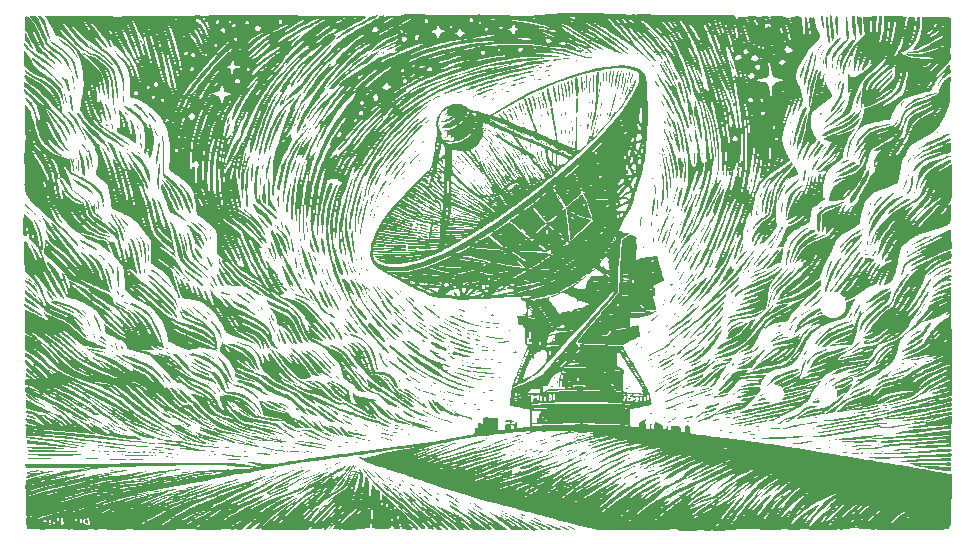
<source format=gbr>
%TF.GenerationSoftware,KiCad,Pcbnew,8.0.4*%
%TF.CreationDate,2024-08-25T02:49:15-07:00*%
%TF.ProjectId,SMDemfExplorerLEDvariationSingleCell,534d4465-6d66-4457-9870-6c6f7265724c,rev?*%
%TF.SameCoordinates,Original*%
%TF.FileFunction,Legend,Bot*%
%TF.FilePolarity,Positive*%
%FSLAX46Y46*%
G04 Gerber Fmt 4.6, Leading zero omitted, Abs format (unit mm)*
G04 Created by KiCad (PCBNEW 8.0.4) date 2024-08-25 02:49:15*
%MOMM*%
%LPD*%
G01*
G04 APERTURE LIST*
%ADD10C,0.000000*%
%ADD11C,1.700000*%
%ADD12C,2.235200*%
G04 APERTURE END LIST*
D10*
%TO.C,*%
G36*
X189938228Y-65480318D02*
G01*
X189891649Y-65651105D01*
X189886247Y-65669319D01*
X189840352Y-65823900D01*
X189820099Y-65892751D01*
X189730994Y-66180982D01*
X189631773Y-66492831D01*
X189598699Y-66595427D01*
X189479223Y-66976123D01*
X189464375Y-67023374D01*
X189372574Y-67327801D01*
X189348273Y-67410830D01*
X189259174Y-67728070D01*
X189247028Y-67771953D01*
X189208549Y-67908294D01*
X189195049Y-67956226D01*
X189149815Y-68106080D01*
X189093128Y-68247152D01*
X189079627Y-68280897D01*
X188957452Y-68535377D01*
X188792747Y-68850602D01*
X188709049Y-69001801D01*
X188592277Y-69213075D01*
X188563249Y-69263701D01*
X188421496Y-69514127D01*
X188335768Y-69666672D01*
X188320257Y-69693677D01*
X188249375Y-69821254D01*
X188197401Y-69917105D01*
X188152850Y-70000130D01*
X188106274Y-70090572D01*
X188072516Y-70157399D01*
X188042149Y-70221527D01*
X187998944Y-70311303D01*
X187965194Y-70402429D01*
X187963181Y-70454396D01*
X187971277Y-70472621D01*
X187975326Y-70482073D01*
X188025949Y-70510426D01*
X188147450Y-70536083D01*
X188218996Y-70548899D01*
X188330385Y-70576571D01*
X188362771Y-70603578D01*
X188356027Y-70620453D01*
X188286503Y-70679855D01*
X188188630Y-70739252D01*
X188131249Y-70773676D01*
X188042154Y-70825645D01*
X187996253Y-70862776D01*
X188038775Y-70857381D01*
X188165004Y-70810802D01*
X188369528Y-70723721D01*
X188476849Y-70677826D01*
X188561902Y-70651504D01*
X188639524Y-70645426D01*
X188713093Y-70648125D01*
X188793424Y-70677826D01*
X188808953Y-70687273D01*
X188873747Y-70743299D01*
X188873755Y-70777050D01*
X188775876Y-70812828D01*
X188603749Y-70899226D01*
X188421499Y-71007896D01*
X188293245Y-71097683D01*
X188265576Y-71117254D01*
X188172427Y-71204326D01*
X188164327Y-71219848D01*
X188149475Y-71269131D01*
X188134630Y-71358225D01*
X188117745Y-71501330D01*
X188096820Y-71711247D01*
X188071173Y-72001498D01*
X188038773Y-72385572D01*
X188021220Y-72590097D01*
X187984092Y-73029523D01*
X187952381Y-73385248D01*
X187924700Y-73673475D01*
X187900398Y-73911075D01*
X187896346Y-73959007D01*
X187892302Y-74050129D01*
X187888926Y-74133820D01*
X187884872Y-74372773D01*
X187884205Y-74529376D01*
X187883527Y-74646144D01*
X187884194Y-74717700D01*
X187884203Y-74726472D01*
X187884879Y-74926952D01*
X187885549Y-74953276D01*
X187889591Y-75184798D01*
X187896347Y-75392703D01*
X187905795Y-75520948D01*
X187905793Y-75524329D01*
X187919972Y-75630977D01*
X187925377Y-75672821D01*
X187785646Y-75822675D01*
X187775524Y-75833476D01*
X187667525Y-75952272D01*
X187548049Y-76086598D01*
X187406302Y-76250632D01*
X187230122Y-76457845D01*
X187008729Y-76721780D01*
X186729949Y-77055900D01*
X186372195Y-77483853D01*
X186064406Y-77849698D01*
X185794402Y-78168298D01*
X185546669Y-78457205D01*
X185305700Y-78735298D01*
X185055273Y-79020830D01*
X184939849Y-79152451D01*
X184738020Y-79383974D01*
X184571304Y-79579731D01*
X184457899Y-79716745D01*
X184422795Y-79761303D01*
X184385679Y-79827450D01*
X184372843Y-79914525D01*
X184368799Y-79974598D01*
X184372173Y-80052224D01*
X184391071Y-80087332D01*
X184456555Y-80171696D01*
X184465997Y-80182501D01*
X184532816Y-80268903D01*
X184580748Y-80374196D01*
X184616530Y-80411327D01*
X184618553Y-80411325D01*
X184633403Y-80385681D01*
X184636774Y-80289148D01*
X184637445Y-80209501D01*
X184654324Y-80137956D01*
X184717105Y-80115677D01*
X184857496Y-80119054D01*
X184937821Y-80123104D01*
X185126150Y-80131195D01*
X185367125Y-80142677D01*
X185629024Y-80154826D01*
X186034702Y-80172371D01*
X186475473Y-80191277D01*
X186914226Y-80208820D01*
X187324621Y-80223682D01*
X187681031Y-80235827D01*
X187955752Y-80243922D01*
X188324968Y-80253377D01*
X188408674Y-80430226D01*
X188434325Y-80483552D01*
X188492373Y-80597630D01*
X188561225Y-80723179D01*
X188652348Y-80880447D01*
X188778579Y-81089028D01*
X188949354Y-81369824D01*
X189063424Y-81556127D01*
X189218002Y-81812630D01*
X189361095Y-82055626D01*
X189513652Y-82321577D01*
X189696581Y-82645578D01*
X189798500Y-82827151D01*
X189947674Y-83089730D01*
X190084023Y-83327325D01*
X190195394Y-83523754D01*
X190325001Y-83766080D01*
X190352677Y-83818047D01*
X190417475Y-83955756D01*
X190470115Y-84068476D01*
X190560568Y-84304057D01*
X190636854Y-84554470D01*
X190661822Y-84645598D01*
X190669254Y-84677324D01*
X190718524Y-84887250D01*
X190727978Y-84970953D01*
X190738095Y-85053975D01*
X190721223Y-85165350D01*
X190692872Y-85207204D01*
X190669250Y-85240276D01*
X190637525Y-85258496D01*
X190553149Y-85285495D01*
X190406676Y-85320605D01*
X190183253Y-85365820D01*
X189868021Y-85425899D01*
X189677680Y-85462350D01*
X189373926Y-85521075D01*
X189157251Y-85565628D01*
X189135646Y-85571026D01*
X189016174Y-85600051D01*
X188937871Y-85626372D01*
X188908856Y-85647301D01*
X188901423Y-85696577D01*
X188894001Y-85835626D01*
X188889946Y-86035422D01*
X188888598Y-86148830D01*
X188887927Y-86266956D01*
X188888595Y-86503876D01*
X188891969Y-86717856D01*
X188898720Y-86882546D01*
X188907498Y-86970296D01*
X188911548Y-86987172D01*
X188921670Y-87028347D01*
X188925047Y-87040496D01*
X188952724Y-87063451D01*
X189041156Y-87078980D01*
X189066793Y-87082350D01*
X189332746Y-87110702D01*
X189545379Y-87120829D01*
X189547403Y-87120820D01*
X189643254Y-87115429D01*
X189685777Y-87093826D01*
X189708049Y-87051970D01*
X189698597Y-86935202D01*
X189697243Y-86931820D01*
X189703325Y-86848800D01*
X189706695Y-86842053D01*
X189794448Y-86717851D01*
X189934174Y-86585551D01*
X189949023Y-86574073D01*
X190060404Y-86501179D01*
X190182580Y-86437053D01*
X190280449Y-86398576D01*
X190320274Y-86400600D01*
X190301368Y-86431649D01*
X190239274Y-86512651D01*
X190174471Y-86597696D01*
X190150176Y-86666552D01*
X190178521Y-86732029D01*
X190208899Y-86783326D01*
X190235898Y-86870399D01*
X190251424Y-87013501D01*
X190253442Y-87036447D01*
X190283147Y-87190352D01*
X190343901Y-87257848D01*
X190452575Y-87257856D01*
X190477548Y-87251767D01*
X190561925Y-87216001D01*
X190594322Y-87186307D01*
X190642250Y-87055344D01*
X190611203Y-86891322D01*
X190593652Y-86846771D01*
X190604441Y-86813023D01*
X190692204Y-86840696D01*
X190711100Y-86848122D01*
X190773877Y-86886598D01*
X190764432Y-86904831D01*
X190723251Y-86924396D01*
X190698276Y-87031726D01*
X190701648Y-87103275D01*
X190738097Y-87213977D01*
X190829232Y-87261901D01*
X190873096Y-87259872D01*
X190906852Y-87202498D01*
X190923054Y-87061428D01*
X190931824Y-86953426D01*
X190955449Y-86887951D01*
X191016198Y-86800877D01*
X191020252Y-86795477D01*
X191021597Y-86741475D01*
X191014852Y-86727973D01*
X191035773Y-86686128D01*
X191039829Y-86682751D01*
X191090450Y-86663173D01*
X191185621Y-86676675D01*
X191303073Y-86736081D01*
X191413774Y-86884576D01*
X191468452Y-86979751D01*
X191507595Y-86987178D01*
X191513003Y-86970970D01*
X191526503Y-86887952D01*
X191531216Y-86850157D01*
X191542025Y-86799524D01*
X191571724Y-86816401D01*
X191619647Y-86925750D01*
X191678381Y-87120822D01*
X191718200Y-87240305D01*
X191783676Y-87321976D01*
X191876156Y-87323998D01*
X191907199Y-87311176D01*
X191958494Y-87245022D01*
X191967958Y-87225453D01*
X192007780Y-87127578D01*
X192025321Y-87078971D01*
X192069196Y-86987171D01*
X192102274Y-86945322D01*
X192103629Y-86945319D01*
X192124549Y-86998651D01*
X192115776Y-87152551D01*
X192107677Y-87261225D01*
X192123198Y-87334800D01*
X192179221Y-87372607D01*
X192242678Y-87385424D01*
X192327045Y-87342900D01*
X192341226Y-87299705D01*
X192360800Y-87151878D01*
X192372946Y-87037132D01*
X192385097Y-86981104D01*
X192394549Y-86977726D01*
X192468806Y-86985827D01*
X192495121Y-86990546D01*
X192619327Y-87002704D01*
X192784023Y-87012150D01*
X192880545Y-87016204D01*
X193011507Y-87029027D01*
X193085754Y-87052654D01*
X193137049Y-87095847D01*
X193155273Y-87118793D01*
X193200509Y-87212629D01*
X193224801Y-87367202D01*
X193226157Y-87386101D01*
X193246400Y-87507602D01*
X193248422Y-87510305D01*
X193288924Y-87556878D01*
X193378706Y-87566321D01*
X193463753Y-87559579D01*
X193540701Y-87513675D01*
X193542049Y-87510301D01*
X193551505Y-87434028D01*
X193560268Y-87301726D01*
X193575800Y-87137025D01*
X193605493Y-87040499D01*
X193661531Y-86985828D01*
X193749278Y-86954099D01*
X193860649Y-86950046D01*
X193910606Y-86999331D01*
X193958521Y-87141072D01*
X193962574Y-87156594D01*
X193999699Y-87345601D01*
X194026701Y-87544055D01*
X194036156Y-87637204D01*
X194038852Y-87637884D01*
X194092174Y-87661501D01*
X194110399Y-87668926D01*
X194165746Y-87685129D01*
X194252149Y-87702679D01*
X194383102Y-87724278D01*
X194570080Y-87751272D01*
X194827253Y-87785704D01*
X195165427Y-87828897D01*
X195598772Y-87883584D01*
X195635899Y-87888297D01*
X195911304Y-87922725D01*
X196155642Y-87953773D01*
X196343299Y-87978076D01*
X196449278Y-87991570D01*
X196471554Y-87994946D01*
X196476274Y-87995626D01*
X196632198Y-88015872D01*
X196813775Y-88038150D01*
X197120219Y-88074602D01*
X197471226Y-88117804D01*
X197793879Y-88158977D01*
X198123271Y-88202851D01*
X198491829Y-88253476D01*
X198933270Y-88315574D01*
X199019674Y-88327726D01*
X199328150Y-88370925D01*
X199691968Y-88421551D01*
X200070654Y-88474874D01*
X200072675Y-88474881D01*
X200431778Y-88524832D01*
X200811122Y-88577481D01*
X201406473Y-88661177D01*
X201895176Y-88730705D01*
X202277224Y-88786047D01*
X202551948Y-88827901D01*
X202720022Y-88855572D01*
X203021072Y-88908221D01*
X203052799Y-88914301D01*
X203546223Y-88997325D01*
X203975520Y-89064824D01*
X204165198Y-89094526D01*
X204340705Y-89124227D01*
X204449375Y-89145144D01*
X204455449Y-89146501D01*
X204569520Y-89168781D01*
X204750424Y-89199822D01*
X204962376Y-89233571D01*
X205333625Y-89290952D01*
X206155096Y-89418529D01*
X206879372Y-89532598D01*
X207168949Y-89579176D01*
X207512520Y-89634530D01*
X208061972Y-89724305D01*
X208534480Y-89804625D01*
X208936100Y-89874827D01*
X209213527Y-89926123D01*
X209274266Y-89937599D01*
X209898642Y-90049650D01*
X210741723Y-90182627D01*
X211636774Y-90306148D01*
X211706300Y-90314924D01*
X211904741Y-90343951D01*
X212131554Y-90379726D01*
X212401552Y-90426973D01*
X212730277Y-90487052D01*
X213133893Y-90563326D01*
X213133920Y-90563331D01*
X213135274Y-90563326D01*
X213628018Y-90657829D01*
X213685395Y-90668629D01*
X213856848Y-90700344D01*
X214097826Y-90744903D01*
X214306403Y-90782699D01*
X214385379Y-90796878D01*
X214694521Y-90853578D01*
X214856527Y-90882604D01*
X215171074Y-90939976D01*
X215457947Y-90992623D01*
X215691495Y-91036501D01*
X215845399Y-91065526D01*
X216132281Y-91121546D01*
X216132267Y-91432730D01*
X216132271Y-91693953D01*
X216131598Y-92101653D01*
X216131602Y-92216401D01*
X216130928Y-92502598D01*
X216130921Y-92607227D01*
X216130924Y-92615322D01*
X216128895Y-92992655D01*
X216128899Y-93091876D01*
X216126869Y-93282899D01*
X216126196Y-93369971D01*
X216124849Y-93554917D01*
X216123494Y-93656178D01*
X216120123Y-93980178D01*
X216118774Y-94027426D01*
X216114043Y-94355477D01*
X216106626Y-94665300D01*
X216106626Y-94680823D01*
X216099202Y-94895481D01*
X216091769Y-95031822D01*
X216088406Y-95066249D01*
X216045874Y-95321396D01*
X215982424Y-95532001D01*
X215907494Y-95666322D01*
X215875100Y-95698726D01*
X215809627Y-95740580D01*
X215713775Y-95769601D01*
X215567305Y-95789847D01*
X215351971Y-95804023D01*
X215048228Y-95816174D01*
X214963853Y-95818873D01*
X214726253Y-95822924D01*
X214426552Y-95826977D01*
X214079600Y-95830352D01*
X213701604Y-95832371D01*
X213307401Y-95833053D01*
X212912520Y-95833728D01*
X212532500Y-95833044D01*
X212183524Y-95831703D01*
X211880447Y-95829677D01*
X211638800Y-95826298D01*
X211474097Y-95822245D01*
X211401869Y-95817530D01*
X211376894Y-95812124D01*
X211293204Y-95807401D01*
X211150100Y-95816856D01*
X211068429Y-95822923D01*
X210930048Y-95826299D01*
X210744422Y-95824280D01*
X210480506Y-95816850D01*
X210469022Y-95816176D01*
X210149079Y-95803353D01*
X209927673Y-95790522D01*
X209794705Y-95776352D01*
X209741370Y-95760825D01*
X209723825Y-95749357D01*
X209660379Y-95781072D01*
X209619204Y-95808079D01*
X209533475Y-95814827D01*
X209439649Y-95808076D01*
X209276295Y-95748679D01*
X209200026Y-95706825D01*
X209084595Y-95686578D01*
X209015072Y-95727745D01*
X208969166Y-95759473D01*
X208867251Y-95727078D01*
X208772066Y-95695349D01*
X208685676Y-95714933D01*
X208670142Y-95720999D01*
X208559455Y-95727756D01*
X208522330Y-95723704D01*
X208396103Y-95714251D01*
X208348846Y-95710201D01*
X208216549Y-95679823D01*
X208105846Y-95635279D01*
X208059273Y-95592082D01*
X208084922Y-95550904D01*
X208157148Y-95465847D01*
X208170649Y-95451001D01*
X208179536Y-95440197D01*
X210759270Y-95440197D01*
X210771423Y-95450329D01*
X210823396Y-95419956D01*
X210921228Y-95345026D01*
X211297924Y-95345026D01*
X211301975Y-95368656D01*
X211361368Y-95338276D01*
X211469373Y-95263356D01*
X211598299Y-95164801D01*
X211720479Y-95064903D01*
X211776637Y-95014276D01*
X212111976Y-95014276D01*
X212134924Y-95004831D01*
X212220655Y-94947451D01*
X212309750Y-94884681D01*
X212444072Y-94781404D01*
X212525072Y-94708503D01*
X212533847Y-94680826D01*
X212504825Y-94690947D01*
X212409651Y-94751024D01*
X212289498Y-94840801D01*
X212180828Y-94932596D01*
X212169355Y-94945432D01*
X212118724Y-95000101D01*
X212111976Y-95014276D01*
X211776637Y-95014276D01*
X211809574Y-94984583D01*
X211837924Y-94945432D01*
X211826450Y-94947443D01*
X211763678Y-94989297D01*
X211733298Y-95012258D01*
X211644200Y-95064222D01*
X211594252Y-95091224D01*
X211477478Y-95173576D01*
X211364070Y-95270100D01*
X211297924Y-95345026D01*
X210921228Y-95345026D01*
X210930049Y-95338270D01*
X211064372Y-95226227D01*
X211349897Y-94979846D01*
X211613148Y-94755072D01*
X211800124Y-94599158D01*
X211833201Y-94572144D01*
X211990474Y-94443901D01*
X212151130Y-94313632D01*
X212240899Y-94240050D01*
X212382654Y-94121248D01*
X212456217Y-94053074D01*
X212472424Y-94027426D01*
X212467694Y-94026754D01*
X212438006Y-94042276D01*
X212400191Y-94062527D01*
X212269249Y-94149596D01*
X212092400Y-94275822D01*
X211885845Y-94428382D01*
X211668496Y-94593755D01*
X211455870Y-94760477D01*
X211265526Y-94915731D01*
X211237168Y-94939350D01*
X211055592Y-95101346D01*
X210903045Y-95251879D01*
X210798422Y-95370676D01*
X210759270Y-95440197D01*
X208179536Y-95440197D01*
X208273922Y-95325446D01*
X208362930Y-95207329D01*
X208986726Y-95207329D01*
X209000899Y-95201926D01*
X209083253Y-95137797D01*
X209236468Y-95001454D01*
X209463277Y-94788828D01*
X209590851Y-94668001D01*
X209837899Y-94438501D01*
X210060644Y-94234646D01*
X210232770Y-94081429D01*
X210241555Y-94073999D01*
X210274630Y-94042273D01*
X210242224Y-94059826D01*
X210131522Y-94132057D01*
X209977618Y-94240047D01*
X209725171Y-94435117D01*
X209480145Y-94644375D01*
X209263475Y-94848230D01*
X209096075Y-95029130D01*
X208996849Y-95168176D01*
X208994822Y-95172222D01*
X208986726Y-95207329D01*
X208362930Y-95207329D01*
X208383277Y-95180327D01*
X208398127Y-95159395D01*
X208513550Y-95006178D01*
X208616820Y-94877925D01*
X208716045Y-94752380D01*
X208827424Y-94593076D01*
X208925968Y-94437825D01*
X208994147Y-94312945D01*
X209015078Y-94246805D01*
X208986730Y-94272453D01*
X208923275Y-94358170D01*
X208808528Y-94522201D01*
X208633699Y-94756426D01*
X208448075Y-94996047D01*
X208268524Y-95216776D01*
X208113946Y-95395644D01*
X208003252Y-95510394D01*
X207995148Y-95517829D01*
X207945203Y-95573176D01*
X207939804Y-95629198D01*
X207940473Y-95669697D01*
X207913476Y-95691301D01*
X207844622Y-95685903D01*
X207721099Y-95666999D01*
X207638069Y-95653503D01*
X207547626Y-95648094D01*
X207544924Y-95670376D01*
X207558422Y-95694004D01*
X207528044Y-95738548D01*
X207509827Y-95741244D01*
X207407899Y-95750703D01*
X207254676Y-95760148D01*
X207206757Y-95763524D01*
X207009650Y-95777023D01*
X206846303Y-95790529D01*
X206678899Y-95806727D01*
X206651900Y-95773644D01*
X206639747Y-95756102D01*
X206631651Y-95676454D01*
X206633002Y-95654856D01*
X206628274Y-95605577D01*
X206593849Y-95619751D01*
X206556046Y-95700072D01*
X206533772Y-95758797D01*
X206472349Y-95785126D01*
X206469641Y-95785803D01*
X206373792Y-95795925D01*
X206194930Y-95805377D01*
X205955294Y-95813485D01*
X205677878Y-95820225D01*
X205386278Y-95824276D01*
X205103452Y-95825628D01*
X204853022Y-95823609D01*
X204839521Y-95822934D01*
X204445330Y-95811448D01*
X204151699Y-95794579D01*
X203962019Y-95771622D01*
X203903303Y-95762178D01*
X203783824Y-95757459D01*
X203607649Y-95767576D01*
X203547572Y-95771622D01*
X203482770Y-95771634D01*
X203469270Y-95756097D01*
X203466572Y-95739900D01*
X203427427Y-95755426D01*
X203363299Y-95776345D01*
X203198595Y-95791202D01*
X202933999Y-95796601D01*
X202566798Y-95792543D01*
X202094978Y-95779054D01*
X201860743Y-95771632D01*
X201847925Y-95737202D01*
X201844551Y-95671058D01*
X201850493Y-95649451D01*
X203922874Y-95649451D01*
X203930974Y-95663626D01*
X203997804Y-95617725D01*
X204015349Y-95602205D01*
X204659973Y-95602205D01*
X204678875Y-95625156D01*
X204745019Y-95592744D01*
X204768649Y-95572501D01*
X204767863Y-95569798D01*
X205642773Y-95569798D01*
X205644123Y-95572508D01*
X205648179Y-95583975D01*
X205703527Y-95555630D01*
X205814224Y-95444252D01*
X205976892Y-95254576D01*
X206013073Y-95209351D01*
X207600274Y-95209351D01*
X207617825Y-95234318D01*
X207626599Y-95232301D01*
X207661698Y-95204626D01*
X207729199Y-95129701D01*
X207847999Y-94988630D01*
X207966799Y-94853626D01*
X208164568Y-94646404D01*
X208367750Y-94450656D01*
X208538529Y-94302829D01*
X208545277Y-94297428D01*
X208694452Y-94178632D01*
X208701024Y-94173223D01*
X209042750Y-94173223D01*
X209112949Y-94124626D01*
X209182474Y-94059826D01*
X209175729Y-94032826D01*
X209129154Y-94055099D01*
X209057598Y-94128674D01*
X209044780Y-94146899D01*
X209042750Y-94173223D01*
X208701024Y-94173223D01*
X208847003Y-94053077D01*
X208975926Y-93945750D01*
X209153449Y-93800627D01*
X209288453Y-93692629D01*
X209335024Y-93656172D01*
X209260774Y-93677101D01*
X209251995Y-93679795D01*
X209024524Y-93782404D01*
X208753176Y-93963970D01*
X208451451Y-94213724D01*
X208133529Y-94520182D01*
X208024177Y-94636946D01*
X207863523Y-94821907D01*
X207728521Y-94993354D01*
X207634699Y-95129705D01*
X207600274Y-95209351D01*
X206013073Y-95209351D01*
X206187499Y-94991327D01*
X206289424Y-94856326D01*
X206331259Y-94797602D01*
X206745723Y-94797602D01*
X206750450Y-94817180D01*
X206805126Y-94790170D01*
X206917845Y-94710526D01*
X207096733Y-94572827D01*
X207202829Y-94488451D01*
X207677910Y-94488451D01*
X207681949Y-94525576D01*
X207706929Y-94515456D01*
X207805473Y-94445918D01*
X207968148Y-94317680D01*
X208183478Y-94140154D01*
X208383949Y-93973426D01*
X208658000Y-93755398D01*
X208811257Y-93642680D01*
X209417376Y-93642680D01*
X209429524Y-93654826D01*
X209473400Y-93644698D01*
X209595573Y-93582605D01*
X209742052Y-93481356D01*
X209824396Y-93416548D01*
X209874344Y-93369975D01*
X209864892Y-93357821D01*
X209837901Y-93367956D01*
X209771756Y-93404397D01*
X209744068Y-93419254D01*
X209621899Y-93493499D01*
X209509174Y-93566401D01*
X209443029Y-93614998D01*
X209417376Y-93642680D01*
X208811257Y-93642680D01*
X208867250Y-93601498D01*
X208927322Y-93559646D01*
X209053556Y-93460427D01*
X209098776Y-93404404D01*
X209087302Y-93393596D01*
X209010349Y-93423976D01*
X208856452Y-93520498D01*
X208839578Y-93532650D01*
X208693780Y-93633229D01*
X208463600Y-93802648D01*
X208234774Y-93979502D01*
X208024845Y-94151626D01*
X207850020Y-94302829D01*
X207728520Y-94419599D01*
X207677910Y-94488451D01*
X207202829Y-94488451D01*
X207350521Y-94370995D01*
X207390356Y-94339278D01*
X207588800Y-94180654D01*
X207773753Y-94032826D01*
X207910774Y-93924826D01*
X208072771Y-93795222D01*
X208224650Y-93669001D01*
X208330621Y-93575859D01*
X208369777Y-93532647D01*
X208348172Y-93536025D01*
X208332646Y-93538725D01*
X208226006Y-93598799D01*
X208065349Y-93702751D01*
X207867574Y-93839776D01*
X207649547Y-93997046D01*
X207426798Y-94165127D01*
X207215524Y-94331176D01*
X207190550Y-94351429D01*
X207057569Y-94468876D01*
X206998856Y-94524901D01*
X206921221Y-94599153D01*
X206809849Y-94713901D01*
X206751799Y-94785451D01*
X206745723Y-94797602D01*
X206331259Y-94797602D01*
X206398101Y-94703775D01*
X206476399Y-94584972D01*
X206506774Y-94524901D01*
X206493274Y-94505325D01*
X206454127Y-94529628D01*
X206360291Y-94621428D01*
X206238128Y-94761146D01*
X206234074Y-94765876D01*
X206122699Y-94904928D01*
X205994449Y-95072326D01*
X205865520Y-95245128D01*
X205752802Y-95400368D01*
X205673146Y-95516479D01*
X205642773Y-95569798D01*
X204767863Y-95569798D01*
X204762569Y-95551579D01*
X204707221Y-95558995D01*
X204659973Y-95602205D01*
X204015349Y-95602205D01*
X204032908Y-95586673D01*
X204136846Y-95490149D01*
X204192977Y-95436826D01*
X205153399Y-95436826D01*
X205166904Y-95432103D01*
X205248570Y-95378107D01*
X205377501Y-95278875D01*
X205528025Y-95152646D01*
X205755499Y-94951501D01*
X206008624Y-94722001D01*
X206265794Y-94485080D01*
X206514195Y-94251533D01*
X206743018Y-94032829D01*
X206939447Y-93839773D01*
X207091324Y-93685201D01*
X207187848Y-93580581D01*
X207216197Y-93536018D01*
X207199321Y-93539401D01*
X207113606Y-93594073D01*
X206994801Y-93681830D01*
X206971853Y-93698704D01*
X206790281Y-93841129D01*
X206584401Y-94007172D01*
X206371774Y-94184026D01*
X206167242Y-94358849D01*
X205988373Y-94517470D01*
X205851344Y-94647080D01*
X205763601Y-94736183D01*
X205621854Y-94886026D01*
X205469975Y-95049372D01*
X205329573Y-95203952D01*
X205222253Y-95326124D01*
X205168247Y-95393629D01*
X205162845Y-95402400D01*
X205153399Y-95436826D01*
X204192977Y-95436826D01*
X204285354Y-95349070D01*
X204319323Y-95316676D01*
X204954271Y-95316676D01*
X204958999Y-95328826D01*
X204991404Y-95299130D01*
X205082525Y-95202606D01*
X205216171Y-95054099D01*
X205378846Y-94869823D01*
X205597549Y-94625472D01*
X205798699Y-94415551D01*
X205957995Y-94266385D01*
X206062625Y-94190782D01*
X206151049Y-94132058D01*
X206290765Y-94011902D01*
X206309678Y-93993677D01*
X206436569Y-93879603D01*
X206535804Y-93794556D01*
X206545922Y-93786449D01*
X206626249Y-93710179D01*
X206629623Y-93681829D01*
X206618150Y-93685883D01*
X206540528Y-93729077D01*
X206423745Y-93799955D01*
X206303590Y-93876227D01*
X206216531Y-93936305D01*
X206113927Y-94017302D01*
X205816921Y-94281226D01*
X205515200Y-94587006D01*
X205245193Y-94896827D01*
X205153397Y-95015624D01*
X205057549Y-95149951D01*
X204983308Y-95260651D01*
X204954271Y-95316676D01*
X204319323Y-95316676D01*
X204460178Y-95182350D01*
X204720053Y-94934627D01*
X204981277Y-94687579D01*
X205183769Y-94500602D01*
X205337003Y-94364927D01*
X205450393Y-94271104D01*
X205534775Y-94211032D01*
X205557050Y-94196178D01*
X205663024Y-94122604D01*
X205784523Y-94027431D01*
X205943151Y-93893777D01*
X206159146Y-93704775D01*
X206297522Y-93577203D01*
X206364343Y-93497547D01*
X206367048Y-93457054D01*
X206356250Y-93457052D01*
X206288072Y-93486079D01*
X206269855Y-93495533D01*
X206196266Y-93540752D01*
X206103801Y-93606903D01*
X205977574Y-93706804D01*
X205800721Y-93853278D01*
X205558405Y-94057802D01*
X205528023Y-94070621D01*
X205538824Y-94049026D01*
X205603618Y-93967348D01*
X205708928Y-93846532D01*
X205835147Y-93709500D01*
X205960024Y-93580575D01*
X205989052Y-93551548D01*
X206152156Y-93397650D01*
X206446701Y-93397650D01*
X206448056Y-93423300D01*
X206521618Y-93378750D01*
X206579668Y-93328127D01*
X206587096Y-93282904D01*
X206585747Y-93282226D01*
X206531745Y-93305847D01*
X206460876Y-93377399D01*
X206446701Y-93397650D01*
X206152156Y-93397650D01*
X206156444Y-93393604D01*
X206317774Y-93247797D01*
X206364351Y-93207972D01*
X206481118Y-93104028D01*
X206552667Y-93035852D01*
X206590476Y-92992648D01*
X206582375Y-92971731D01*
X206541207Y-92981175D01*
X206423078Y-93051368D01*
X206245545Y-93180968D01*
X206019424Y-93361201D01*
X205756177Y-93582604D01*
X205467278Y-93837072D01*
X205225629Y-94052406D01*
X204982618Y-94265025D01*
X204772021Y-94442553D01*
X204655251Y-94544472D01*
X204497970Y-94714579D01*
X204381195Y-94900203D01*
X204302221Y-95045997D01*
X204049774Y-95457081D01*
X204027503Y-95491497D01*
X203956621Y-95598150D01*
X203922874Y-95649451D01*
X201850493Y-95649451D01*
X201889102Y-95509051D01*
X201900598Y-95483397D01*
X202456769Y-95483397D01*
X202457451Y-95493523D01*
X202483779Y-95492172D01*
X202555330Y-95406451D01*
X202608650Y-95341656D01*
X202764574Y-95181001D01*
X202792082Y-95155351D01*
X203280274Y-95155351D01*
X203290402Y-95166824D01*
X203293104Y-95166155D01*
X203353175Y-95122949D01*
X203467247Y-95022379D01*
X203615074Y-94883330D01*
X203779100Y-94724704D01*
X203939747Y-94565399D01*
X204078129Y-94422976D01*
X204175324Y-94316326D01*
X204211768Y-94264352D01*
X204187474Y-94236679D01*
X204096349Y-94277176D01*
X204050450Y-94312945D01*
X203940425Y-94414872D01*
X203797999Y-94552576D01*
X203648832Y-94703779D01*
X203517203Y-94842149D01*
X203426748Y-94944075D01*
X203397724Y-94980522D01*
X203312678Y-95095954D01*
X203280274Y-95155351D01*
X202792082Y-95155351D01*
X202974503Y-94985252D01*
X203218172Y-94772628D01*
X203473324Y-94562694D01*
X203719698Y-94374377D01*
X203781126Y-94332533D01*
X203922203Y-94245453D01*
X204041257Y-94175926D01*
X204265774Y-94175926D01*
X204298176Y-94179301D01*
X204359601Y-94146222D01*
X204384568Y-94122600D01*
X204421022Y-94076030D01*
X204412251Y-94067927D01*
X204371749Y-94094926D01*
X204300876Y-94146225D01*
X204265774Y-94175926D01*
X204041257Y-94175926D01*
X204090947Y-94146907D01*
X204193551Y-94087496D01*
X204427774Y-93951151D01*
X204643770Y-93823576D01*
X204768650Y-93749995D01*
X204897579Y-93673722D01*
X204965080Y-93635933D01*
X204997471Y-93620396D01*
X204996796Y-93637273D01*
X204954278Y-93691951D01*
X204849643Y-93816151D01*
X204693045Y-93997054D01*
X204623526Y-94076035D01*
X204495271Y-94221828D01*
X204458154Y-94264349D01*
X204329222Y-94412179D01*
X204105121Y-94678802D01*
X203929622Y-94904928D01*
X203786525Y-95110798D01*
X203719020Y-95220827D01*
X203662999Y-95334900D01*
X203656249Y-95388231D01*
X203656924Y-95388901D01*
X203684605Y-95374734D01*
X203745346Y-95304526D01*
X203853354Y-95162098D01*
X203905996Y-95093920D01*
X204029521Y-94950148D01*
X204190854Y-94784779D01*
X204412255Y-94574171D01*
X204450725Y-94537722D01*
X204767975Y-94200228D01*
X205106149Y-93778351D01*
X205163524Y-93702748D01*
X205249924Y-93597451D01*
X205340372Y-93502954D01*
X205451080Y-93406425D01*
X205600248Y-93292350D01*
X205804769Y-93146549D01*
X206081524Y-92954842D01*
X206228007Y-92853606D01*
X206403501Y-92728050D01*
X206502722Y-92651105D01*
X206533777Y-92615331D01*
X206508123Y-92615993D01*
X206404174Y-92662576D01*
X206235425Y-92754380D01*
X206228004Y-92758426D01*
X205970146Y-92896124D01*
X205650199Y-93054751D01*
X205305274Y-93216081D01*
X204745699Y-93488770D01*
X204083524Y-93877576D01*
X203879677Y-94013918D01*
X203676499Y-94162424D01*
X203466575Y-94331180D01*
X203215474Y-94548530D01*
X203173625Y-94584976D01*
X203020396Y-94714580D01*
X202911728Y-94798956D01*
X202865828Y-94823927D01*
X202863799Y-94819874D01*
X202888774Y-94767902D01*
X202975169Y-94649107D01*
X203033225Y-94570793D01*
X203140549Y-94424326D01*
X203260699Y-94256926D01*
X203353852Y-94128679D01*
X203503021Y-93930231D01*
X203631276Y-93766203D01*
X203688659Y-93695323D01*
X203782474Y-93579905D01*
X203833781Y-93515776D01*
X203841880Y-93500255D01*
X203800696Y-93524552D01*
X203714975Y-93592050D01*
X203604958Y-93685878D01*
X203492895Y-93789148D01*
X203348452Y-93937648D01*
X203115567Y-94223856D01*
X202944799Y-94501269D01*
X202933324Y-94524226D01*
X202862449Y-94692976D01*
X202830049Y-94820551D01*
X202828023Y-94839451D01*
X202803730Y-94915056D01*
X202743649Y-95021701D01*
X202632270Y-95187078D01*
X202625517Y-95196525D01*
X202522924Y-95348396D01*
X202470953Y-95436148D01*
X202456769Y-95483397D01*
X201900598Y-95483397D01*
X201991033Y-95281579D01*
X202142892Y-95003471D01*
X202157071Y-94979173D01*
X202359574Y-94626823D01*
X202537772Y-94302823D01*
X202624174Y-94147578D01*
X202865824Y-93779031D01*
X203145956Y-93442882D01*
X203486823Y-93116169D01*
X203908029Y-92775306D01*
X204005224Y-92700376D01*
X204146303Y-92585623D01*
X204202327Y-92528255D01*
X204172627Y-92528922D01*
X204055848Y-92589682D01*
X204044372Y-92596429D01*
X203811499Y-92740201D01*
X203538794Y-92923128D01*
X203264751Y-93118200D01*
X203030520Y-93297749D01*
X202844219Y-93457054D01*
X202540474Y-93747978D01*
X202235366Y-94073324D01*
X201945804Y-94412170D01*
X201689301Y-94744954D01*
X201482070Y-95051405D01*
X201341682Y-95309929D01*
X201323448Y-95354469D01*
X201319398Y-95390923D01*
X201368671Y-95337602D01*
X201471950Y-95193819D01*
X201512457Y-95136448D01*
X201685250Y-94911008D01*
X201892481Y-94672728D01*
X202157753Y-94394630D01*
X202306242Y-94247479D01*
X202426399Y-94140825D01*
X202477694Y-94117204D01*
X202470947Y-94149595D01*
X202417620Y-94271777D01*
X202315021Y-94487097D01*
X202162480Y-94796247D01*
X202159092Y-94802326D01*
X202020049Y-95084483D01*
X201920824Y-95291701D01*
X201851978Y-95446282D01*
X201851293Y-95446953D01*
X201804054Y-95569127D01*
X201777050Y-95637303D01*
X201762878Y-95674420D01*
X201718994Y-95742595D01*
X201656228Y-95781755D01*
X201618423Y-95795926D01*
X201508398Y-95821574D01*
X201352468Y-95835751D01*
X201134453Y-95839128D01*
X200839475Y-95831701D01*
X200452022Y-95814823D01*
X200303525Y-95808072D01*
X199589375Y-95781079D01*
X198771278Y-95761504D01*
X198510051Y-95756096D01*
X198310250Y-95750703D01*
X198180646Y-95744622D01*
X198100998Y-95736528D01*
X198052405Y-95726399D01*
X197974099Y-95702776D01*
X197890402Y-95748677D01*
X197806026Y-95793897D01*
X197488769Y-95801992D01*
X197365249Y-95806051D01*
X197224179Y-95812798D01*
X197129670Y-95824956D01*
X197042596Y-95845200D01*
X196881272Y-95881653D01*
X196658523Y-95914057D01*
X196607897Y-95918099D01*
X196451301Y-95920799D01*
X196269049Y-95917426D01*
X196117180Y-95908650D01*
X196017280Y-95897175D01*
X195895778Y-95873552D01*
X195831648Y-95838447D01*
X195801270Y-95810104D01*
X195801269Y-95839124D01*
X195794528Y-95859378D01*
X195717580Y-95889071D01*
X195546126Y-95893803D01*
X195463095Y-95890422D01*
X195398303Y-95880975D01*
X195367920Y-95857351D01*
X195342954Y-95825628D01*
X195295025Y-95855331D01*
X195220782Y-95880974D01*
X195047300Y-95864774D01*
X194885300Y-95856684D01*
X194876525Y-95857349D01*
X194704394Y-95870178D01*
X194470842Y-95881653D01*
X194198824Y-95890426D01*
X193913971Y-95897850D01*
X193639919Y-95901902D01*
X193400977Y-95902579D01*
X193221426Y-95899204D01*
X193125574Y-95891771D01*
X193074953Y-95871524D01*
X192972353Y-95811452D01*
X192970326Y-95810778D01*
X192885953Y-95760831D01*
X192798877Y-95738548D01*
X192675344Y-95738548D01*
X192480274Y-95758801D01*
X192066499Y-95797944D01*
X191517724Y-95829676D01*
X190884571Y-95848569D01*
X190178524Y-95854652D01*
X190016527Y-95853972D01*
X189554144Y-95851275D01*
X189194378Y-95845204D01*
X188932474Y-95836430D01*
X188764396Y-95824950D01*
X188685430Y-95809423D01*
X188678001Y-95806054D01*
X188603079Y-95799971D01*
X188553119Y-95812805D01*
X188403274Y-95830354D01*
X188211571Y-95839799D01*
X188015149Y-95839803D01*
X187851804Y-95830351D01*
X187758653Y-95810774D01*
X187723555Y-95795253D01*
X187677655Y-95814149D01*
X187629733Y-95836423D01*
X187464344Y-95863417D01*
X187195020Y-95872875D01*
X187082295Y-95872878D01*
X186963499Y-95866121D01*
X186881821Y-95849929D01*
X186878450Y-95848580D01*
X186753573Y-95835079D01*
X186750868Y-95835077D01*
X186613848Y-95849925D01*
X186430924Y-95843176D01*
X186191297Y-95812130D01*
X185882830Y-95755424D01*
X185494026Y-95671729D01*
X185442532Y-95659578D01*
X196687551Y-95659578D01*
X196696994Y-95675103D01*
X196738845Y-95650131D01*
X196757749Y-95616376D01*
X196727379Y-95598830D01*
X196704426Y-95603549D01*
X196687551Y-95659578D01*
X185442532Y-95659578D01*
X185182220Y-95598152D01*
X198996046Y-95598152D01*
X199000104Y-95616381D01*
X199006176Y-95646069D01*
X199031820Y-95675776D01*
X199060170Y-95647421D01*
X199062199Y-95637301D01*
X199048023Y-95577221D01*
X199000772Y-95592078D01*
X198996046Y-95598152D01*
X185182220Y-95598152D01*
X185013423Y-95558321D01*
X184905607Y-95531992D01*
X196199523Y-95531992D01*
X196207618Y-95541448D01*
X196244749Y-95536051D01*
X196247193Y-95533350D01*
X197350398Y-95533350D01*
X197374022Y-95516477D01*
X197414124Y-95467198D01*
X199907969Y-95467198D01*
X199909994Y-95498249D01*
X199950500Y-95479357D01*
X199970746Y-95446948D01*
X199942397Y-95426026D01*
X199907969Y-95467198D01*
X197414124Y-95467198D01*
X197453674Y-95418597D01*
X197523671Y-95323424D01*
X200003145Y-95323424D01*
X200019343Y-95310598D01*
X200092921Y-95219474D01*
X200224546Y-95044648D01*
X200278813Y-94970401D01*
X201093270Y-94970401D01*
X201107451Y-94975797D01*
X201177652Y-94913021D01*
X201252576Y-94824606D01*
X201396350Y-94634929D01*
X201562402Y-94399354D01*
X201731147Y-94145558D01*
X201883700Y-93901885D01*
X202001155Y-93697353D01*
X202057178Y-93595428D01*
X202153027Y-93448280D01*
X202282618Y-93283576D01*
X202348094Y-93210004D01*
X202478372Y-93072306D01*
X202607214Y-92939322D01*
X203127052Y-92939322D01*
X203166195Y-92910294D01*
X203256652Y-92830656D01*
X203370047Y-92728053D01*
X203477371Y-92626799D01*
X203550280Y-92553900D01*
X203597527Y-92502597D01*
X203537450Y-92548502D01*
X203536104Y-92549850D01*
X203453071Y-92620045D01*
X203334949Y-92726025D01*
X203219524Y-92832670D01*
X203146620Y-92903557D01*
X203140545Y-92910304D01*
X203127052Y-92939322D01*
X202607214Y-92939322D01*
X202646449Y-92898826D01*
X202832749Y-92710501D01*
X203019046Y-92524197D01*
X203187128Y-92360169D01*
X203317403Y-92235973D01*
X203391646Y-92171173D01*
X203432151Y-92140124D01*
X203469273Y-92101653D01*
X203442944Y-92092200D01*
X203388946Y-92121232D01*
X203347104Y-92144175D01*
X203187804Y-92259596D01*
X202974502Y-92431056D01*
X202714626Y-92653131D01*
X202416273Y-92919076D01*
X202097003Y-93215398D01*
X201847242Y-93463127D01*
X201661620Y-93666971D01*
X201532022Y-93838424D01*
X201470595Y-93926173D01*
X201415925Y-93999080D01*
X201400399Y-94016628D01*
X201336956Y-94105048D01*
X201317378Y-94156352D01*
X201345050Y-94158379D01*
X201430773Y-94085469D01*
X201568473Y-93922807D01*
X201673774Y-93822907D01*
X201789200Y-93766876D01*
X201791898Y-93766195D01*
X201833079Y-93773630D01*
X201811476Y-93826950D01*
X201719004Y-93941699D01*
X201717652Y-93943732D01*
X201645419Y-94039572D01*
X201559023Y-94169174D01*
X201542149Y-94196173D01*
X201467906Y-94318354D01*
X201373397Y-94478322D01*
X201273501Y-94649102D01*
X201183725Y-94805703D01*
X201118252Y-94921797D01*
X201093270Y-94970401D01*
X200278813Y-94970401D01*
X200411522Y-94788829D01*
X200581624Y-94555951D01*
X200879299Y-94158376D01*
X201151995Y-93806022D01*
X201392978Y-93509024D01*
X201594800Y-93274798D01*
X201750717Y-93113474D01*
X201852649Y-93032476D01*
X201856027Y-93030450D01*
X201932975Y-92975099D01*
X202041653Y-92883978D01*
X202099695Y-92834703D01*
X202251581Y-92711853D01*
X202416272Y-92584939D01*
X202504024Y-92519476D01*
X202659946Y-92402699D01*
X202774023Y-92316975D01*
X202896881Y-92221796D01*
X202984628Y-92144178D01*
X202985977Y-92121230D01*
X202900246Y-92157007D01*
X202888776Y-92163080D01*
X202766596Y-92229899D01*
X202585025Y-92333175D01*
X202372394Y-92456028D01*
X202157751Y-92582247D01*
X201969424Y-92694297D01*
X201836449Y-92776651D01*
X201668376Y-92887347D01*
X201412546Y-93066905D01*
X201195194Y-93233629D01*
X201042649Y-93366604D01*
X201037927Y-93371330D01*
X200974474Y-93448276D01*
X200998101Y-93463802D01*
X201110143Y-93416554D01*
X201175620Y-93381452D01*
X201377450Y-93255225D01*
X201559021Y-93118872D01*
X201584670Y-93097952D01*
X201733854Y-92981172D01*
X201845227Y-92906253D01*
X201897866Y-92888700D01*
X201860753Y-92925822D01*
X201771651Y-93000752D01*
X201764220Y-93006827D01*
X201655546Y-93103349D01*
X201505024Y-93245776D01*
X201341674Y-93405076D01*
X201251232Y-93495532D01*
X201108124Y-93644020D01*
X201007548Y-93760130D01*
X200924518Y-93870825D01*
X200922504Y-93874196D01*
X200805725Y-94037543D01*
X200690978Y-94193477D01*
X200677476Y-94212379D01*
X200481724Y-94497901D01*
X200282605Y-94836076D01*
X200264378Y-94868483D01*
X200167849Y-95037226D01*
X200083468Y-95177618D01*
X200082122Y-95180328D01*
X200023399Y-95278876D01*
X200003145Y-95323424D01*
X197523671Y-95323424D01*
X197590693Y-95232297D01*
X197732449Y-95037226D01*
X197926178Y-94778025D01*
X197975618Y-94713901D01*
X198461446Y-94713901D01*
X198462802Y-94721997D01*
X198482378Y-94715249D01*
X198532998Y-94659901D01*
X198625474Y-94542451D01*
X198770594Y-94350078D01*
X198921132Y-94151626D01*
X199112152Y-93911999D01*
X199289673Y-93709498D01*
X199479343Y-93512398D01*
X199659574Y-93340276D01*
X199795924Y-93231600D01*
X199889743Y-93187722D01*
X199901905Y-93185697D01*
X199937677Y-93205950D01*
X199936999Y-93253876D01*
X199856673Y-93361876D01*
X199772297Y-93450305D01*
X199638647Y-93612967D01*
X199487451Y-93809406D01*
X199342996Y-94010545D01*
X199228246Y-94186045D01*
X199197195Y-94238698D01*
X199155357Y-94322405D01*
X199158725Y-94358176D01*
X199176957Y-94360199D01*
X199250528Y-94308231D01*
X199352454Y-94193475D01*
X199428723Y-94096282D01*
X199682524Y-93787801D01*
X199904600Y-93543449D01*
X200116544Y-93343649D01*
X200337271Y-93167478D01*
X200339975Y-93164779D01*
X200478357Y-93059480D01*
X200593770Y-92967001D01*
X200632257Y-92935284D01*
X200768597Y-92848204D01*
X200860407Y-92826602D01*
X200890778Y-92848198D01*
X200864455Y-92884650D01*
X200790878Y-92966324D01*
X200722701Y-93041254D01*
X200535724Y-93267381D01*
X200294742Y-93580569D01*
X200150302Y-93777674D01*
X200042298Y-93938317D01*
X199969396Y-94066577D01*
X199937675Y-94126644D01*
X199859373Y-94265707D01*
X199764199Y-94431074D01*
X199698053Y-94545827D01*
X199611647Y-94699047D01*
X199558324Y-94798948D01*
X199531325Y-94857670D01*
X199516465Y-94904251D01*
X199521198Y-94904242D01*
X199571823Y-94857006D01*
X199678480Y-94728753D01*
X199845200Y-94516801D01*
X199931598Y-94404749D01*
X200072005Y-94224523D01*
X200186070Y-94080748D01*
X200209023Y-94052405D01*
X200317023Y-93910652D01*
X200397347Y-93796575D01*
X200452703Y-93717598D01*
X200553948Y-93586658D01*
X200563400Y-93576526D01*
X200661943Y-93469876D01*
X200815849Y-93310576D01*
X201006204Y-93116851D01*
X201213420Y-92908273D01*
X201419300Y-92704431D01*
X201603574Y-92523522D01*
X201748025Y-92386503D01*
X201880999Y-92262976D01*
X202066621Y-92096929D01*
X202232003Y-91961255D01*
X202342142Y-91880254D01*
X203836477Y-91880254D01*
X203837828Y-91880246D01*
X203884399Y-91850545D01*
X203960676Y-91789127D01*
X204022775Y-91731074D01*
X204056521Y-91693952D01*
X204009274Y-91717579D01*
X203949880Y-91752675D01*
X203854025Y-91841105D01*
X203836477Y-91880254D01*
X202342142Y-91880254D01*
X202405472Y-91833678D01*
X202615407Y-91693280D01*
X202890124Y-91517770D01*
X202972470Y-91463099D01*
X203006899Y-91432718D01*
X202977877Y-91438119D01*
X202900255Y-91472548D01*
X202878655Y-91481998D01*
X202740274Y-91555572D01*
X202634972Y-91616329D01*
X202506726Y-91694629D01*
X202342699Y-91799251D01*
X202124669Y-91940329D01*
X201835776Y-92130002D01*
X201826998Y-92136070D01*
X201575894Y-92300096D01*
X201400396Y-92412827D01*
X201289027Y-92481003D01*
X201228270Y-92512728D01*
X201204651Y-92515422D01*
X201203299Y-92511368D01*
X201224906Y-92473571D01*
X201295769Y-92387857D01*
X201428741Y-92238676D01*
X201477347Y-92184003D01*
X201560381Y-92088821D01*
X201592775Y-92046302D01*
X201592779Y-92043603D01*
X201577242Y-92037525D01*
X201517168Y-92061832D01*
X201388249Y-92126626D01*
X201110827Y-92279173D01*
X200746994Y-92504628D01*
X200404769Y-92742224D01*
X200246824Y-92857649D01*
X200092928Y-92967006D01*
X199979530Y-93044624D01*
X199930924Y-93074326D01*
X199922151Y-93059480D01*
X199964683Y-93004127D01*
X200070657Y-92890732D01*
X200148276Y-92811073D01*
X200468220Y-92505979D01*
X200789525Y-92229904D01*
X200958951Y-92088821D01*
X201052774Y-91995001D01*
X201068297Y-91950448D01*
X201066277Y-91948422D01*
X201012279Y-91949774D01*
X200897524Y-92009171D01*
X200722019Y-92125957D01*
X200455401Y-92328456D01*
X200165818Y-92570775D01*
X199880298Y-92827948D01*
X199625145Y-93077704D01*
X199428044Y-93295721D01*
X199392277Y-93339604D01*
X199216093Y-93564376D01*
X199034517Y-93809396D01*
X198859019Y-94056451D01*
X198702430Y-94287978D01*
X198576203Y-94486426D01*
X198491829Y-94634251D01*
X198461446Y-94713901D01*
X197975618Y-94713901D01*
X198130706Y-94512753D01*
X198358850Y-94227219D01*
X198622770Y-93905929D01*
X198933944Y-93533326D01*
X199304524Y-93094575D01*
X199459104Y-92911654D01*
X199517068Y-92841455D01*
X199696028Y-92841455D01*
X199701424Y-92885326D01*
X199726405Y-92874524D01*
X199816851Y-92810407D01*
X199943073Y-92709822D01*
X200076046Y-92595753D01*
X200188765Y-92492476D01*
X200252901Y-92422272D01*
X200257619Y-92415531D01*
X200362247Y-92307523D01*
X200558674Y-92144179D01*
X200847574Y-91925475D01*
X201227593Y-91652100D01*
X201329527Y-91579194D01*
X201430104Y-91504276D01*
X201466549Y-91472551D01*
X201455747Y-91471206D01*
X201405130Y-91492122D01*
X201305229Y-91546802D01*
X201145923Y-91641303D01*
X200917108Y-91782377D01*
X200607274Y-91975428D01*
X200428397Y-92088155D01*
X200213071Y-92229899D01*
X200160419Y-92267023D01*
X200060517Y-92339251D01*
X199953195Y-92430383D01*
X199872876Y-92516771D01*
X199835751Y-92565365D01*
X199746647Y-92713198D01*
X199696028Y-92841455D01*
X199517068Y-92841455D01*
X199666999Y-92659876D01*
X199812800Y-92474252D01*
X199903244Y-92346673D01*
X199943749Y-92267035D01*
X199941045Y-92227880D01*
X199901225Y-92242733D01*
X199806715Y-92308203D01*
X199689272Y-92404724D01*
X199684548Y-92408106D01*
X199511065Y-92580899D01*
X199290351Y-92827283D01*
X199033852Y-93134400D01*
X198754400Y-93486082D01*
X198462117Y-93867453D01*
X198171195Y-94263677D01*
X197891073Y-94660578D01*
X197791171Y-94807725D01*
X197612304Y-95074345D01*
X197471220Y-95291706D01*
X197380779Y-95440883D01*
X197363224Y-95474626D01*
X197350398Y-95533350D01*
X196247193Y-95533350D01*
X196308880Y-95465169D01*
X196415529Y-95315322D01*
X196435769Y-95284954D01*
X196624099Y-95027097D01*
X196876554Y-94704448D01*
X197183677Y-94328474D01*
X197536022Y-93911332D01*
X197811425Y-93594074D01*
X198063197Y-93312603D01*
X198275817Y-93083768D01*
X198441870Y-92916379D01*
X198553248Y-92817158D01*
X198603881Y-92794204D01*
X198601182Y-92821202D01*
X198547168Y-92925827D01*
X198439850Y-93095247D01*
X198286622Y-93318002D01*
X198095596Y-93581920D01*
X197875555Y-93874875D01*
X197690591Y-94120580D01*
X197495524Y-94387876D01*
X197315971Y-94641673D01*
X197162080Y-94867127D01*
X197043274Y-95050045D01*
X196970376Y-95175599D01*
X196952149Y-95228921D01*
X196968356Y-95220830D01*
X197038547Y-95147926D01*
X197151947Y-95014273D01*
X197293027Y-94836076D01*
X197655499Y-94375051D01*
X198106399Y-93825603D01*
X198519505Y-93353095D01*
X198615355Y-93247799D01*
X198747649Y-93100651D01*
X198843504Y-92995352D01*
X198871174Y-92963626D01*
X199005499Y-92805001D01*
X199173574Y-92597776D01*
X199351775Y-92371657D01*
X199468550Y-92236648D01*
X199633245Y-92065205D01*
X199810090Y-91893750D01*
X199961977Y-91759431D01*
X199982896Y-91742555D01*
X200310271Y-91494832D01*
X200674099Y-91256551D01*
X201106774Y-91004776D01*
X201199248Y-90953475D01*
X201353817Y-90867075D01*
X201439552Y-90817128D01*
X201475320Y-90792820D01*
X201479379Y-90782699D01*
X201449002Y-90788103D01*
X201340326Y-90831979D01*
X201174270Y-90907575D01*
X200973804Y-91005447D01*
X200760498Y-91114133D01*
X200557327Y-91223481D01*
X200554630Y-91224819D01*
X200514803Y-91247778D01*
X200327824Y-91353751D01*
X200117903Y-91482003D01*
X199899199Y-91627126D01*
X199646073Y-91804650D01*
X199333550Y-92032131D01*
X199304521Y-92053051D01*
X199043972Y-92242054D01*
X198842153Y-92385154D01*
X198707149Y-92475601D01*
X198649769Y-92507325D01*
X198639649Y-92505301D01*
X198652473Y-92474932D01*
X198729423Y-92392581D01*
X198824604Y-92289301D01*
X198939351Y-92152278D01*
X199041947Y-92018625D01*
X199113505Y-91914000D01*
X199133074Y-91865401D01*
X199104050Y-91878897D01*
X199013591Y-91936950D01*
X198892770Y-92022674D01*
X198772624Y-92114472D01*
X198760477Y-92123933D01*
X198613329Y-92237328D01*
X198416907Y-92383127D01*
X198208325Y-92536349D01*
X198023374Y-92670001D01*
X197961267Y-92715225D01*
X197820876Y-92828622D01*
X197717597Y-92926495D01*
X197677780Y-92984551D01*
X197679803Y-92994001D01*
X197736499Y-93002776D01*
X197855295Y-92957552D01*
X198015280Y-92865754D01*
X198144195Y-92788122D01*
X198200220Y-92768553D01*
X198190770Y-92796907D01*
X198136781Y-92871152D01*
X198064551Y-92949448D01*
X198030794Y-92979154D01*
X197769577Y-93140483D01*
X197660898Y-93200554D01*
X197500924Y-93303151D01*
X197326094Y-93423973D01*
X197162077Y-93545478D01*
X197036528Y-93646724D01*
X196975099Y-93709499D01*
X196969023Y-93735822D01*
X196973072Y-93735159D01*
X197049353Y-93697351D01*
X197205271Y-93600835D01*
X197323397Y-93528593D01*
X197422628Y-93474602D01*
X197442199Y-93463801D01*
X197549524Y-93396979D01*
X197683851Y-93303833D01*
X197731773Y-93269402D01*
X197834369Y-93197177D01*
X197880950Y-93168827D01*
X197866099Y-93191780D01*
X197797246Y-93286955D01*
X197681154Y-93443559D01*
X197528595Y-93647401D01*
X197349718Y-93885002D01*
X197233628Y-94037551D01*
X197012221Y-94330502D01*
X196841444Y-94557299D01*
X196811073Y-94598484D01*
X196711850Y-94730775D01*
X196613300Y-94864426D01*
X196535666Y-94973097D01*
X196468851Y-95068949D01*
X196403374Y-95166826D01*
X196308873Y-95311952D01*
X196302794Y-95321397D01*
X196218423Y-95467874D01*
X196199523Y-95531992D01*
X184905607Y-95531992D01*
X184662421Y-95472605D01*
X184100192Y-95332207D01*
X195898471Y-95332207D01*
X195900498Y-95363253D01*
X195941002Y-95344349D01*
X195961242Y-95311953D01*
X195932906Y-95291027D01*
X195898471Y-95332207D01*
X184100192Y-95332207D01*
X184097449Y-95331522D01*
X183558124Y-95194501D01*
X183412601Y-95156701D01*
X188716474Y-95156701D01*
X188718502Y-95187751D01*
X188758993Y-95168848D01*
X188771652Y-95148600D01*
X190850832Y-95148600D01*
X190869719Y-95140500D01*
X190960845Y-95075703D01*
X191119473Y-94950826D01*
X191279916Y-94819873D01*
X194308171Y-94819873D01*
X194333152Y-94825279D01*
X194420224Y-94789498D01*
X194586272Y-94706476D01*
X194786079Y-94602528D01*
X196300782Y-94602528D01*
X196321695Y-94632895D01*
X196368282Y-94649777D01*
X196393249Y-94598476D01*
X196386501Y-94580252D01*
X196335873Y-94562032D01*
X196300782Y-94602528D01*
X194786079Y-94602528D01*
X194819823Y-94584973D01*
X195124924Y-94427026D01*
X195359824Y-94304849D01*
X195540047Y-94210350D01*
X195682465Y-94135426D01*
X195801948Y-94071303D01*
X195914675Y-94009875D01*
X195965978Y-93982206D01*
X196437793Y-93716931D01*
X196831324Y-93477971D01*
X197166128Y-93253877D01*
X197461770Y-93029776D01*
X197738520Y-92793532D01*
X198111799Y-92468176D01*
X198703099Y-92001756D01*
X199350432Y-91551529D01*
X199491493Y-91458376D01*
X199653498Y-91348350D01*
X199743270Y-91280842D01*
X199772304Y-91247778D01*
X199752720Y-91238333D01*
X199737200Y-91241026D01*
X199630545Y-91286929D01*
X199454377Y-91384126D01*
X199224203Y-91525197D01*
X198953527Y-91701374D01*
X198895478Y-91741880D01*
X198553924Y-91979475D01*
X198258269Y-92185351D01*
X197185705Y-93018302D01*
X197064879Y-93117531D01*
X196813101Y-93315304D01*
X196566050Y-93490805D01*
X196298756Y-93662250D01*
X195984874Y-93845176D01*
X195598771Y-94057131D01*
X195440834Y-94142176D01*
X195035150Y-94364252D01*
X194722622Y-94540431D01*
X194499197Y-94672728D01*
X194362848Y-94762502D01*
X194310199Y-94812451D01*
X194308171Y-94819873D01*
X191279916Y-94819873D01*
X191336149Y-94773976D01*
X191365848Y-94749676D01*
X191493424Y-94646401D01*
X191629100Y-94539080D01*
X191793803Y-94413527D01*
X192005755Y-94254222D01*
X192254044Y-94069949D01*
X193928153Y-94069949D01*
X193946374Y-94086151D01*
X193986206Y-94071980D01*
X193992952Y-94064557D01*
X194067876Y-94026072D01*
X194156971Y-94005826D01*
X194200853Y-93999756D01*
X194341925Y-93958576D01*
X194526871Y-93887029D01*
X194587626Y-93863404D01*
X194728704Y-93817505D01*
X194732076Y-93816147D01*
X194894070Y-93755397D01*
X195112769Y-93651454D01*
X195355770Y-93519824D01*
X195500902Y-93440853D01*
X195653454Y-93370647D01*
X195745247Y-93344320D01*
X195772920Y-93348376D01*
X195770903Y-93387528D01*
X195682474Y-93463801D01*
X195515751Y-93569777D01*
X195279504Y-93700048D01*
X195153949Y-93765526D01*
X194980475Y-93862725D01*
X194850199Y-93947102D01*
X194728017Y-94038895D01*
X194701703Y-94059827D01*
X194566018Y-94165123D01*
X194415506Y-94280557D01*
X194301426Y-94369651D01*
X194150224Y-94499923D01*
X194029392Y-94615356D01*
X193966621Y-94690948D01*
X193963249Y-94697026D01*
X193967972Y-94720646D01*
X193973376Y-94719979D01*
X194004426Y-94704447D01*
X194071931Y-94661249D01*
X194192077Y-94578228D01*
X194383772Y-94444571D01*
X194563325Y-94321056D01*
X194816452Y-94149606D01*
X195112101Y-93952496D01*
X195235668Y-93870832D01*
X195594722Y-93870832D01*
X195595400Y-93870827D01*
X195649397Y-93841799D01*
X195770221Y-93773627D01*
X195933576Y-93679800D01*
X196115156Y-93574501D01*
X196290652Y-93471905D01*
X196435779Y-93385500D01*
X196505973Y-93342969D01*
X196858996Y-93109431D01*
X197131025Y-92892072D01*
X197135753Y-92888026D01*
X197272097Y-92762474D01*
X197438824Y-92606547D01*
X197616344Y-92437804D01*
X197788473Y-92273773D01*
X197935630Y-92130671D01*
X198039572Y-92026729D01*
X198083449Y-91979476D01*
X198082094Y-91966653D01*
X198020002Y-92001749D01*
X197868129Y-92103003D01*
X197696668Y-92229903D01*
X197492151Y-92394596D01*
X197232272Y-92614653D01*
X196839424Y-92944051D01*
X196494495Y-93215394D01*
X196183318Y-93438822D01*
X195886332Y-93629174D01*
X195851223Y-93650773D01*
X195676407Y-93767552D01*
X195598093Y-93844505D01*
X195594722Y-93870832D01*
X195235668Y-93870832D01*
X195424628Y-93745951D01*
X195729726Y-93546825D01*
X196220448Y-93220798D01*
X196684851Y-92892751D01*
X197066901Y-92598453D01*
X197374025Y-92332498D01*
X197425330Y-92284577D01*
X197570446Y-92154301D01*
X197725019Y-92017944D01*
X197887024Y-91872158D01*
X197982877Y-91776298D01*
X197997045Y-91741878D01*
X197932252Y-91765501D01*
X197863399Y-91804656D01*
X197670352Y-91932898D01*
X197438826Y-92105697D01*
X197195826Y-92302795D01*
X196969024Y-92501926D01*
X196788802Y-92663930D01*
X196518804Y-92877222D01*
X196256228Y-93045981D01*
X196167802Y-93095252D01*
X196010531Y-93172203D01*
X195838398Y-93238351D01*
X195621728Y-93305860D01*
X195328769Y-93384824D01*
X195298403Y-93392252D01*
X195033123Y-93463799D01*
X194842100Y-93523195D01*
X194699000Y-93580578D01*
X194575470Y-93648078D01*
X194444529Y-93735148D01*
X194443850Y-93735827D01*
X194315596Y-93822893D01*
X194215026Y-93887030D01*
X194156970Y-93920775D01*
X194019273Y-94003123D01*
X193949741Y-94048353D01*
X193928153Y-94069949D01*
X192254044Y-94069949D01*
X192285876Y-94046324D01*
X192392523Y-93965328D01*
X192497325Y-93884327D01*
X193704726Y-93884327D01*
X193706073Y-93884332D01*
X193764799Y-93844501D01*
X193897099Y-93737846D01*
X194096227Y-93569107D01*
X194112421Y-93554923D01*
X194356098Y-93355129D01*
X194568723Y-93208645D01*
X194790795Y-93089181D01*
X195063499Y-92973750D01*
X195159351Y-92935954D01*
X195432055Y-92836050D01*
X195621052Y-92780027D01*
X195735801Y-92765178D01*
X195787096Y-92790146D01*
X195801274Y-92823901D01*
X195799252Y-92825255D01*
X195735124Y-92860351D01*
X195596074Y-92931901D01*
X195399651Y-93031807D01*
X195164073Y-93149918D01*
X194861679Y-93301803D01*
X194561303Y-93454348D01*
X194335843Y-93572470D01*
X194173171Y-93660899D01*
X194061130Y-93727048D01*
X194035474Y-93743251D01*
X193984855Y-93782400D01*
X194023324Y-93774304D01*
X194146176Y-93720305D01*
X194346653Y-93623101D01*
X194379720Y-93606895D01*
X194568042Y-93515773D01*
X194760426Y-93428028D01*
X194981825Y-93334195D01*
X195255874Y-93222151D01*
X195606876Y-93083103D01*
X195779677Y-93012901D01*
X196005119Y-92912327D01*
X196192099Y-92809048D01*
X196381097Y-92679450D01*
X196611277Y-92501253D01*
X196961595Y-92232602D01*
X197347704Y-91959230D01*
X197707476Y-91727694D01*
X198015274Y-91555571D01*
X198183350Y-91467152D01*
X198406105Y-91338230D01*
X198690274Y-91163396D01*
X198837419Y-91072274D01*
X199157378Y-90885980D01*
X199513778Y-90694281D01*
X199585326Y-90656479D01*
X199709524Y-90587626D01*
X199739230Y-90563331D01*
X199675777Y-90582226D01*
X199650804Y-90591677D01*
X199530649Y-90638920D01*
X199437507Y-90676050D01*
X199168846Y-90787424D01*
X198880624Y-90911626D01*
X198609269Y-91032443D01*
X198429043Y-91118171D01*
X198084794Y-91297053D01*
X197698691Y-91511026D01*
X197301123Y-91742546D01*
X196921098Y-91975428D01*
X196587649Y-92192776D01*
X196557279Y-92213028D01*
X196414852Y-92308874D01*
X196337904Y-92356130D01*
X196306851Y-92367599D01*
X196300778Y-92354099D01*
X196309549Y-92331830D01*
X196376379Y-92252180D01*
X196483697Y-92151598D01*
X196599124Y-92061833D01*
X196615325Y-92050352D01*
X196829977Y-91889707D01*
X197056774Y-91690576D01*
X197106047Y-91645358D01*
X197268718Y-91504951D01*
X197442875Y-91370627D01*
X197656847Y-91222132D01*
X197936971Y-91039196D01*
X197961944Y-91022997D01*
X198078052Y-90946719D01*
X198128676Y-90908925D01*
X198134069Y-90893404D01*
X198119219Y-90894080D01*
X198024727Y-90927149D01*
X197860017Y-90995330D01*
X197643346Y-91091846D01*
X197391568Y-91206600D01*
X197124270Y-91332155D01*
X196857646Y-91460401D01*
X196611275Y-91581900D01*
X196582927Y-91596759D01*
X196402023Y-91689219D01*
X196248122Y-91774283D01*
X196193457Y-91806001D01*
X196022674Y-91916026D01*
X195864718Y-92036181D01*
X195689893Y-92189399D01*
X195470519Y-92399324D01*
X195374003Y-92493151D01*
X195198499Y-92657176D01*
X195056749Y-92774626D01*
X194919724Y-92868454D01*
X194761098Y-92960258D01*
X194576153Y-93068927D01*
X194275094Y-93278851D01*
X194009153Y-93502282D01*
X193812045Y-93712876D01*
X193752657Y-93792530D01*
X193710128Y-93853947D01*
X193704726Y-93884327D01*
X192497325Y-93884327D01*
X192576798Y-93822902D01*
X192795499Y-93651451D01*
X193020278Y-93473929D01*
X193286902Y-93261978D01*
X193518427Y-93079726D01*
X193530689Y-93070272D01*
X194086783Y-93070272D01*
X194101627Y-93112803D01*
X194161699Y-93095251D01*
X194281175Y-93003444D01*
X194352725Y-92943377D01*
X194529573Y-92802975D01*
X194701696Y-92682821D01*
X194902858Y-92560648D01*
X195166776Y-92413499D01*
X195459052Y-92236656D01*
X195826248Y-91962602D01*
X195857977Y-91935607D01*
X195972047Y-91847168D01*
X196042251Y-91803975D01*
X196137424Y-91754026D01*
X196232599Y-91671001D01*
X196273765Y-91596757D01*
X196273774Y-91593376D01*
X196251489Y-91577174D01*
X196165099Y-91597426D01*
X196157006Y-91600124D01*
X195979468Y-91666952D01*
X195752670Y-91768872D01*
X195517099Y-91887001D01*
X195315277Y-92001076D01*
X195173520Y-92095581D01*
X194974397Y-92238669D01*
X194758400Y-92402022D01*
X194559271Y-92559971D01*
X194520804Y-92591703D01*
X194312901Y-92769224D01*
X194179253Y-92899496D01*
X194107702Y-92996024D01*
X194086783Y-93070272D01*
X193530689Y-93070272D01*
X193695274Y-92943376D01*
X193834326Y-92840107D01*
X193950421Y-92758423D01*
X194032103Y-92705779D01*
X194165076Y-92630843D01*
X194246073Y-92601827D01*
X194273069Y-92595074D01*
X194376351Y-92530279D01*
X194512023Y-92413504D01*
X194566028Y-92362200D01*
X194740849Y-92212351D01*
X194943349Y-92069926D01*
X194988575Y-92040227D01*
X195168799Y-91928176D01*
X195372649Y-91808701D01*
X195616328Y-91675046D01*
X195912654Y-91518454D01*
X196277823Y-91332156D01*
X196726018Y-91106699D01*
X196782722Y-91078355D01*
X197099971Y-90919049D01*
X197332173Y-90800926D01*
X197489451Y-90718580D01*
X197581927Y-90666604D01*
X197619724Y-90638930D01*
X197613644Y-90630828D01*
X197554924Y-90644326D01*
X197409124Y-90692926D01*
X197201226Y-90771902D01*
X196950804Y-90871800D01*
X196678779Y-90985870D01*
X196669323Y-90989925D01*
X196437795Y-91091173D01*
X196221123Y-91189725D01*
X195983517Y-91303799D01*
X195686524Y-91449598D01*
X195660195Y-91463104D01*
X195427996Y-91575829D01*
X195201198Y-91683829D01*
X195025023Y-91764158D01*
X194934580Y-91804656D01*
X194582902Y-91965297D01*
X194141446Y-92173207D01*
X193606849Y-92429701D01*
X192979776Y-92734126D01*
X192257516Y-93088500D01*
X192125891Y-93154655D01*
X191860629Y-93307879D01*
X191670279Y-93451651D01*
X191596026Y-93518473D01*
X191733051Y-93478650D01*
X191840374Y-93444901D01*
X191992931Y-93391582D01*
X192064479Y-93365933D01*
X192165725Y-93346357D01*
X192176519Y-93382802D01*
X192096874Y-93472574D01*
X192023974Y-93533330D01*
X191926774Y-93614326D01*
X191803248Y-93710854D01*
X191602100Y-93870154D01*
X191477902Y-93972077D01*
X191424574Y-94022701D01*
X191435373Y-94027426D01*
X191504225Y-93990970D01*
X191508277Y-93988954D01*
X191611548Y-93929550D01*
X191777596Y-93833027D01*
X191978748Y-93715572D01*
X192190700Y-93591373D01*
X192387125Y-93476623D01*
X192541694Y-93385500D01*
X192628767Y-93333531D01*
X192664549Y-93311250D01*
X192837351Y-93196502D01*
X192990570Y-93081757D01*
X193099920Y-92987252D01*
X193141772Y-92931220D01*
X193139746Y-92922451D01*
X193106669Y-92920427D01*
X193006783Y-92948104D01*
X193005420Y-92948101D01*
X192925773Y-92966328D01*
X192927799Y-92944051D01*
X192941969Y-92931228D01*
X193031755Y-92883973D01*
X193135023Y-92850906D01*
X193170800Y-92846178D01*
X193176201Y-92869806D01*
X193174172Y-92875875D01*
X193197124Y-92896797D01*
X193282174Y-92846169D01*
X193344952Y-92801630D01*
X193508295Y-92694297D01*
X193715519Y-92564026D01*
X193934904Y-92431050D01*
X194136049Y-92313602D01*
X194287246Y-92231254D01*
X194331128Y-92211674D01*
X194377031Y-92210331D01*
X194385123Y-92219776D01*
X194365549Y-92293351D01*
X194256872Y-92420243D01*
X194172499Y-92498551D01*
X194053701Y-92595751D01*
X193889670Y-92721976D01*
X193664217Y-92886676D01*
X193364525Y-93101321D01*
X193252470Y-93180971D01*
X192891349Y-93443551D01*
X192549796Y-93702075D01*
X192194748Y-93981521D01*
X191791777Y-94307556D01*
X191697277Y-94385182D01*
X191452256Y-94589700D01*
X191231518Y-94776679D01*
X191118797Y-94875219D01*
X191050624Y-94934627D01*
X190923723Y-95049372D01*
X190866346Y-95109442D01*
X190855542Y-95136452D01*
X190850832Y-95148600D01*
X188771652Y-95148600D01*
X188779247Y-95136452D01*
X188750899Y-95115529D01*
X188716474Y-95156701D01*
X183412601Y-95156701D01*
X183056598Y-95064228D01*
X183036460Y-95058826D01*
X188823802Y-95058826D01*
X188870375Y-95039919D01*
X188953403Y-94981202D01*
X189025623Y-94915723D01*
X189047223Y-94875226D01*
X189015501Y-94883327D01*
X188936522Y-94935297D01*
X188856198Y-95004153D01*
X188834599Y-95027101D01*
X188823802Y-95058826D01*
X183036460Y-95058826D01*
X182653999Y-94956229D01*
X187809275Y-94956229D01*
X187813995Y-94977831D01*
X187817377Y-94977152D01*
X187873397Y-94932599D01*
X187974654Y-94840123D01*
X188014474Y-94801653D01*
X189120795Y-94801653D01*
X189126873Y-94807054D01*
X189157926Y-94794229D01*
X189228123Y-94744953D01*
X189352326Y-94649775D01*
X189545372Y-94496556D01*
X189707376Y-94368304D01*
X190029346Y-94118546D01*
X190296649Y-93920102D01*
X190495775Y-93782401D01*
X190540324Y-93754051D01*
X190693549Y-93654149D01*
X190711262Y-93642676D01*
X191440776Y-93642676D01*
X191446849Y-93654151D01*
X191496124Y-93617701D01*
X191538649Y-93568421D01*
X191556869Y-93533325D01*
X191531228Y-93550205D01*
X191473177Y-93603527D01*
X191440776Y-93642676D01*
X190711262Y-93642676D01*
X190860278Y-93546153D01*
X190909550Y-93514420D01*
X191062102Y-93418578D01*
X191221399Y-93324751D01*
X191416472Y-93216078D01*
X191677020Y-93074326D01*
X191695248Y-93064869D01*
X191893021Y-92958229D01*
X192131975Y-92829296D01*
X192365529Y-92703075D01*
X192420878Y-92673378D01*
X192622023Y-92564697D01*
X192792127Y-92472904D01*
X192898777Y-92415528D01*
X193010153Y-92358157D01*
X193165397Y-92283230D01*
X193362501Y-92192770D01*
X193616300Y-92080718D01*
X193940298Y-91940319D01*
X194350020Y-91764827D01*
X194523502Y-91688553D01*
X194772572Y-91573118D01*
X195063504Y-91430030D01*
X195409772Y-91253856D01*
X195824901Y-91037845D01*
X196321032Y-90775274D01*
X196592371Y-90630156D01*
X196846174Y-90491776D01*
X197016275Y-90395259D01*
X197110099Y-90336522D01*
X197133047Y-90311547D01*
X197116846Y-90309530D01*
X197012894Y-90340569D01*
X196820521Y-90418193D01*
X196543099Y-90539026D01*
X196186707Y-90701697D01*
X195755379Y-90904202D01*
X195254524Y-91143833D01*
X195049998Y-91241032D01*
X194738827Y-91383454D01*
X194475573Y-91497523D01*
X194276449Y-91575144D01*
X194157651Y-91610921D01*
X194123902Y-91614307D01*
X194091503Y-91596075D01*
X194107696Y-91557603D01*
X194125927Y-91546132D01*
X194289274Y-91453644D01*
X194520794Y-91327425D01*
X194797549Y-91180951D01*
X195094543Y-91026373D01*
X195388180Y-90875855D01*
X195654799Y-90742876D01*
X195869448Y-90639603D01*
X196063174Y-90548476D01*
X196308874Y-90432376D01*
X196516779Y-90334503D01*
X196632871Y-90279830D01*
X196854274Y-90179256D01*
X197043272Y-90096228D01*
X197073649Y-90082726D01*
X197251172Y-90007124D01*
X197351747Y-89961893D01*
X197396970Y-89938275D01*
X197407780Y-89926122D01*
X197394278Y-89921406D01*
X197303824Y-89940295D01*
X197147900Y-89988900D01*
X197100649Y-90005101D01*
X196946745Y-90059101D01*
X196723996Y-90142802D01*
X196499895Y-90233927D01*
X196365578Y-90292650D01*
X196297400Y-90323027D01*
X196131353Y-90395251D01*
X195953143Y-90467477D01*
X195910621Y-90483669D01*
X195793175Y-90530920D01*
X195661550Y-90588291D01*
X195495497Y-90665257D01*
X195274774Y-90770545D01*
X194977774Y-90914326D01*
X194725332Y-91036502D01*
X194468147Y-91158680D01*
X194259578Y-91254529D01*
X194073277Y-91334856D01*
X193881574Y-91413151D01*
X193810023Y-91441506D01*
X193671653Y-91498198D01*
X193552850Y-91549501D01*
X193416497Y-91612274D01*
X193221422Y-91705419D01*
X193126253Y-91749980D01*
X192915653Y-91844477D01*
X192736098Y-91920745D01*
X192550478Y-91999054D01*
X192310172Y-92116508D01*
X192094177Y-92248802D01*
X191947698Y-92352070D01*
X191543374Y-92711851D01*
X191402300Y-92855625D01*
X191141749Y-93096601D01*
X190822477Y-93365254D01*
X190602418Y-93538050D01*
X190447849Y-93660226D01*
X190428276Y-93675746D01*
X190367520Y-93722323D01*
X190304071Y-93770926D01*
X189959144Y-94038901D01*
X189824153Y-94145542D01*
X189688472Y-94253556D01*
X189481925Y-94422305D01*
X189421849Y-94474950D01*
X189330724Y-94554606D01*
X189224076Y-94657869D01*
X189152529Y-94740225D01*
X189143073Y-94753727D01*
X189120795Y-94801653D01*
X188014474Y-94801653D01*
X188094130Y-94724697D01*
X188206854Y-94611975D01*
X188285822Y-94526248D01*
X188313503Y-94492503D01*
X188320249Y-94474951D01*
X188265574Y-94515451D01*
X188140027Y-94620748D01*
X188105593Y-94650451D01*
X187953049Y-94788826D01*
X187848423Y-94896836D01*
X187809275Y-94956229D01*
X182653999Y-94956229D01*
X182603674Y-94942729D01*
X182211501Y-94834725D01*
X181890196Y-94741580D01*
X181651924Y-94667326D01*
X181506799Y-94614676D01*
X181482499Y-94604551D01*
X181395422Y-94574181D01*
X181283373Y-94549205D01*
X181283299Y-94549193D01*
X186256772Y-94549193D01*
X186264874Y-94570122D01*
X186314155Y-94549879D01*
X186422148Y-94461449D01*
X186463322Y-94426347D01*
X186571886Y-94338604D01*
X188416780Y-94338604D01*
X188433645Y-94356151D01*
X188434328Y-94356157D01*
X188513973Y-94331853D01*
X188628725Y-94279202D01*
X188719175Y-94225196D01*
X188760349Y-94192133D01*
X188792754Y-94145548D01*
X188739428Y-94148260D01*
X188607793Y-94202252D01*
X188597002Y-94207654D01*
X188558524Y-94228576D01*
X188459972Y-94283929D01*
X188416780Y-94338604D01*
X186571886Y-94338604D01*
X186593597Y-94321057D01*
X186675827Y-94255577D01*
X187795775Y-94255577D01*
X187818045Y-94273803D01*
X187869354Y-94246803D01*
X187890269Y-94228576D01*
X187885551Y-94198203D01*
X187830204Y-94186726D01*
X187798471Y-94202247D01*
X187795775Y-94255577D01*
X186675827Y-94255577D01*
X186775846Y-94175931D01*
X186987126Y-94009881D01*
X187076235Y-93940353D01*
X188416778Y-93940353D01*
X188420821Y-93950472D01*
X188457946Y-93927526D01*
X188548396Y-93840450D01*
X188609816Y-93777673D01*
X188655726Y-93722325D01*
X188647626Y-93708828D01*
X188612523Y-93725700D01*
X188530846Y-93795220D01*
X188452546Y-93880953D01*
X188416778Y-93940353D01*
X187076235Y-93940353D01*
X187205142Y-93839773D01*
X187394508Y-93693976D01*
X189288199Y-93693976D01*
X189331402Y-93687896D01*
X189332730Y-93686544D01*
X189640550Y-93686544D01*
X189656076Y-93693981D01*
X189712099Y-93675749D01*
X189720874Y-93660226D01*
X189693870Y-93627820D01*
X189656757Y-93650104D01*
X189640550Y-93686544D01*
X189332730Y-93686544D01*
X189369196Y-93649433D01*
X189420493Y-93580581D01*
X189438724Y-93538051D01*
X189420503Y-93548173D01*
X189353000Y-93605551D01*
X189307104Y-93652128D01*
X189288199Y-93693976D01*
X187394508Y-93693976D01*
X187407657Y-93683852D01*
X187573025Y-93558301D01*
X187587780Y-93547505D01*
X188900077Y-93547505D01*
X188910874Y-93556951D01*
X188987147Y-93511056D01*
X189115399Y-93415880D01*
X189163997Y-93376721D01*
X189222724Y-93320023D01*
X189207199Y-93303827D01*
X189188299Y-93311254D01*
X189108653Y-93364572D01*
X189008744Y-93441522D01*
X188930453Y-93511723D01*
X188900077Y-93547505D01*
X187587780Y-93547505D01*
X187766750Y-93416553D01*
X188096154Y-93184355D01*
X188475493Y-92925824D01*
X188877802Y-92656501D01*
X189278752Y-92393931D01*
X189653376Y-92155652D01*
X189976028Y-91957203D01*
X190062428Y-91906574D01*
X190441102Y-91709471D01*
X190864999Y-91517101D01*
X191286874Y-91352398D01*
X191300377Y-91347677D01*
X191424578Y-91308523D01*
X191494104Y-91295021D01*
X191496120Y-91295703D01*
X191517048Y-91305832D01*
X191474525Y-91352398D01*
X191410399Y-91407076D01*
X191235573Y-91520471D01*
X190975022Y-91656829D01*
X190852173Y-91718931D01*
X190462025Y-91932231D01*
X190052298Y-92177247D01*
X189663499Y-92429026D01*
X189334774Y-92663936D01*
X189280774Y-92705101D01*
X189087053Y-92859004D01*
X188888591Y-93023021D01*
X188702977Y-93180979D01*
X188548397Y-93318684D01*
X188442425Y-93419246D01*
X188403268Y-93468528D01*
X188403942Y-93471904D01*
X188429599Y-93463799D01*
X188503181Y-93411150D01*
X188642897Y-93301801D01*
X188724579Y-93237669D01*
X188860249Y-93144526D01*
X188936521Y-93114823D01*
X188979045Y-93102674D01*
X189101231Y-93036519D01*
X189267277Y-92926499D01*
X189433326Y-92810400D01*
X190189996Y-92326432D01*
X190921024Y-91932226D01*
X191099905Y-91847851D01*
X191313868Y-91758076D01*
X191440094Y-91724329D01*
X191481271Y-91745258D01*
X191472503Y-91768202D01*
X191393523Y-91852580D01*
X191247725Y-91969356D01*
X191055344Y-92105702D01*
X190836648Y-92248801D01*
X190611193Y-92384481D01*
X190398574Y-92500576D01*
X190219031Y-92582930D01*
X190014501Y-92685522D01*
X189761380Y-92850906D01*
X189669580Y-92919074D01*
X189545377Y-93025722D01*
X189483268Y-93100653D01*
X189497444Y-93128331D01*
X189515669Y-93118201D01*
X189583177Y-93062176D01*
X189664847Y-92997379D01*
X189805920Y-92908955D01*
X189947677Y-92839430D01*
X190060396Y-92802981D01*
X190113720Y-92813101D01*
X190103596Y-92832678D01*
X190040824Y-92893426D01*
X189943633Y-92980498D01*
X189827522Y-93092547D01*
X189718177Y-93203927D01*
X189639877Y-93290327D01*
X189620970Y-93320026D01*
X189616249Y-93327457D01*
X189645948Y-93320030D01*
X189753944Y-93247126D01*
X189935523Y-93097274D01*
X190025299Y-93020996D01*
X190316899Y-92782730D01*
X190574748Y-92595747D01*
X190831243Y-92436450D01*
X191118799Y-92283902D01*
X191240975Y-92223818D01*
X191422551Y-92143503D01*
X191544722Y-92100306D01*
X191589277Y-92101654D01*
X191585222Y-92110429D01*
X191544725Y-92146204D01*
X191451571Y-92216404D01*
X191292944Y-92329128D01*
X191057371Y-92492480D01*
X190902129Y-92601822D01*
X190632793Y-92795549D01*
X190385753Y-92980501D01*
X190173128Y-93145877D01*
X190008425Y-93281553D01*
X189905824Y-93376052D01*
X189878148Y-93419920D01*
X189890979Y-93420603D01*
X189938219Y-93397657D01*
X190031373Y-93340276D01*
X190185272Y-93238355D01*
X190413424Y-93083776D01*
X190692872Y-92894098D01*
X191038469Y-92661903D01*
X191319277Y-92478301D01*
X191549451Y-92333171D01*
X191741823Y-92219782D01*
X191911916Y-92129332D01*
X192072573Y-92052386D01*
X192238624Y-91981505D01*
X192256175Y-91974079D01*
X192482977Y-91865406D01*
X192692221Y-91726353D01*
X192708418Y-91714875D01*
X192846805Y-91623075D01*
X192969653Y-91568396D01*
X192978420Y-91565699D01*
X193149196Y-91467834D01*
X193193540Y-91429345D01*
X193641276Y-91429345D01*
X193653422Y-91450953D01*
X193729022Y-91431375D01*
X193746572Y-91421926D01*
X193842417Y-91365905D01*
X193997677Y-91275447D01*
X194188019Y-91164079D01*
X194244724Y-91131003D01*
X194509996Y-90975748D01*
X194800929Y-90804974D01*
X195065519Y-90651073D01*
X195079704Y-90642982D01*
X195319323Y-90502573D01*
X195481325Y-90406045D01*
X195578530Y-90345301D01*
X195626455Y-90310196D01*
X195639276Y-90292651D01*
X195631845Y-90281850D01*
X195553554Y-90292650D01*
X195399648Y-90353400D01*
X195180949Y-90458026D01*
X194908924Y-90600456D01*
X194594369Y-90775955D01*
X194248770Y-90978455D01*
X194041547Y-91106030D01*
X193816774Y-91255876D01*
X193684480Y-91362531D01*
X193641276Y-91429345D01*
X193193540Y-91429345D01*
X193328074Y-91312576D01*
X193471854Y-91137074D01*
X193548796Y-91033797D01*
X193649366Y-90933227D01*
X193788419Y-90827254D01*
X193979451Y-90705752D01*
X194237974Y-90557926D01*
X194579520Y-90374323D01*
X194736128Y-90290623D01*
X194980474Y-90156975D01*
X195139777Y-90064506D01*
X195207950Y-90015894D01*
X195214700Y-90005104D01*
X195178250Y-90004420D01*
X195039199Y-90041551D01*
X194790796Y-90132671D01*
X194476924Y-90268351D01*
X194111749Y-90439801D01*
X193711471Y-90641626D01*
X193290270Y-90865732D01*
X193011499Y-91016246D01*
X192721924Y-91167451D01*
X192450572Y-91305147D01*
X192216345Y-91419231D01*
X192038823Y-91500222D01*
X191936901Y-91538700D01*
X191828221Y-91575831D01*
X191687149Y-91635901D01*
X191528518Y-91710153D01*
X191670276Y-91574477D01*
X191920026Y-91352401D01*
X192237950Y-91114806D01*
X192622030Y-90870450D01*
X192633499Y-90863694D01*
X192797524Y-90767176D01*
X192960879Y-90675379D01*
X193138400Y-90579532D01*
X193347652Y-90470856D01*
X193605504Y-90341932D01*
X193926799Y-90183305D01*
X194329771Y-89986197D01*
X194447228Y-89928155D01*
X194576151Y-89860646D01*
X194640276Y-89822848D01*
X194674025Y-89794502D01*
X194631497Y-89794502D01*
X194590999Y-89803951D01*
X194468148Y-89847145D01*
X194291301Y-89913973D01*
X194089478Y-89994971D01*
X193888319Y-90078679D01*
X193715526Y-90154954D01*
X193682443Y-90170473D01*
X193534629Y-90241349D01*
X193529220Y-90244046D01*
X193325375Y-90343948D01*
X193106674Y-90452626D01*
X193038492Y-90486376D01*
X192735425Y-90636895D01*
X192511329Y-90744228D01*
X192353373Y-90815780D01*
X192247395Y-90856952D01*
X192180571Y-90874492D01*
X192116450Y-90889346D01*
X191990899Y-90935251D01*
X191901118Y-90974398D01*
X191671620Y-91064853D01*
X191523797Y-91104681D01*
X191506920Y-91107374D01*
X191383399Y-91133026D01*
X191225445Y-91171506D01*
X191191700Y-91180272D01*
X191033747Y-91217399D01*
X190921024Y-91240357D01*
X190833272Y-91258575D01*
X190692881Y-91307177D01*
X190502521Y-91396946D01*
X190150845Y-91587980D01*
X189709396Y-91856620D01*
X189224755Y-92177919D01*
X188715127Y-92539056D01*
X188690821Y-92557273D01*
X188472794Y-92715901D01*
X188254773Y-92874530D01*
X188079276Y-93000069D01*
X188049575Y-93021672D01*
X187819403Y-93193125D01*
X187564254Y-93391574D01*
X187299647Y-93604869D01*
X187037744Y-93821551D01*
X186792730Y-94030128D01*
X186578749Y-94218451D01*
X186408643Y-94375729D01*
X186297269Y-94489799D01*
X186256772Y-94549193D01*
X181283299Y-94549193D01*
X181103822Y-94520175D01*
X180936423Y-94491154D01*
X180694102Y-94435128D01*
X180404526Y-94350749D01*
X180358625Y-94336578D01*
X180131146Y-94271771D01*
X179911777Y-94214398D01*
X179873973Y-94205619D01*
X179643800Y-94148246D01*
X179475051Y-94104381D01*
X179329248Y-94062528D01*
X179168597Y-94011902D01*
X179055874Y-93976806D01*
X178765624Y-93891754D01*
X178424072Y-93797925D01*
X178017048Y-93692635D01*
X177532401Y-93571798D01*
X176955273Y-93431408D01*
X176930705Y-93425327D01*
X181979300Y-93425327D01*
X181981318Y-93425334D01*
X182014395Y-93406424D01*
X182079199Y-93332174D01*
X182096751Y-93309901D01*
X182078519Y-93313957D01*
X182068398Y-93320704D01*
X182004950Y-93376724D01*
X181989423Y-93393607D01*
X181979300Y-93425327D01*
X176930705Y-93425327D01*
X176753447Y-93381453D01*
X176440251Y-93296405D01*
X176073721Y-93189072D01*
X175639028Y-93056097D01*
X175119272Y-92891397D01*
X174783129Y-92786102D01*
X174297126Y-92639623D01*
X174235600Y-92622071D01*
X178641420Y-92622071D01*
X178672471Y-92638948D01*
X178716346Y-92629503D01*
X178713649Y-92613301D01*
X178663025Y-92603850D01*
X178641420Y-92622071D01*
X174235600Y-92622071D01*
X173987152Y-92551195D01*
X180035975Y-92551195D01*
X180042728Y-92586977D01*
X180066345Y-92576175D01*
X180148027Y-92531629D01*
X180163555Y-92522849D01*
X180285057Y-92458724D01*
X180468653Y-92364896D01*
X180683304Y-92256901D01*
X180900649Y-92148905D01*
X181089645Y-92056421D01*
X181221274Y-91994330D01*
X181376524Y-91927501D01*
X181552027Y-91856629D01*
X181569572Y-91849875D01*
X181690396Y-91802626D01*
X181754524Y-91776976D01*
X181750470Y-91768199D01*
X181687703Y-91772256D01*
X181678919Y-91772921D01*
X181574971Y-91787096D01*
X181477771Y-91807349D01*
X181354922Y-91845826D01*
X181305640Y-91865402D01*
X181181445Y-91913997D01*
X181107874Y-91942351D01*
X180833827Y-92065874D01*
X180572601Y-92198175D01*
X180364028Y-92319678D01*
X180235102Y-92402020D01*
X180127768Y-92466155D01*
X180061631Y-92508000D01*
X180056894Y-92516101D01*
X180035975Y-92551195D01*
X173987152Y-92551195D01*
X173944583Y-92539051D01*
X177301551Y-92539051D01*
X177331254Y-92547827D01*
X177379173Y-92526222D01*
X177381879Y-92516103D01*
X177354874Y-92480326D01*
X177317749Y-92502601D01*
X177301551Y-92539051D01*
X173944583Y-92539051D01*
X173857026Y-92514073D01*
X173673276Y-92462110D01*
X177629597Y-92462110D01*
X177642424Y-92462782D01*
X177696419Y-92442527D01*
X177771695Y-92412821D01*
X179232043Y-92412821D01*
X179271197Y-92411480D01*
X179331272Y-92404053D01*
X179445349Y-92361523D01*
X179635698Y-92284572D01*
X179848324Y-92194801D01*
X180058252Y-92101648D01*
X180241845Y-92016598D01*
X180374149Y-91950452D01*
X180431524Y-91914001D01*
X180423423Y-91903206D01*
X180354576Y-91917373D01*
X180202025Y-91963282D01*
X179974549Y-92042258D01*
X179739649Y-92134726D01*
X179526352Y-92228553D01*
X179360972Y-92311573D01*
X179271201Y-92371655D01*
X179232043Y-92412821D01*
X177771695Y-92412821D01*
X177821298Y-92393246D01*
X177856403Y-92379082D01*
X177978574Y-92333851D01*
X178111553Y-92290648D01*
X178286370Y-92239352D01*
X178534774Y-92171176D01*
X178632644Y-92143504D01*
X178860126Y-92076673D01*
X179081527Y-92007819D01*
X179203024Y-91968675D01*
X179393371Y-91907921D01*
X179525117Y-91866751D01*
X180519274Y-91866751D01*
X180553696Y-91886333D01*
X180595543Y-91865403D01*
X180590149Y-91830301D01*
X180553701Y-91828948D01*
X180519274Y-91866751D01*
X179525117Y-91866751D01*
X179533773Y-91864046D01*
X179670799Y-91819501D01*
X179783773Y-91776301D01*
X180033270Y-91776301D01*
X180041373Y-91824901D01*
X180077820Y-91821527D01*
X180098745Y-91772258D01*
X180086599Y-91716905D01*
X180058257Y-91720956D01*
X180052169Y-91735119D01*
X180033270Y-91776301D01*
X179783773Y-91776301D01*
X179808491Y-91766849D01*
X179857767Y-91735124D01*
X179855749Y-91731076D01*
X179791624Y-91730401D01*
X179657298Y-91754022D01*
X179481795Y-91795200D01*
X179291453Y-91846500D01*
X179115273Y-91901845D01*
X178980270Y-91953824D01*
X178952598Y-91965980D01*
X178825025Y-92016604D01*
X178653575Y-92071954D01*
X178407865Y-92142825D01*
X178396398Y-92146200D01*
X178211449Y-92202226D01*
X178046071Y-92258242D01*
X177929975Y-92304156D01*
X177786203Y-92367603D01*
X177674829Y-92423630D01*
X177630284Y-92455353D01*
X177629597Y-92462110D01*
X173673276Y-92462110D01*
X173393971Y-92383125D01*
X172964679Y-92252176D01*
X172559674Y-92117178D01*
X172135776Y-91964619D01*
X172123624Y-91959902D01*
X171795200Y-91839078D01*
X175375771Y-91839078D01*
X175385901Y-91845823D01*
X175425724Y-91835028D01*
X175550599Y-91791151D01*
X175734874Y-91720945D01*
X175913696Y-91650077D01*
X176560393Y-91650077D01*
X176579976Y-91666271D01*
X176639374Y-91656826D01*
X176772345Y-91621729D01*
X176941772Y-91569756D01*
X176992402Y-91553559D01*
X177073565Y-91527907D01*
X178002199Y-91527907D01*
X178039316Y-91534647D01*
X178137870Y-91524528D01*
X178264777Y-91501581D01*
X178349147Y-91481326D01*
X178545573Y-91428004D01*
X178755496Y-91365229D01*
X178939105Y-91305146D01*
X179057896Y-91259252D01*
X179155098Y-91207949D01*
X179242179Y-91153277D01*
X179273904Y-91122900D01*
X179257704Y-91125603D01*
X179165233Y-91151923D01*
X179162522Y-91152598D01*
X179020103Y-91197144D01*
X178861474Y-91247778D01*
X178630625Y-91320669D01*
X178399775Y-91393574D01*
X178380196Y-91399645D01*
X178199295Y-91457699D01*
X178065651Y-91501576D01*
X178008273Y-91522508D01*
X178002199Y-91527907D01*
X177073565Y-91527907D01*
X177148320Y-91504280D01*
X177360276Y-91438800D01*
X177596517Y-91366570D01*
X177789574Y-91307859D01*
X177996795Y-91243727D01*
X178129771Y-91202556D01*
X178206048Y-91176901D01*
X178243179Y-91162053D01*
X178258023Y-91152598D01*
X178253978Y-91146523D01*
X178183099Y-91148554D01*
X178058232Y-91164748D01*
X177913771Y-91193097D01*
X177676174Y-91251823D01*
X177418323Y-91324049D01*
X177161826Y-91403699D01*
X176927599Y-91482675D01*
X176735229Y-91554905D01*
X176606299Y-91612951D01*
X176560393Y-91650077D01*
X175913696Y-91650077D01*
X175956279Y-91633201D01*
X176038620Y-91599453D01*
X176347778Y-91475250D01*
X176590104Y-91378048D01*
X176793272Y-91299077D01*
X176984298Y-91226846D01*
X177190857Y-91151251D01*
X177438571Y-91061475D01*
X177738269Y-90952802D01*
X177957645Y-90867744D01*
X178099392Y-90804980D01*
X178174997Y-90759082D01*
X178197274Y-90724650D01*
X178174321Y-90713180D01*
X178079142Y-90717900D01*
X177944824Y-90744903D01*
X177935374Y-90747601D01*
X177794974Y-90795526D01*
X177634321Y-90860997D01*
X177556019Y-90894751D01*
X177364997Y-90972377D01*
X177164524Y-91049995D01*
X176999818Y-91113449D01*
X176768972Y-91207951D01*
X176509777Y-91317298D01*
X176239773Y-91434074D01*
X175977869Y-91549499D01*
X175741624Y-91656155D01*
X175550595Y-91745253D01*
X175422348Y-91808698D01*
X175375771Y-91839078D01*
X171795200Y-91839078D01*
X171719968Y-91811401D01*
X171407447Y-91699346D01*
X171175922Y-91621730D01*
X171016628Y-91574475D01*
X170889721Y-91536003D01*
X170760127Y-91486053D01*
X170739199Y-91476601D01*
X170515770Y-91386829D01*
X170247126Y-91306499D01*
X170218104Y-91299077D01*
X169956199Y-91216051D01*
X169780026Y-91132347D01*
X169778675Y-91131677D01*
X169645027Y-91074298D01*
X169512726Y-91049329D01*
X169485045Y-91047295D01*
X169410121Y-91031779D01*
X169289978Y-90999379D01*
X169113793Y-90946054D01*
X168870129Y-90867746D01*
X168546797Y-90761773D01*
X168455072Y-90731398D01*
X172545503Y-90731398D01*
X172581945Y-90738156D01*
X172586000Y-90738149D01*
X172680496Y-90719252D01*
X172818199Y-90678074D01*
X172961973Y-90626774D01*
X173075380Y-90579519D01*
X173121278Y-90547798D01*
X173113849Y-90538351D01*
X173063219Y-90544430D01*
X172940379Y-90576821D01*
X172939021Y-90577501D01*
X172768244Y-90630150D01*
X172627848Y-90682799D01*
X172554953Y-90719926D01*
X172545503Y-90731398D01*
X168455072Y-90731398D01*
X168133023Y-90624751D01*
X167794383Y-90509995D01*
X172027773Y-90509995D01*
X172044645Y-90520120D01*
X172108775Y-90514045D01*
X172192471Y-90484348D01*
X172243773Y-90453978D01*
X172224874Y-90441826D01*
X172223528Y-90441827D01*
X172155351Y-90457343D01*
X172069622Y-90487046D01*
X172027773Y-90509995D01*
X167794383Y-90509995D01*
X167644999Y-90459373D01*
X167207604Y-90302773D01*
X167200602Y-90300076D01*
X172853974Y-90300076D01*
X172868820Y-90298052D01*
X172924849Y-90264978D01*
X172959276Y-90230555D01*
X172955225Y-90223119D01*
X172908652Y-90231898D01*
X172863424Y-90269026D01*
X172853974Y-90300076D01*
X167200602Y-90300076D01*
X166851879Y-90165749D01*
X166566349Y-90043576D01*
X166339554Y-89930856D01*
X166212101Y-89853904D01*
X170736496Y-89853904D01*
X170745948Y-89942999D01*
X170749321Y-89949747D01*
X170790495Y-89960550D01*
X170798601Y-89907901D01*
X170794293Y-89893051D01*
X171492501Y-89893051D01*
X171528274Y-89899801D01*
X171612649Y-89872801D01*
X171636276Y-89861329D01*
X171676773Y-89830945D01*
X171675417Y-89827579D01*
X171627499Y-89826901D01*
X171547850Y-89853228D01*
X171494520Y-89888324D01*
X171492501Y-89893051D01*
X170794293Y-89893051D01*
X170779019Y-89840408D01*
X170772274Y-89830949D01*
X170745948Y-89834323D01*
X170736496Y-89853904D01*
X166212101Y-89853904D01*
X166169614Y-89828252D01*
X170866774Y-89828252D01*
X170876901Y-89860645D01*
X170919417Y-89848504D01*
X171036876Y-89811380D01*
X171196174Y-89759401D01*
X171364252Y-89704055D01*
X171507349Y-89656126D01*
X171593750Y-89625746D01*
X171648418Y-89603474D01*
X171697699Y-89576474D01*
X171680142Y-89564999D01*
X171589020Y-89571074D01*
X171454029Y-89597401D01*
X171241395Y-89658148D01*
X171088855Y-89725654D01*
X171059148Y-89740498D01*
X170966674Y-89773579D01*
X170949800Y-89776949D01*
X170880276Y-89795847D01*
X170866774Y-89828252D01*
X166169614Y-89828252D01*
X166160675Y-89822855D01*
X166081696Y-89766157D01*
X165979768Y-89677048D01*
X165939271Y-89616976D01*
X165958849Y-89609551D01*
X166044573Y-89620357D01*
X166155946Y-89649375D01*
X166247076Y-89687176D01*
X166269347Y-89698648D01*
X166373300Y-89722274D01*
X166535301Y-89713494D01*
X166767499Y-89676383D01*
X167173174Y-89569730D01*
X167236623Y-89550151D01*
X167492173Y-89479272D01*
X170506998Y-89479272D01*
X170511050Y-89493452D01*
X170537371Y-89493460D01*
X170664946Y-89466446D01*
X170861373Y-89407729D01*
X171107074Y-89323348D01*
X171379101Y-89222101D01*
X171657872Y-89110727D01*
X171920449Y-88996653D01*
X171986600Y-88967629D01*
X172373368Y-88802927D01*
X172683870Y-88690196D01*
X172932273Y-88626076D01*
X173131396Y-88605824D01*
X173167175Y-88607851D01*
X173153672Y-88634177D01*
X173082796Y-88684127D01*
X172946449Y-88719900D01*
X172930250Y-88722597D01*
X172771625Y-88765118D01*
X172560351Y-88833975D01*
X172335568Y-88915647D01*
X172136449Y-88995976D01*
X172002117Y-89060771D01*
X171947445Y-89088449D01*
X171829325Y-89139744D01*
X171754404Y-89172151D01*
X171672730Y-89217377D01*
X171636945Y-89242347D01*
X171553249Y-89288251D01*
X171425674Y-89344279D01*
X171234646Y-89419876D01*
X170961268Y-89522478D01*
X170905249Y-89543399D01*
X170762148Y-89597406D01*
X170694648Y-89627101D01*
X170682501Y-89640608D01*
X170688581Y-89642623D01*
X170764177Y-89632502D01*
X170892422Y-89604146D01*
X171031475Y-89565675D01*
X171202250Y-89508976D01*
X171595778Y-89351693D01*
X171877254Y-89233579D01*
X172199225Y-89112750D01*
X172505671Y-89009472D01*
X172769599Y-88933873D01*
X172963325Y-88894721D01*
X173003828Y-88887980D01*
X173082121Y-88845450D01*
X173127348Y-88812375D01*
X173233999Y-88753656D01*
X173249525Y-88746902D01*
X173385881Y-88692224D01*
X173566102Y-88628108D01*
X173765903Y-88561948D01*
X173961648Y-88501197D01*
X174127700Y-88453959D01*
X174241104Y-88426951D01*
X174276877Y-88428973D01*
X174275525Y-88430331D01*
X174210055Y-88462730D01*
X174073022Y-88514028D01*
X173894823Y-88573430D01*
X173543153Y-88692900D01*
X173175266Y-88848826D01*
X173127348Y-88871107D01*
X172982893Y-88936575D01*
X172843847Y-88995983D01*
X172683194Y-89059429D01*
X172473950Y-89137054D01*
X172189776Y-89241001D01*
X171960274Y-89324701D01*
X171757774Y-89399626D01*
X171632901Y-89448899D01*
X171571476Y-89477927D01*
X171559319Y-89491425D01*
X171609945Y-89500879D01*
X171733472Y-89489397D01*
X171887377Y-89456996D01*
X172137120Y-89386800D01*
X172485427Y-89280829D01*
X172829003Y-89166757D01*
X173134782Y-89056728D01*
X173369667Y-88960876D01*
X173391279Y-88951428D01*
X173530995Y-88906881D01*
X173590396Y-88925770D01*
X173581627Y-88945350D01*
X173496570Y-89005426D01*
X173335924Y-89087776D01*
X173117224Y-89184974D01*
X172858023Y-89288247D01*
X172812118Y-89305124D01*
X172574519Y-89398952D01*
X172395649Y-89478611D01*
X172237704Y-89561625D01*
X172210704Y-89576479D01*
X172124973Y-89623730D01*
X171991330Y-89693925D01*
X171922475Y-89730375D01*
X171887376Y-89757372D01*
X171916398Y-89755353D01*
X172029128Y-89714852D01*
X172212050Y-89634533D01*
X172511748Y-89508978D01*
X172891776Y-89378026D01*
X173109804Y-89307831D01*
X173513452Y-89175523D01*
X173896846Y-89045257D01*
X174316029Y-88900124D01*
X174483422Y-88841394D01*
X174805401Y-88729348D01*
X175070673Y-88641608D01*
X175309623Y-88566678D01*
X175553298Y-88495801D01*
X175832744Y-88420206D01*
X176179028Y-88329070D01*
X176307949Y-88296000D01*
X176502347Y-88245372D01*
X176639374Y-88208926D01*
X176695399Y-88194081D01*
X176712279Y-88199476D01*
X176685949Y-88217705D01*
X176570522Y-88267652D01*
X176375448Y-88342572D01*
X176113551Y-88436398D01*
X175798327Y-88545074D01*
X175443276Y-88664556D01*
X175061893Y-88789427D01*
X174667028Y-88914975D01*
X174178999Y-89070902D01*
X173728093Y-89222096D01*
X173323780Y-89365876D01*
X173277196Y-89382748D01*
X173046349Y-89464426D01*
X172875582Y-89519095D01*
X172729770Y-89558246D01*
X172702099Y-89564998D01*
X172648099Y-89581876D01*
X172666325Y-89594698D01*
X172689271Y-89604146D01*
X172681846Y-89632501D01*
X172673751Y-89639243D01*
X172592753Y-89681778D01*
X172461796Y-89740505D01*
X172363247Y-89782354D01*
X172253901Y-89830948D01*
X172097982Y-89901151D01*
X172083122Y-89907909D01*
X171875232Y-90008476D01*
X171714575Y-90096222D01*
X171634915Y-90152925D01*
X171626155Y-90164398D01*
X171649774Y-90165754D01*
X171650457Y-90165079D01*
X171719976Y-90136731D01*
X171838776Y-90084073D01*
X171892102Y-90059780D01*
X172261326Y-89913972D01*
X172681177Y-89772223D01*
X173105749Y-89651397D01*
X173485779Y-89564322D01*
X173571499Y-89548126D01*
X173720674Y-89515721D01*
X173882002Y-89475900D01*
X174071674Y-89423926D01*
X174303199Y-89355075D01*
X174592100Y-89264626D01*
X174953906Y-89149876D01*
X175402774Y-89004753D01*
X175688979Y-88914298D01*
X175913753Y-88848150D01*
X176055500Y-88814394D01*
X176104774Y-88813726D01*
X176104103Y-88815078D01*
X176050769Y-88850854D01*
X175930621Y-88907549D01*
X175774692Y-88970328D01*
X175550603Y-89051326D01*
X175223223Y-89163383D01*
X174864122Y-89281507D01*
X174499624Y-89396925D01*
X174156057Y-89502225D01*
X173861076Y-89587274D01*
X173641024Y-89645328D01*
X173578916Y-89660182D01*
X173381822Y-89711484D01*
X173198904Y-89768175D01*
X172992347Y-89843775D01*
X172724374Y-89949751D01*
X172601527Y-90000383D01*
X172384170Y-90092852D01*
X172268743Y-90148875D01*
X172255245Y-90169132D01*
X172341653Y-90152928D01*
X172529302Y-90099599D01*
X172817517Y-90009826D01*
X172839789Y-90002406D01*
X173137473Y-89911947D01*
X173455403Y-89824882D01*
X173836772Y-89728345D01*
X173994040Y-89689199D01*
X174175628Y-89641271D01*
X174384202Y-89583225D01*
X174645427Y-89508304D01*
X174984271Y-89409075D01*
X175234024Y-89339551D01*
X175544523Y-89259907D01*
X175859075Y-89184296D01*
X176125030Y-89125578D01*
X176274199Y-89094523D01*
X176913426Y-88941305D01*
X177553994Y-88752977D01*
X177655250Y-88721246D01*
X177911079Y-88642949D01*
X178148004Y-88572754D01*
X178312027Y-88523474D01*
X178547594Y-88448548D01*
X178825701Y-88354046D01*
X179176024Y-88230526D01*
X179346123Y-88173823D01*
X179533783Y-88123206D01*
X179645149Y-88109709D01*
X179656622Y-88111053D01*
X179672824Y-88117800D01*
X179630299Y-88135347D01*
X179506774Y-88173826D01*
X179405529Y-88206908D01*
X179228671Y-88270350D01*
X179031576Y-88343247D01*
X178684623Y-88472178D01*
X178133824Y-88667247D01*
X177565474Y-88858951D01*
X177009947Y-89036478D01*
X176494923Y-89191729D01*
X176050774Y-89314576D01*
X175836127Y-89371947D01*
X175612698Y-89434052D01*
X175443952Y-89483330D01*
X175420328Y-89490751D01*
X175208368Y-89553529D01*
X175003854Y-89612255D01*
X174958620Y-89624402D01*
X174749372Y-89687847D01*
X174544169Y-89754674D01*
X174398367Y-89803947D01*
X174116223Y-89898451D01*
X173886723Y-89972026D01*
X173676121Y-90034799D01*
X173450674Y-90098244D01*
X173430424Y-90103658D01*
X173246150Y-90154282D01*
X173110468Y-90192074D01*
X173050400Y-90208270D01*
X173026772Y-90227176D01*
X173030824Y-90230551D01*
X173038250Y-90235956D01*
X173128704Y-90233929D01*
X173292727Y-90208278D01*
X173508723Y-90163731D01*
X173757793Y-90103646D01*
X174017662Y-90033448D01*
X174268768Y-89957848D01*
X174555649Y-89866729D01*
X174991701Y-89736445D01*
X175416266Y-89616300D01*
X175799674Y-89515726D01*
X176111522Y-89442828D01*
X176134476Y-89438098D01*
X176295803Y-89402326D01*
X176455099Y-89363848D01*
X176627227Y-89317945D01*
X176827699Y-89260576D01*
X177070021Y-89186324D01*
X177369729Y-89091824D01*
X177742994Y-88972345D01*
X178203351Y-88823176D01*
X178207399Y-88821151D01*
X178508444Y-88723954D01*
X178771021Y-88640249D01*
X178978924Y-88574096D01*
X179116624Y-88532247D01*
X179167249Y-88518744D01*
X179165232Y-88526177D01*
X179122029Y-88578824D01*
X179024823Y-88648356D01*
X178849323Y-88736775D01*
X178642778Y-88818447D01*
X178444999Y-88879201D01*
X178295145Y-88902828D01*
X178267474Y-88903496D01*
X178231031Y-88915654D01*
X178231699Y-88919701D01*
X178175670Y-88960203D01*
X178017053Y-89026346D01*
X177755820Y-89119506D01*
X177680904Y-89144475D01*
X177356230Y-89248421D01*
X177024119Y-89346977D01*
X176712948Y-89433369D01*
X176449019Y-89499528D01*
X176259346Y-89537330D01*
X176153380Y-89553521D01*
X176071024Y-89569726D01*
X176037276Y-89588631D01*
X176019046Y-89621699D01*
X176017024Y-89626423D01*
X175965050Y-89677726D01*
X175918470Y-89685834D01*
X175807100Y-89704049D01*
X175662648Y-89735106D01*
X175418293Y-89803280D01*
X175090252Y-89905875D01*
X174672425Y-90046274D01*
X174160774Y-90225826D01*
X174016333Y-90277799D01*
X173787504Y-90361500D01*
X173646425Y-90418199D01*
X173584324Y-90451951D01*
X173585003Y-90453975D01*
X173589725Y-90466123D01*
X173608624Y-90466121D01*
X173719324Y-90443176D01*
X173919133Y-90385128D01*
X174214772Y-90290623D01*
X174274168Y-90271050D01*
X174577925Y-90167770D01*
X174799330Y-90086097D01*
X174957279Y-90018604D01*
X175001147Y-89998355D01*
X175101041Y-89961228D01*
X175233342Y-89922072D01*
X175423703Y-89875502D01*
X175695054Y-89814078D01*
X175885395Y-89772229D01*
X176239771Y-89691906D01*
X176528672Y-89624405D01*
X176779098Y-89562305D01*
X177018727Y-89498179D01*
X177275224Y-89425276D01*
X177576275Y-89336850D01*
X177689677Y-89303773D01*
X177882049Y-89249783D01*
X177988700Y-89225483D01*
X178021776Y-89227499D01*
X178003546Y-89247076D01*
X177900947Y-89301079D01*
X177724770Y-89375998D01*
X177493254Y-89466454D01*
X177224599Y-89564326D01*
X176936375Y-89664904D01*
X176647479Y-89760075D01*
X176376120Y-89843107D01*
X176140552Y-89908571D01*
X175964381Y-89955823D01*
X175759173Y-90014549D01*
X175514826Y-90090828D01*
X175200276Y-90192754D01*
X175185424Y-90197476D01*
X174973474Y-90265651D01*
X174715620Y-90348675D01*
X174464524Y-90428326D01*
X174325473Y-90472208D01*
X174092603Y-90547798D01*
X173984599Y-90582899D01*
X173741602Y-90667954D01*
X173593100Y-90728022D01*
X173533702Y-90764471D01*
X173532347Y-90773929D01*
X173564752Y-90774602D01*
X173653167Y-90753676D01*
X173813153Y-90707096D01*
X174059524Y-90631496D01*
X174203294Y-90586946D01*
X174399724Y-90527546D01*
X174602900Y-90468157D01*
X174845226Y-90399982D01*
X175159778Y-90312905D01*
X175173946Y-90309522D01*
X175507397Y-90216378D01*
X175909021Y-90102983D01*
X176344399Y-89978776D01*
X176781123Y-89853218D01*
X177183423Y-89735780D01*
X177518902Y-89637227D01*
X177557375Y-89625752D01*
X177870582Y-89534631D01*
X178096703Y-89473873D01*
X178249929Y-89440125D01*
X178343745Y-89429326D01*
X178391673Y-89436747D01*
X178370751Y-89467800D01*
X178256672Y-89533284D01*
X178115599Y-89602805D01*
X177948877Y-89672317D01*
X177742324Y-89745902D01*
X177474354Y-89831626D01*
X177124018Y-89936254D01*
X176819596Y-90026710D01*
X176414599Y-90150226D01*
X176064948Y-90260919D01*
X175794274Y-90351376D01*
X175622825Y-90412800D01*
X175375099Y-90507295D01*
X175146274Y-90599101D01*
X174957275Y-90681454D01*
X174829019Y-90743554D01*
X174781774Y-90778651D01*
X174789201Y-90792822D01*
X174798647Y-90790125D01*
X174884373Y-90762453D01*
X175038949Y-90711826D01*
X175238746Y-90644996D01*
X175437880Y-90579528D01*
X175816549Y-90458031D01*
X176210752Y-90335855D01*
X176604274Y-90217051D01*
X176978894Y-90107019D01*
X177319101Y-90010501D01*
X177606651Y-89932876D01*
X177825352Y-89878874D01*
X177958321Y-89853218D01*
X178038647Y-89858632D01*
X178023802Y-89905871D01*
X177993431Y-89932880D01*
X177937401Y-89964594D01*
X177831421Y-90013205D01*
X177650518Y-90088795D01*
X177577626Y-90119857D01*
X177367704Y-90208951D01*
X177184771Y-90287257D01*
X177075428Y-90334506D01*
X176781132Y-90451951D01*
X176437550Y-90576155D01*
X176017027Y-90718582D01*
X175906998Y-90755025D01*
X175716648Y-90819148D01*
X175581643Y-90865726D01*
X175524950Y-90887325D01*
X175519549Y-90890703D01*
X175522917Y-90907574D01*
X175618103Y-90894078D01*
X175768624Y-90857622D01*
X176046049Y-90777972D01*
X176367349Y-90674701D01*
X176697425Y-90560630D01*
X177003203Y-90446548D01*
X177252273Y-90343275D01*
X177279945Y-90331805D01*
X177437899Y-90269029D01*
X177650526Y-90190722D01*
X177880027Y-90110409D01*
X177949551Y-90086776D01*
X178166224Y-90012526D01*
X178347797Y-89949757D01*
X178460522Y-89909249D01*
X178582695Y-89866052D01*
X178791947Y-89796520D01*
X179045078Y-89715530D01*
X179319800Y-89629804D01*
X179595874Y-89545432D01*
X179852375Y-89468474D01*
X180068374Y-89405701D01*
X180223619Y-89363851D01*
X180297196Y-89349005D01*
X180312049Y-89349676D01*
X180296519Y-89369925D01*
X180217545Y-89415822D01*
X180042044Y-89499519D01*
X179791631Y-89610229D01*
X179479773Y-89740503D01*
X179120674Y-89885626D01*
X178729852Y-90038857D01*
X178320122Y-90194780D01*
X177907024Y-90348001D01*
X177711952Y-90420225D01*
X177470296Y-90512702D01*
X177272521Y-90590999D01*
X176992400Y-90702377D01*
X176485480Y-90892052D01*
X175929277Y-91082401D01*
X175868527Y-91102657D01*
X175508749Y-91225501D01*
X175244828Y-91322031D01*
X175069999Y-91394251D01*
X174977528Y-91446229D01*
X174974817Y-91448247D01*
X174965369Y-91465802D01*
X175026127Y-91455004D01*
X175173272Y-91413154D01*
X175268452Y-91383453D01*
X175616079Y-91271398D01*
X176031871Y-91130323D01*
X176491552Y-90970348D01*
X176970117Y-90798900D01*
X177444647Y-90624754D01*
X177889476Y-90458030D01*
X178281647Y-90306142D01*
X178595527Y-90178577D01*
X178688673Y-90141448D01*
X178906026Y-90063156D01*
X179169279Y-89974055D01*
X179440620Y-89886971D01*
X179683625Y-89814759D01*
X179961050Y-89739153D01*
X180254674Y-89666250D01*
X180491599Y-89614950D01*
X180656976Y-89588629D01*
X180734602Y-89591326D01*
X180744724Y-89612929D01*
X180683974Y-89638576D01*
X180550999Y-89670303D01*
X180307324Y-89747926D01*
X179970495Y-89867405D01*
X179542549Y-90028731D01*
X179392703Y-90086776D01*
X178980281Y-90252153D01*
X178665050Y-90386481D01*
X178448374Y-90490426D01*
X178332281Y-90561977D01*
X178324849Y-90568733D01*
X178299878Y-90597078D01*
X178321473Y-90601125D01*
X178403161Y-90576828D01*
X178558400Y-90520801D01*
X178801398Y-90429675D01*
X178925596Y-90383103D01*
X179290771Y-90253496D01*
X179672824Y-90125925D01*
X180042724Y-90009826D01*
X180370772Y-89914653D01*
X180627275Y-89849178D01*
X180759578Y-89818126D01*
X181033624Y-89743876D01*
X181334005Y-89654776D01*
X181628294Y-89560276D01*
X181882774Y-89471176D01*
X182065024Y-89398270D01*
X182114302Y-89376002D01*
X182235793Y-89328745D01*
X182274279Y-89330776D01*
X182273608Y-89333475D01*
X182217576Y-89375325D01*
X182095399Y-89438094D01*
X181936766Y-89507629D01*
X181858474Y-89538676D01*
X181639099Y-89622376D01*
X181366393Y-89721603D01*
X181028900Y-89841749D01*
X180613093Y-89986870D01*
X180107525Y-90161027D01*
X179966449Y-90209626D01*
X179675524Y-90312230D01*
X179396750Y-90413480D01*
X179176029Y-90496507D01*
X179157126Y-90503254D01*
X178960699Y-90578176D01*
X178798704Y-90638250D01*
X178703528Y-90672003D01*
X178671799Y-90682795D01*
X178550298Y-90724656D01*
X178539494Y-90728697D01*
X178407198Y-90782026D01*
X178226978Y-90863026D01*
X178187146Y-90880576D01*
X178007598Y-90962925D01*
X177904997Y-91010848D01*
X177860453Y-91034476D01*
X177857073Y-91043248D01*
X177876649Y-91045951D01*
X177952927Y-91038523D01*
X177960521Y-91036498D01*
X178500350Y-91036498D01*
X178532069Y-91049329D01*
X178576620Y-91037848D01*
X178668422Y-91000057D01*
X178754147Y-90958196D01*
X178787226Y-90932555D01*
X178749424Y-90935251D01*
X178654928Y-90964271D01*
X178554343Y-91004096D01*
X178501024Y-91036501D01*
X178500350Y-91036498D01*
X177960521Y-91036498D01*
X178114924Y-90995326D01*
X178366022Y-90913648D01*
X178453773Y-90883282D01*
X178661670Y-90813744D01*
X178791278Y-90773920D01*
X178860120Y-90758406D01*
X178886452Y-90761099D01*
X178897926Y-90800245D01*
X178910751Y-90905548D01*
X178912099Y-90925801D01*
X178912775Y-90932546D01*
X178924928Y-91021648D01*
X178949900Y-91065525D01*
X178983649Y-91088476D01*
X179053175Y-91080373D01*
X179067349Y-91076323D01*
X179176016Y-91037181D01*
X179319797Y-90975071D01*
X179430501Y-90925122D01*
X179593853Y-90859647D01*
X179677548Y-90838718D01*
X179675521Y-90863704D01*
X179583044Y-90935926D01*
X179507451Y-90989921D01*
X179473022Y-91019622D01*
X179522299Y-91005451D01*
X179666074Y-90952125D01*
X179899628Y-90861667D01*
X180215519Y-90736135D01*
X180254667Y-90720605D01*
X180640775Y-90568054D01*
X180937099Y-90455323D01*
X181152424Y-90378375D01*
X181296205Y-90334502D01*
X181375849Y-90320321D01*
X181433220Y-90341254D01*
X181397447Y-90401320D01*
X181267854Y-90497847D01*
X181252997Y-90507297D01*
X181152426Y-90579526D01*
X181148374Y-90603826D01*
X181163221Y-90601130D01*
X181256369Y-90569400D01*
X181392724Y-90514726D01*
X181531773Y-90452623D01*
X181704573Y-90372971D01*
X181871973Y-90306831D01*
X182027220Y-90260246D01*
X182071098Y-90248775D01*
X182283051Y-90183303D01*
X182544273Y-90087447D01*
X182642827Y-90051005D01*
X182768377Y-90015225D01*
X182814277Y-90020630D01*
X182813603Y-90024673D01*
X182754874Y-90082726D01*
X182605700Y-90166425D01*
X182376876Y-90270381D01*
X182079876Y-90390529D01*
X181726843Y-90520794D01*
X181329276Y-90657152D01*
X181018772Y-90764475D01*
X180623224Y-90910951D01*
X180265467Y-91054729D01*
X180089299Y-91122906D01*
X180025180Y-91147879D01*
X179602624Y-91284226D01*
X179176702Y-91394245D01*
X179140244Y-91403022D01*
X178968804Y-91450944D01*
X178785199Y-91511026D01*
X178662349Y-91553551D01*
X178444319Y-91629153D01*
X178224274Y-91704069D01*
X177944149Y-91801957D01*
X177609356Y-91929526D01*
X177353521Y-92040896D01*
X177233373Y-92103002D01*
X177183428Y-92140805D01*
X177230006Y-92133376D01*
X177371073Y-92076000D01*
X177430474Y-92050352D01*
X177626224Y-91975426D01*
X177886097Y-91887676D01*
X178220893Y-91783731D01*
X178640746Y-91660877D01*
X179155774Y-91515072D01*
X179587783Y-91392906D01*
X179961047Y-91282874D01*
X180296521Y-91176898D01*
X180589639Y-91076997D01*
X181363025Y-91076997D01*
X181392724Y-91088476D01*
X181424449Y-91083751D01*
X181523000Y-91056748D01*
X181615479Y-91026379D01*
X181554049Y-91017601D01*
X181535824Y-91015574D01*
X181474398Y-91014895D01*
X181421075Y-91028400D01*
X181369771Y-91062833D01*
X181363025Y-91076997D01*
X180589639Y-91076997D01*
X180627274Y-91064170D01*
X180987049Y-90933901D01*
X181410274Y-90774598D01*
X181589817Y-90708450D01*
X181865894Y-90612595D01*
X182199353Y-90499874D01*
X182566552Y-90378376D01*
X182942533Y-90256201D01*
X183116668Y-90194776D01*
X183451477Y-90055719D01*
X183869974Y-89860651D01*
X183947599Y-89823516D01*
X184162922Y-89720929D01*
X184301300Y-89658155D01*
X184378932Y-89627098D01*
X184411995Y-89622375D01*
X184410645Y-89630478D01*
X184353947Y-89680428D01*
X184241222Y-89759407D01*
X184098794Y-89849176D01*
X183919254Y-89951779D01*
X183469027Y-90177230D01*
X183443374Y-90189380D01*
X183246948Y-90279826D01*
X183053223Y-90370270D01*
X183036355Y-90378379D01*
X182874349Y-90448574D01*
X182789980Y-90470178D01*
X182696149Y-90469503D01*
X182690071Y-90469495D01*
X182603676Y-90493125D01*
X182473398Y-90541724D01*
X182448418Y-90551847D01*
X182266179Y-90622059D01*
X182075822Y-90690231D01*
X181971201Y-90727345D01*
X181750475Y-90815105D01*
X181608724Y-90886652D01*
X181558773Y-90937267D01*
X181559446Y-90941330D01*
X181608726Y-90953472D01*
X181743722Y-90925130D01*
X181970522Y-90854254D01*
X181998205Y-90844802D01*
X182145352Y-90798228D01*
X182214198Y-90783382D01*
X182226347Y-90796209D01*
X182223650Y-90800922D01*
X182154797Y-90855602D01*
X182026549Y-90924451D01*
X181879399Y-90988575D01*
X181758574Y-91026377D01*
X181750466Y-91029079D01*
X181709303Y-91041228D01*
X181745745Y-91045273D01*
X181864556Y-91036505D01*
X181971874Y-91025028D01*
X182050851Y-91014906D01*
X182077176Y-91012875D01*
X182059627Y-91029071D01*
X181957029Y-91069577D01*
X181801774Y-91127626D01*
X181512868Y-91255202D01*
X181269198Y-91385476D01*
X181215204Y-91421929D01*
X181099102Y-91506971D01*
X180977605Y-91600130D01*
X180897272Y-91666273D01*
X180908068Y-91665604D01*
X180976249Y-91640626D01*
X181068724Y-91601476D01*
X181139598Y-91567726D01*
X181198999Y-91537351D01*
X181402177Y-91448929D01*
X181691751Y-91338229D01*
X181724149Y-91326748D01*
X182001576Y-91224156D01*
X182202722Y-91149902D01*
X182348522Y-91093878D01*
X182461925Y-91049334D01*
X182564524Y-91006126D01*
X182752846Y-90921758D01*
X183061320Y-90761774D01*
X183379249Y-90562651D01*
X183554753Y-90447900D01*
X183938828Y-90217731D01*
X184265526Y-90052349D01*
X184526070Y-89957174D01*
X184639475Y-89928828D01*
X184779869Y-89905199D01*
X184825770Y-89919375D01*
X184817668Y-89934228D01*
X184754899Y-89986874D01*
X184738700Y-89997002D01*
X184620579Y-90064509D01*
X184439673Y-90161698D01*
X184225029Y-90274430D01*
X184002278Y-90387826D01*
X183930714Y-90423595D01*
X183554074Y-90627451D01*
X183249650Y-90819153D01*
X182989777Y-91016244D01*
X182795379Y-91173526D01*
X182555073Y-91353747D01*
X182260774Y-91558276D01*
X182134546Y-91643998D01*
X181968503Y-91759428D01*
X181944200Y-91776983D01*
X181849019Y-91844474D01*
X181774782Y-91897801D01*
X181570924Y-92037526D01*
X181334670Y-92188722D01*
X181044426Y-92364895D01*
X180679917Y-92578208D01*
X180592846Y-92629498D01*
X180451099Y-92711848D01*
X180094027Y-92922453D01*
X179811873Y-93092548D01*
X179611403Y-93218773D01*
X179495977Y-93298421D01*
X179470318Y-93328126D01*
X179506779Y-93320706D01*
X179633674Y-93263326D01*
X179837521Y-93154652D01*
X179863770Y-93139801D01*
X182295199Y-93139801D01*
X182308020Y-93148576D01*
X182389029Y-93089174D01*
X182486220Y-93004128D01*
X182513901Y-92958230D01*
X182501067Y-92958226D01*
X182435602Y-92997377D01*
X182354599Y-93066219D01*
X182299926Y-93131023D01*
X182295199Y-93139801D01*
X179863770Y-93139801D01*
X180109546Y-93000750D01*
X180442319Y-92804996D01*
X180461348Y-92793526D01*
X182773773Y-92793526D01*
X182779174Y-92802301D01*
X182818995Y-92788802D01*
X182923620Y-92732770D01*
X183066722Y-92647043D01*
X183183498Y-92566055D01*
X183237499Y-92514748D01*
X183239534Y-92507325D01*
X183212518Y-92498546D01*
X183126800Y-92553904D01*
X183080894Y-92586305D01*
X182956024Y-92655826D01*
X182910127Y-92678775D01*
X182814943Y-92742903D01*
X182773773Y-92793526D01*
X180461348Y-92793526D01*
X180511740Y-92763151D01*
X182376874Y-92763151D01*
X182384299Y-92761126D01*
X182458549Y-92719280D01*
X182584091Y-92636247D01*
X182733273Y-92530945D01*
X182818998Y-92466824D01*
X182908100Y-92391229D01*
X182927674Y-92356801D01*
X182917555Y-92353428D01*
X182843299Y-92385826D01*
X182724498Y-92461434D01*
X182588153Y-92562008D01*
X182461916Y-92669328D01*
X182425474Y-92705105D01*
X182399151Y-92731423D01*
X182376874Y-92763151D01*
X180511740Y-92763151D01*
X180531892Y-92751004D01*
X181666770Y-92751004D01*
X181672845Y-92762471D01*
X181730901Y-92736823D01*
X181769374Y-92705101D01*
X181756546Y-92682831D01*
X181755199Y-92682826D01*
X181701876Y-92711846D01*
X181666770Y-92751004D01*
X180531892Y-92751004D01*
X180701002Y-92649070D01*
X182004275Y-92649070D01*
X182004277Y-92650421D01*
X182030602Y-92663250D01*
X182111596Y-92589679D01*
X182156824Y-92544451D01*
X182282377Y-92441170D01*
X182455853Y-92337225D01*
X182527404Y-92296723D01*
X182639878Y-92219104D01*
X183214544Y-92219104D01*
X183235472Y-92237321D01*
X183298252Y-92221808D01*
X183409621Y-92174557D01*
X183515600Y-92119196D01*
X183567581Y-92077356D01*
X183554076Y-92063174D01*
X183479149Y-92076678D01*
X183373179Y-92115829D01*
X183273947Y-92166446D01*
X183269231Y-92169829D01*
X183217918Y-92213023D01*
X183214544Y-92219104D01*
X182639878Y-92219104D01*
X182642822Y-92217072D01*
X182672522Y-92169823D01*
X182665774Y-92162401D01*
X182613124Y-92166451D01*
X182499718Y-92229228D01*
X182480149Y-92241376D01*
X182307343Y-92360851D01*
X182154802Y-92482357D01*
X182046128Y-92584954D01*
X182004275Y-92649070D01*
X180701002Y-92649070D01*
X180826400Y-92573484D01*
X181254348Y-92310900D01*
X181717404Y-92021321D01*
X182206776Y-91711503D01*
X182484879Y-91534648D01*
X182881773Y-91286248D01*
X183217250Y-91082402D01*
X183507503Y-90914325D01*
X183769406Y-90771224D01*
X184019825Y-90642979D01*
X184187895Y-90563327D01*
X184389043Y-90482329D01*
X184535530Y-90447900D01*
X184603034Y-90439805D01*
X184549023Y-90488403D01*
X184531473Y-90502574D01*
X184427524Y-90559951D01*
X184252700Y-90635556D01*
X183998899Y-90773926D01*
X183703924Y-90955506D01*
X183390724Y-91166101D01*
X183079549Y-91391548D01*
X182794019Y-91617679D01*
X182698851Y-91700699D01*
X182510519Y-91879575D01*
X182322197Y-92071269D01*
X182175723Y-92234627D01*
X182127125Y-92293348D01*
X182075154Y-92364226D01*
X182088650Y-92362884D01*
X182108899Y-92346008D01*
X182201374Y-92271070D01*
X182343121Y-92154299D01*
X182420694Y-92090179D01*
X182726523Y-92090179D01*
X182740030Y-92110423D01*
X182786597Y-92096257D01*
X182795374Y-92053727D01*
X182790646Y-92043594D01*
X182756897Y-92051698D01*
X182726523Y-92090179D01*
X182420694Y-92090179D01*
X182510527Y-92015925D01*
X182681971Y-91873497D01*
X182834524Y-91746606D01*
X182984371Y-91624424D01*
X183320524Y-91376026D01*
X183678277Y-91150572D01*
X184098799Y-90922426D01*
X184204769Y-90868423D01*
X184480847Y-90734773D01*
X184749499Y-90612601D01*
X184995876Y-90508647D01*
X185205122Y-90426976D01*
X185361720Y-90375004D01*
X185451499Y-90358800D01*
X185458251Y-90383104D01*
X185452174Y-90390527D01*
X185364425Y-90454651D01*
X185190274Y-90555231D01*
X184924325Y-90696970D01*
X184714406Y-90805657D01*
X184542273Y-90898129D01*
X184392423Y-90981831D01*
X184225024Y-91079026D01*
X184177776Y-91106025D01*
X184015774Y-91196470D01*
X183840282Y-91291653D01*
X183814628Y-91305150D01*
X183500749Y-91476601D01*
X183235476Y-91627800D01*
X183031624Y-91751328D01*
X182901352Y-91840428D01*
X182854780Y-91888351D01*
X182854774Y-91889027D01*
X182879074Y-91895776D01*
X182962775Y-91865406D01*
X183124775Y-91792506D01*
X183154471Y-91778329D01*
X183307021Y-91712178D01*
X183421778Y-91669646D01*
X183500067Y-91643999D01*
X183597951Y-91606208D01*
X183726876Y-91548142D01*
X183908443Y-91461756D01*
X184164277Y-91336202D01*
X184179131Y-91329450D01*
X184445069Y-91199850D01*
X184624615Y-91116825D01*
X184726548Y-91075653D01*
X184758275Y-91073630D01*
X184752878Y-91085096D01*
X184691447Y-91145181D01*
X184589527Y-91220781D01*
X184530127Y-91259248D01*
X184326280Y-91382770D01*
X184095423Y-91511694D01*
X183867954Y-91631845D01*
X183672870Y-91725673D01*
X183539895Y-91778993D01*
X183473074Y-91799926D01*
X183369796Y-91847852D01*
X183286775Y-91921425D01*
X183248298Y-91965292D01*
X183222649Y-92017951D01*
X183273943Y-92007830D01*
X183392749Y-91934251D01*
X183417058Y-91917375D01*
X183501424Y-91868776D01*
X183605374Y-91841101D01*
X183611449Y-91839756D01*
X183790331Y-91781032D01*
X184057624Y-91664926D01*
X184414019Y-91490783D01*
X184859529Y-91258579D01*
X184927026Y-91222804D01*
X185170024Y-91095226D01*
X185357669Y-91000722D01*
X185522369Y-90923105D01*
X185696523Y-90846826D01*
X185956402Y-90730720D01*
X186247997Y-90586951D01*
X186486274Y-90453971D01*
X186647601Y-90344628D01*
X186735351Y-90276446D01*
X186838623Y-90212325D01*
X186978349Y-90152247D01*
X187015474Y-90136726D01*
X187287495Y-90021297D01*
X187609472Y-89876857D01*
X187940903Y-89720925D01*
X188068474Y-89660179D01*
X188291897Y-89560272D01*
X188466723Y-89494121D01*
X188626027Y-89448902D01*
X188691503Y-89433378D01*
X188808955Y-89417172D01*
X188860933Y-89434726D01*
X188866326Y-89442818D01*
X188840671Y-89481973D01*
X188839326Y-89482649D01*
X188779922Y-89510332D01*
X188741449Y-89517743D01*
X188599689Y-89572423D01*
X188369520Y-89679070D01*
X188263554Y-89730378D01*
X188082639Y-89816101D01*
X187934827Y-89882252D01*
X187775528Y-89949077D01*
X187610820Y-90018600D01*
X187444773Y-90090822D01*
X187401580Y-90109723D01*
X187233498Y-90183304D01*
X187051927Y-90260927D01*
X186744123Y-90406725D01*
X186473451Y-90576158D01*
X186304696Y-90694956D01*
X186102200Y-90813752D01*
X185885521Y-90904882D01*
X185608774Y-90990596D01*
X185512920Y-91024347D01*
X185388045Y-91083755D01*
X185224027Y-91177574D01*
X185002625Y-91314598D01*
X184709674Y-91504276D01*
X184503806Y-91637928D01*
X184263498Y-91791151D01*
X184076526Y-91905898D01*
X183921274Y-91994326D01*
X183880102Y-92017278D01*
X183820696Y-92053721D01*
X183781550Y-92077343D01*
X183707972Y-92122579D01*
X183628321Y-92192776D01*
X183614149Y-92225176D01*
X183664099Y-92242051D01*
X183672875Y-92241383D01*
X183758603Y-92206281D01*
X183907771Y-92114473D01*
X184130524Y-91960576D01*
X184189927Y-91918727D01*
X184360027Y-91804652D01*
X184501775Y-91716903D01*
X184626649Y-91648051D01*
X184845348Y-91536669D01*
X185053248Y-91438803D01*
X185208500Y-91375347D01*
X185288147Y-91344299D01*
X185358345Y-91306501D01*
X185388723Y-91284220D01*
X185419769Y-91291657D01*
X185389399Y-91322701D01*
X185303671Y-91389528D01*
X185091042Y-91546130D01*
X184904078Y-91687197D01*
X184754899Y-91804651D01*
X184616527Y-91918729D01*
X184405919Y-92094223D01*
X184079231Y-92356796D01*
X184022529Y-92402700D01*
X183886846Y-92507324D01*
X183597279Y-92730075D01*
X183323233Y-92939333D01*
X183298926Y-92958230D01*
X183043778Y-93158029D01*
X182855454Y-93309908D01*
X182803480Y-93351071D01*
X182615147Y-93509031D01*
X182489603Y-93621750D01*
X182438981Y-93679796D01*
X182438971Y-93687226D01*
X182467330Y-93679126D01*
X182543597Y-93629176D01*
X182681302Y-93529954D01*
X182774193Y-93461101D01*
X184246631Y-93461101D01*
X184278342Y-93477299D01*
X184363406Y-93434776D01*
X184393096Y-93392922D01*
X184345848Y-93371324D01*
X184323579Y-93372671D01*
X184247968Y-93405075D01*
X184246631Y-93461101D01*
X182774193Y-93461101D01*
X182892578Y-93373352D01*
X183084275Y-93229574D01*
X183262474Y-93097276D01*
X183431229Y-92973075D01*
X183614833Y-92838757D01*
X183837582Y-92678102D01*
X184123773Y-92471551D01*
X184347879Y-92310905D01*
X184605724Y-92126621D01*
X184805528Y-91986903D01*
X184964823Y-91878894D01*
X185100507Y-91790478D01*
X185230774Y-91710826D01*
X185370501Y-91625095D01*
X185568950Y-91500897D01*
X185770774Y-91373334D01*
X185898351Y-91291660D01*
X186143374Y-91139101D01*
X186391771Y-90989923D01*
X186665817Y-90830629D01*
X186988471Y-90647698D01*
X187384024Y-90427645D01*
X187552769Y-90333154D01*
X187711399Y-90243374D01*
X187811294Y-90183981D01*
X187823455Y-90176556D01*
X187995575Y-90080019D01*
X188206181Y-89974724D01*
X188429598Y-89871457D01*
X188638850Y-89783699D01*
X188806254Y-89722274D01*
X188904804Y-89699326D01*
X188936524Y-89699996D01*
X188902774Y-89725651D01*
X188887249Y-89736444D01*
X188795447Y-89789104D01*
X188659768Y-89863345D01*
X188301352Y-90063148D01*
X187917273Y-90306829D01*
X187633096Y-90496495D01*
X187332729Y-90676723D01*
X187141029Y-90786745D01*
X186498419Y-91173526D01*
X185858525Y-91583245D01*
X185853125Y-91586626D01*
X185649273Y-91719605D01*
X185450147Y-91846505D01*
X185298265Y-91940328D01*
X185280048Y-91951127D01*
X185070796Y-92083430D01*
X184809580Y-92254877D01*
X184528776Y-92445221D01*
X184260803Y-92632874D01*
X184217599Y-92663244D01*
X184012399Y-92811751D01*
X183882120Y-92913676D01*
X183813951Y-92979831D01*
X183795042Y-93023018D01*
X183813948Y-93054746D01*
X183842299Y-93071624D01*
X183838245Y-93035850D01*
X183827446Y-93006831D01*
X183873349Y-93006820D01*
X183904391Y-93014925D01*
X183926670Y-92983199D01*
X183927345Y-92970374D01*
X183985398Y-92929877D01*
X184027923Y-92904230D01*
X184142005Y-92824572D01*
X184284418Y-92716576D01*
X184396472Y-92630172D01*
X184563196Y-92506653D01*
X184679964Y-92431058D01*
X184767054Y-92388527D01*
X184787976Y-92379746D01*
X184893946Y-92320349D01*
X185030295Y-92233952D01*
X185120070Y-92175903D01*
X185427872Y-91985555D01*
X185791699Y-91770230D01*
X186181852Y-91548828D01*
X186567271Y-91337547D01*
X186916925Y-91154622D01*
X187012770Y-91107371D01*
X187158572Y-91040553D01*
X187224044Y-91020303D01*
X187201779Y-91049994D01*
X187195699Y-91055404D01*
X187081625Y-91136397D01*
X186895999Y-91261271D01*
X186657048Y-91417196D01*
X186382326Y-91592026D01*
X186091398Y-91774952D01*
X185802496Y-91953152D01*
X185534527Y-92115828D01*
X185461627Y-92159020D01*
X185258439Y-92280526D01*
X185128167Y-92359495D01*
X185054597Y-92406071D01*
X185022205Y-92429698D01*
X185014776Y-92440501D01*
X185024902Y-92443873D01*
X185105221Y-92419570D01*
X185244274Y-92360176D01*
X185348608Y-92310226D01*
X185770771Y-92310226D01*
X185784274Y-92314953D01*
X185839625Y-92290644D01*
X185962474Y-92224501D01*
X186071146Y-92163749D01*
X186252053Y-92055746D01*
X186411347Y-91953821D01*
X186524073Y-91873495D01*
X186567276Y-91830297D01*
X186545004Y-91818828D01*
X186528796Y-91822868D01*
X186437000Y-91864724D01*
X186299299Y-91935601D01*
X186150122Y-92019301D01*
X186023227Y-92096252D01*
X185911847Y-92173879D01*
X185811280Y-92257573D01*
X185770777Y-92307526D01*
X185770771Y-92310226D01*
X185348608Y-92310226D01*
X185419098Y-92276479D01*
X185606072Y-92181302D01*
X185780229Y-92086128D01*
X185919277Y-92001751D01*
X185997574Y-91950451D01*
X186097480Y-91893745D01*
X186217627Y-91837731D01*
X186398525Y-91764155D01*
X186476150Y-91730402D01*
X186656366Y-91646697D01*
X186902746Y-91528585D01*
X187196379Y-91384794D01*
X187519028Y-91224155D01*
X187718151Y-91124922D01*
X188177146Y-90898804D01*
X188565276Y-90713848D01*
X188876445Y-90570752D01*
X189106621Y-90472203D01*
X189251754Y-90420902D01*
X189306416Y-90417525D01*
X189306426Y-90425622D01*
X189272682Y-90463422D01*
X189178850Y-90526206D01*
X189012124Y-90622730D01*
X188761024Y-90759751D01*
X188734699Y-90773926D01*
X188237225Y-91041902D01*
X187822777Y-91268703D01*
X187477849Y-91462427D01*
X187189629Y-91629153D01*
X186944602Y-91777657D01*
X186862924Y-91830301D01*
X186731306Y-91915358D01*
X186535547Y-92049673D01*
X186344531Y-92188055D01*
X186237198Y-92267021D01*
X186080597Y-92376376D01*
X185892945Y-92501250D01*
X185643199Y-92661901D01*
X185535200Y-92731429D01*
X185338774Y-92862373D01*
X185176097Y-92974419D01*
X185039075Y-93077026D01*
X184906774Y-93184351D01*
X184814305Y-93268722D01*
X184786627Y-93309223D01*
X184821724Y-93295055D01*
X184919598Y-93238350D01*
X185089692Y-93134399D01*
X185341474Y-92976444D01*
X185440029Y-92915033D01*
X185858528Y-92666628D01*
X186358022Y-92385826D01*
X186509897Y-92301449D01*
X187032348Y-91997030D01*
X187593273Y-91651430D01*
X187616902Y-91636575D01*
X187801167Y-91525873D01*
X187975323Y-91427996D01*
X188111671Y-91359145D01*
X188183898Y-91332831D01*
X188191324Y-91334174D01*
X188188627Y-91351724D01*
X188142050Y-91396952D01*
X188043503Y-91475920D01*
X187883526Y-91596076D01*
X187653360Y-91764154D01*
X187343525Y-91987576D01*
X187276700Y-92035498D01*
X187022891Y-92219101D01*
X186825798Y-92365584D01*
X186659755Y-92495854D01*
X186498424Y-92629506D01*
X186316167Y-92788120D01*
X186088028Y-92991973D01*
X186000274Y-93070276D01*
X185874719Y-93185696D01*
X185822075Y-93238352D01*
X185838953Y-93233630D01*
X185919271Y-93177603D01*
X185957081Y-93149250D01*
X186028630Y-93093901D01*
X186139995Y-93005478D01*
X186304703Y-92873173D01*
X186538920Y-92685532D01*
X186721173Y-92548504D01*
X186957430Y-92385831D01*
X187203801Y-92225842D01*
X187417775Y-92096255D01*
X187506199Y-92048326D01*
X187720173Y-91947757D01*
X187872053Y-91903200D01*
X187910527Y-91901177D01*
X187951704Y-91932902D01*
X187958447Y-91943706D01*
X187961826Y-91988931D01*
X187909851Y-92046301D01*
X187784974Y-92138776D01*
X187718821Y-92185357D01*
X187555468Y-92302123D01*
X187384024Y-92425651D01*
X187234849Y-92534326D01*
X186910175Y-92772608D01*
X186666501Y-92954855D01*
X186500446Y-93084456D01*
X186405277Y-93164769D01*
X186377608Y-93200552D01*
X186412029Y-93195826D01*
X186412700Y-93195823D01*
X186445096Y-93183005D01*
X186479519Y-93166125D01*
X186530147Y-93136423D01*
X186611819Y-93083772D01*
X186738723Y-92998724D01*
X186926383Y-92871825D01*
X187188279Y-92694304D01*
X187431955Y-92535678D01*
X187882849Y-92276476D01*
X188171746Y-92105023D01*
X188486976Y-91884979D01*
X188559195Y-91830304D01*
X188665849Y-91757401D01*
X188700272Y-91749294D01*
X188659106Y-91802625D01*
X188552452Y-91903200D01*
X188401249Y-92034826D01*
X188225075Y-92179279D01*
X188046202Y-92321025D01*
X187883519Y-92442524D01*
X187758650Y-92526223D01*
X187708694Y-92559310D01*
X187674272Y-92605883D01*
X187661449Y-92630176D01*
X187580453Y-92723327D01*
X187421143Y-92885327D01*
X187356349Y-92949451D01*
X187255095Y-93047999D01*
X187143049Y-93153976D01*
X187006701Y-93280199D01*
X186883852Y-93392927D01*
X186831876Y-93440183D01*
X186604398Y-93646051D01*
X186310774Y-93911326D01*
X186184551Y-94026077D01*
X186022553Y-94176598D01*
X185899700Y-94292022D01*
X185869322Y-94322403D01*
X185791699Y-94404076D01*
X185770774Y-94437151D01*
X185773470Y-94437150D01*
X185811949Y-94417576D01*
X185890244Y-94358849D01*
X186023230Y-94250178D01*
X186223028Y-94080072D01*
X186441052Y-93895127D01*
X186793398Y-93604880D01*
X187157904Y-93311922D01*
X187511606Y-93033829D01*
X187830877Y-92790827D01*
X188092778Y-92599804D01*
X188148124Y-92563353D01*
X188288531Y-92474930D01*
X188484271Y-92353424D01*
X188713100Y-92213021D01*
X188953404Y-92067231D01*
X189182224Y-91929522D01*
X189494075Y-91747944D01*
X190115751Y-91416523D01*
X190678027Y-91163398D01*
X190710397Y-91149896D01*
X190972326Y-91149896D01*
X190983122Y-91165429D01*
X191062096Y-91148555D01*
X191224772Y-91096572D01*
X191361797Y-91049321D01*
X191550121Y-90981146D01*
X191710774Y-90912971D01*
X191893028Y-90826573D01*
X191913949Y-90816451D01*
X192371601Y-90559282D01*
X192750266Y-90280502D01*
X192773217Y-90259579D01*
X192776599Y-90241346D01*
X192715846Y-90267008D01*
X192613249Y-90326410D01*
X192487025Y-90409428D01*
X192471502Y-90420231D01*
X192344599Y-90491779D01*
X192156276Y-90588298D01*
X191936901Y-90694955D01*
X191718879Y-90796203D01*
X191531221Y-90877199D01*
X191407024Y-90924451D01*
X191375975Y-90934573D01*
X191249757Y-90990601D01*
X191164697Y-91047974D01*
X191151200Y-91059456D01*
X191068180Y-91097252D01*
X191040497Y-91106698D01*
X190981779Y-91137076D01*
X190972326Y-91149896D01*
X190710397Y-91149896D01*
X190930475Y-91058098D01*
X191155926Y-90952795D01*
X191380024Y-90834676D01*
X191473170Y-90784052D01*
X191700646Y-90665924D01*
X191957144Y-90537682D01*
X192218377Y-90411456D01*
X192458679Y-90299401D01*
X192653073Y-90212329D01*
X192777280Y-90163728D01*
X192829920Y-90144822D01*
X192977076Y-90084072D01*
X193148525Y-90006455D01*
X193222772Y-89972021D01*
X193440121Y-89874149D01*
X193634529Y-89790455D01*
X193687847Y-89768859D01*
X193882248Y-89683803D01*
X194019947Y-89616975D01*
X194079349Y-89579176D01*
X194074625Y-89558928D01*
X194036148Y-89562973D01*
X193908572Y-89598759D01*
X193710127Y-89663549D01*
X193456994Y-89749950D01*
X193166755Y-89853223D01*
X192854899Y-89967301D01*
X192538999Y-90086101D01*
X192235254Y-90203548D01*
X191958497Y-90310205D01*
X191696597Y-90403354D01*
X191424574Y-90489750D01*
X191388124Y-90501226D01*
X191264601Y-90539025D01*
X191204521Y-90558600D01*
X191194402Y-90561978D01*
X191190346Y-90547132D01*
X191250424Y-90499196D01*
X191259878Y-90493801D01*
X191369225Y-90433051D01*
X191554171Y-90337879D01*
X191795149Y-90217051D01*
X192071897Y-90080026D01*
X192366873Y-89936923D01*
X192659144Y-89797205D01*
X192929824Y-89669626D01*
X193159999Y-89564329D01*
X193165404Y-89561623D01*
X193283532Y-89505603D01*
X193349003Y-89467797D01*
X193352378Y-89465103D01*
X193363180Y-89446206D01*
X193297695Y-89443502D01*
X193290944Y-89443500D01*
X193151895Y-89451600D01*
X193028374Y-89471180D01*
X192950075Y-89496149D01*
X192949399Y-89519101D01*
X192959529Y-89540700D01*
X192868396Y-89557572D01*
X192824520Y-89562977D01*
X192715848Y-89585920D01*
X192584227Y-89629129D01*
X192410749Y-89700001D01*
X192177202Y-89805304D01*
X191866024Y-89952451D01*
X191687828Y-90036833D01*
X191544719Y-90102974D01*
X191467777Y-90136055D01*
X191407022Y-90158331D01*
X191454275Y-90117156D01*
X191501522Y-90075968D01*
X191386775Y-90117833D01*
X191259878Y-90164400D01*
X191103275Y-90221095D01*
X190983805Y-90265651D01*
X190761057Y-90354744D01*
X190572728Y-90439129D01*
X190436372Y-90510005D01*
X190367524Y-90558601D01*
X190383054Y-90577500D01*
X190387780Y-90577507D01*
X190386425Y-90590330D01*
X190353349Y-90603151D01*
X190248055Y-90634877D01*
X190122502Y-90669299D01*
X190030029Y-90690227D01*
X189976020Y-90698998D01*
X190062417Y-90617330D01*
X190141399Y-90549829D01*
X190264929Y-90462753D01*
X190430973Y-90363526D01*
X190653722Y-90244723D01*
X190947349Y-90097576D01*
X191326030Y-89915329D01*
X191363153Y-89897773D01*
X191724268Y-89724978D01*
X191997649Y-89591991D01*
X192194075Y-89494804D01*
X192321651Y-89426622D01*
X192391849Y-89384776D01*
X192412779Y-89362494D01*
X192398599Y-89359126D01*
X192298698Y-89388149D01*
X192106999Y-89460376D01*
X191826207Y-89575123D01*
X191461025Y-89730380D01*
X191224105Y-89830948D01*
X190844079Y-89988224D01*
X190517374Y-90117151D01*
X190258173Y-90211651D01*
X190081322Y-90266322D01*
X190047570Y-90278479D01*
X189966575Y-90349349D01*
X189918651Y-90405374D01*
X189816048Y-90512704D01*
X189764067Y-90546449D01*
X189745171Y-90532273D01*
X189770154Y-90468823D01*
X189887594Y-90356773D01*
X189946999Y-90306826D01*
X189867342Y-90305474D01*
X189778924Y-90299401D01*
X189718851Y-90271729D01*
X189762728Y-90219754D01*
X189842377Y-90175877D01*
X190026647Y-90089473D01*
X190285175Y-89979451D01*
X190602419Y-89851878D01*
X190961521Y-89712818D01*
X191035102Y-89684478D01*
X191188996Y-89619682D01*
X191334797Y-89554198D01*
X191441444Y-89502227D01*
X191479249Y-89477251D01*
X191461699Y-89479951D01*
X191364499Y-89507626D01*
X191205874Y-89555551D01*
X191013495Y-89614953D01*
X190813022Y-89679079D01*
X190632126Y-89737805D01*
X190495774Y-89784379D01*
X190405999Y-89816774D01*
X190221723Y-89885627D01*
X190023279Y-89959874D01*
X189585874Y-90126607D01*
X189222055Y-90264973D01*
X188930455Y-90376356D01*
X188694196Y-90466798D01*
X188499800Y-90541729D01*
X188331046Y-90607204D01*
X188173769Y-90668621D01*
X187870702Y-90786754D01*
X187619597Y-90881257D01*
X187464349Y-90935926D01*
X187407648Y-90948752D01*
X187414394Y-90942678D01*
X187487303Y-90902176D01*
X187614879Y-90838054D01*
X187661446Y-90815779D01*
X187836274Y-90731401D01*
X188057000Y-90624755D01*
X188288520Y-90512698D01*
X188418127Y-90449933D01*
X188736042Y-90298729D01*
X189006728Y-90176553D01*
X189263896Y-90067200D01*
X189544020Y-89955156D01*
X189709401Y-89890346D01*
X189940929Y-89798551D01*
X190131274Y-89722276D01*
X190201471Y-89694601D01*
X190398571Y-89621028D01*
X190563279Y-89564327D01*
X190743498Y-89507623D01*
X190918320Y-89448231D01*
X191076274Y-89387476D01*
X191265275Y-89308498D01*
X191377324Y-89261251D01*
X191529199Y-89197126D01*
X191622351Y-89158649D01*
X191660148Y-89142450D01*
X191686468Y-89122197D01*
X191652045Y-89122202D01*
X191552830Y-89143795D01*
X191382724Y-89191049D01*
X191130274Y-89266652D01*
X190786024Y-89374647D01*
X190590277Y-89435398D01*
X190322299Y-89515051D01*
X190143426Y-89562298D01*
X190060397Y-89575124D01*
X190045546Y-89565678D01*
X190094150Y-89526524D01*
X190187295Y-89471182D01*
X190354024Y-89385451D01*
X190548425Y-89292983D01*
X190732021Y-89213324D01*
X190898073Y-89145154D01*
X191069523Y-89074951D01*
X191146469Y-89042545D01*
X191294641Y-88971001D01*
X196705774Y-88971001D01*
X196709149Y-88981801D01*
X196737501Y-88978424D01*
X196834023Y-88970320D01*
X196878574Y-88966955D01*
X197033825Y-88941969D01*
X197111448Y-88908224D01*
X197104023Y-88881231D01*
X197000078Y-88881903D01*
X196966999Y-88886626D01*
X196853599Y-88912951D01*
X196750995Y-88945345D01*
X196705774Y-88971001D01*
X191294641Y-88971001D01*
X191323998Y-88956826D01*
X191418497Y-88891345D01*
X191432673Y-88875148D01*
X191414448Y-88855583D01*
X191389482Y-88851528D01*
X191316570Y-88862323D01*
X191177522Y-88902831D01*
X191038475Y-88941298D01*
X190657100Y-89008802D01*
X190185274Y-89050651D01*
X189981425Y-89065502D01*
X189832930Y-89087102D01*
X189740449Y-89118151D01*
X189692522Y-89139078D01*
X189604771Y-89145151D01*
X189604100Y-89116131D01*
X189695219Y-89057406D01*
X189884220Y-88976398D01*
X190169077Y-88873799D01*
X190385749Y-88796851D01*
X190510621Y-88742177D01*
X190549777Y-88706407D01*
X190530199Y-88686833D01*
X190489026Y-88691550D01*
X190341199Y-88721256D01*
X190111703Y-88775920D01*
X189814019Y-88852875D01*
X189682394Y-88888652D01*
X189463023Y-88949405D01*
X189306426Y-88997322D01*
X189182217Y-89042549D01*
X189062752Y-89093855D01*
X189035074Y-89106002D01*
X188907501Y-89153253D01*
X188862271Y-89148529D01*
X188875099Y-89129626D01*
X188939229Y-89066172D01*
X188980401Y-89026346D01*
X189008746Y-88990571D01*
X189008074Y-88989900D01*
X188945978Y-89000024D01*
X188811649Y-89044576D01*
X188628725Y-89114103D01*
X188422174Y-89200501D01*
X188215615Y-89292973D01*
X188048223Y-89369929D01*
X187826149Y-89468476D01*
X187601371Y-89566360D01*
X187386043Y-89659504D01*
X187117399Y-89776277D01*
X186884524Y-89877528D01*
X186709029Y-89954477D01*
X186486271Y-90048975D01*
X186335749Y-90109726D01*
X186270280Y-90131332D01*
X186258800Y-90108368D01*
X186312797Y-90043578D01*
X186328321Y-90030083D01*
X186426195Y-89958527D01*
X186559172Y-89868072D01*
X187105249Y-89548124D01*
X187823453Y-89214680D01*
X188632771Y-88924423D01*
X188783299Y-88879201D01*
X189002671Y-88823850D01*
X189188299Y-88795501D01*
X189269299Y-88783351D01*
X189502847Y-88714495D01*
X189766771Y-88601776D01*
X189881520Y-88545071D01*
X189784998Y-88541026D01*
X189747194Y-88541028D01*
X189573725Y-88555202D01*
X189337472Y-88586925D01*
X189070842Y-88631473D01*
X188807599Y-88682776D01*
X188578774Y-88736098D01*
X188196049Y-88844100D01*
X187552774Y-89060101D01*
X186870349Y-89331452D01*
X186127178Y-89666248D01*
X185969223Y-89741181D01*
X185755922Y-89840406D01*
X185618894Y-89902504D01*
X185544655Y-89932876D01*
X185519002Y-89937607D01*
X185521019Y-89934232D01*
X185581103Y-89896431D01*
X185696526Y-89832303D01*
X185699224Y-89830276D01*
X185880803Y-89729701D01*
X186058324Y-89626426D01*
X186252724Y-89513022D01*
X186428234Y-89420551D01*
X186587524Y-89351025D01*
X186603050Y-89344270D01*
X186752223Y-89280828D01*
X186918276Y-89206581D01*
X187157897Y-89097227D01*
X187486619Y-88956147D01*
X187775528Y-88844772D01*
X187917946Y-88794150D01*
X188221702Y-88691554D01*
X188477524Y-88612578D01*
X188659778Y-88564655D01*
X188707696Y-88554531D01*
X188800843Y-88533605D01*
X188831896Y-88521449D01*
X188833019Y-88516056D01*
X189325322Y-88516056D01*
X189342199Y-88536310D01*
X189398895Y-88509981D01*
X189439399Y-88474872D01*
X189404974Y-88457326D01*
X189350973Y-88470144D01*
X189325322Y-88516056D01*
X188833019Y-88516056D01*
X188835269Y-88505250D01*
X188823802Y-88491079D01*
X188732675Y-88482304D01*
X188566629Y-88497823D01*
X188346574Y-88532926D01*
X188092101Y-88585569D01*
X187822779Y-88651724D01*
X187559521Y-88727994D01*
X187392124Y-88777951D01*
X187203805Y-88829924D01*
X187111998Y-88854229D01*
X186995222Y-88892030D01*
X186871028Y-88942652D01*
X186695527Y-89023655D01*
X186566594Y-89083053D01*
X186401224Y-89149210D01*
X186261499Y-89184301D01*
X186105577Y-89200495D01*
X186025248Y-89207250D01*
X185876751Y-89232221D01*
X185824771Y-89266647D01*
X185791027Y-89280825D01*
X185757275Y-89263277D01*
X185763349Y-89250451D01*
X185845022Y-89194428D01*
X186008374Y-89116119D01*
X186237880Y-89019599D01*
X186517324Y-88911601D01*
X186830525Y-88798194D01*
X187162621Y-88684800D01*
X187496749Y-88577476D01*
X187817376Y-88481635D01*
X188108298Y-88403326D01*
X188256125Y-88366203D01*
X188474151Y-88307479D01*
X188603078Y-88266978D01*
X188637499Y-88246726D01*
X188572021Y-88248077D01*
X188164993Y-88305447D01*
X187628370Y-88406031D01*
X187052603Y-88536977D01*
X186470747Y-88689530D01*
X185914545Y-88857601D01*
X185813978Y-88890672D01*
X185520347Y-88995981D01*
X185302999Y-89090482D01*
X185139645Y-89183622D01*
X185107254Y-89205900D01*
X185087000Y-89236944D01*
X185165304Y-89227509D01*
X185192291Y-89222779D01*
X185240223Y-89218721D01*
X185240905Y-89218718D01*
X185206475Y-89253153D01*
X185114676Y-89319306D01*
X184999249Y-89394226D01*
X184994528Y-89396926D01*
X184835897Y-89483997D01*
X184685374Y-89554196D01*
X184584124Y-89587284D01*
X184545649Y-89590648D01*
X184528774Y-89566351D01*
X184536204Y-89534629D01*
X184591549Y-89469826D01*
X184715075Y-89382067D01*
X184920269Y-89261252D01*
X185037724Y-89191051D01*
X185182850Y-89101274D01*
X185315824Y-89021624D01*
X185452846Y-88949401D01*
X185483899Y-88935226D01*
X185812623Y-88798197D01*
X186229779Y-88649023D01*
X186740748Y-88484998D01*
X187352302Y-88303432D01*
X187565602Y-88240650D01*
X187760676Y-88178548D01*
X187870028Y-88134677D01*
X187903778Y-88106321D01*
X187888252Y-88086750D01*
X187784978Y-88090806D01*
X187751224Y-88096876D01*
X187620275Y-88117122D01*
X187451529Y-88140751D01*
X187398878Y-88148173D01*
X187219318Y-88175180D01*
X187053946Y-88206900D01*
X186879798Y-88250103D01*
X186859556Y-88256177D01*
X186673249Y-88310173D01*
X186410677Y-88393202D01*
X186069796Y-88505924D01*
X185953699Y-88544405D01*
X185702596Y-88627425D01*
X185498073Y-88693575D01*
X185359024Y-88738129D01*
X185303672Y-88754325D01*
X185286120Y-88742175D01*
X185338777Y-88681425D01*
X185360379Y-88663880D01*
X185423150Y-88632834D01*
X185458247Y-88627420D01*
X185583130Y-88593676D01*
X185759299Y-88538326D01*
X185955726Y-88472171D01*
X186140001Y-88405348D01*
X186280397Y-88347981D01*
X186323602Y-88327053D01*
X186364773Y-88294650D01*
X186334399Y-88287226D01*
X186297951Y-88297349D01*
X186134600Y-88336498D01*
X185921299Y-88383746D01*
X185697199Y-88431001D01*
X185500097Y-88469478D01*
X185369154Y-88491752D01*
X185365770Y-88492431D01*
X185300295Y-88491744D01*
X185329326Y-88463404D01*
X185445420Y-88410077D01*
X185640499Y-88336501D01*
X185870158Y-88258201D01*
X186435645Y-88258201D01*
X186449148Y-88271697D01*
X186509899Y-88273051D01*
X186520699Y-88256176D01*
X186470749Y-88241326D01*
X186435645Y-88258201D01*
X185870158Y-88258201D01*
X185905783Y-88246055D01*
X185991498Y-88218379D01*
X186328324Y-88114426D01*
X186414142Y-88090122D01*
X187411024Y-88090122D01*
X187485270Y-88091471D01*
X187533880Y-88088102D01*
X187691150Y-88021272D01*
X187712747Y-87995623D01*
X187650651Y-88012500D01*
X187614872Y-88026001D01*
X187498774Y-88064475D01*
X187411024Y-88090122D01*
X186414142Y-88090122D01*
X186714424Y-88005081D01*
X186821075Y-87975381D01*
X186951348Y-87936901D01*
X187011423Y-87915977D01*
X186993202Y-87906526D01*
X186895332Y-87911253D01*
X186742101Y-87928804D01*
X186560527Y-87957147D01*
X186534874Y-87961201D01*
X186390424Y-87988876D01*
X186245973Y-88020598D01*
X186066427Y-88065151D01*
X185818022Y-88131301D01*
X185738371Y-88152227D01*
X185534522Y-88202849D01*
X185325272Y-88254145D01*
X185236175Y-88275073D01*
X185076198Y-88315577D01*
X184919599Y-88357426D01*
X184731274Y-88412101D01*
X184474773Y-88487706D01*
X184467348Y-88489725D01*
X184255396Y-88549795D01*
X184134575Y-88575451D01*
X184096771Y-88568021D01*
X184131197Y-88543047D01*
X184265523Y-88497157D01*
X184273619Y-88494447D01*
X184373524Y-88453276D01*
X184414027Y-88435046D01*
X184578053Y-88375653D01*
X184824424Y-88297351D01*
X185136270Y-88206225D01*
X185298949Y-88160326D01*
X185560168Y-88084724D01*
X185739048Y-88030050D01*
X185848401Y-87991578D01*
X185903751Y-87965256D01*
X185919276Y-87945003D01*
X185903082Y-87932849D01*
X185811279Y-87941623D01*
X185629025Y-87985496D01*
X185485245Y-88022623D01*
X185273307Y-88076624D01*
X185050548Y-88133320D01*
X184817669Y-88194076D01*
X184550368Y-88271022D01*
X184358006Y-88335823D01*
X184254728Y-88384424D01*
X184249324Y-88387801D01*
X184140645Y-88452599D01*
X183976624Y-88528204D01*
X183741724Y-88621351D01*
X183419075Y-88738805D01*
X183124105Y-88842074D01*
X182779849Y-88958851D01*
X182481495Y-89054699D01*
X182239846Y-89126249D01*
X182066378Y-89171481D01*
X181972549Y-89186326D01*
X181969176Y-89167429D01*
X181991448Y-89154600D01*
X182092024Y-89107350D01*
X182239176Y-89043224D01*
X182312752Y-89012174D01*
X182534822Y-88915650D01*
X182746774Y-88821826D01*
X182933077Y-88740827D01*
X183280023Y-88600433D01*
X183597272Y-88486352D01*
X183861872Y-88406030D01*
X184052222Y-88367550D01*
X184114991Y-88358102D01*
X184169670Y-88325700D01*
X184181154Y-88314229D01*
X184260123Y-88260907D01*
X184343153Y-88227154D01*
X184518654Y-88169778D01*
X184748826Y-88100253D01*
X185008021Y-88028031D01*
X185267226Y-87959844D01*
X185500778Y-87903824D01*
X185542623Y-87894376D01*
X185715425Y-87851847D01*
X185806547Y-87820128D01*
X185835574Y-87791776D01*
X185834900Y-87780295D01*
X185777527Y-87740475D01*
X185728919Y-87722930D01*
X185632405Y-87722244D01*
X185595952Y-87724957D01*
X185478499Y-87706726D01*
X185448124Y-87695251D01*
X185406272Y-87671630D01*
X185413698Y-87666898D01*
X185483904Y-87660822D01*
X185629026Y-87627755D01*
X185659120Y-87610871D01*
X185785623Y-87610871D01*
X185793722Y-87638555D01*
X185842318Y-87647993D01*
X185958420Y-87655422D01*
X186085324Y-87656105D01*
X186169023Y-87648685D01*
X186209527Y-87637872D01*
X186155527Y-87612899D01*
X186073171Y-87591981D01*
X185959101Y-87585227D01*
X185851774Y-87592651D01*
X185785623Y-87610871D01*
X185659120Y-87610871D01*
X185712049Y-87581175D01*
X185738374Y-87542701D01*
X185708675Y-87536625D01*
X185598655Y-87535270D01*
X185444074Y-87543376D01*
X185284769Y-87560250D01*
X185144374Y-87578475D01*
X185028273Y-87593994D01*
X184930393Y-87602777D01*
X184735326Y-87604808D01*
X184567249Y-87593326D01*
X184556446Y-87591977D01*
X184441025Y-87562950D01*
X184411330Y-87520427D01*
X184411328Y-87517726D01*
X184376227Y-87486677D01*
X184346527Y-87498148D01*
X184314802Y-87510297D01*
X184272947Y-87543373D01*
X184199372Y-87565648D01*
X184060323Y-87580497D01*
X183957049Y-87589949D01*
X183745099Y-87618976D01*
X183499399Y-87664201D01*
X183202397Y-87730346D01*
X182836551Y-87820129D01*
X182384972Y-87936910D01*
X182377554Y-87939605D01*
X182232424Y-87974032D01*
X182130491Y-87993601D01*
X182071095Y-87997651D01*
X182060300Y-87978073D01*
X182074476Y-87961196D01*
X182133875Y-87932176D01*
X182254024Y-87890326D01*
X182448424Y-87830248D01*
X182733276Y-87746547D01*
X182840601Y-87716180D01*
X183111944Y-87640581D01*
X183342117Y-87580505D01*
X183509524Y-87540676D01*
X183593894Y-87525823D01*
X183637773Y-87517727D01*
X183642950Y-87513672D01*
X183779525Y-87513672D01*
X183792351Y-87517723D01*
X183874701Y-87521770D01*
X183996201Y-87523129D01*
X184116351Y-87521102D01*
X184194649Y-87516380D01*
X184229744Y-87498151D01*
X184172375Y-87477907D01*
X184123095Y-87476555D01*
X183997546Y-87482633D01*
X183863225Y-87496796D01*
X183779525Y-87513672D01*
X183642950Y-87513672D01*
X183678279Y-87485998D01*
X183678274Y-87483976D01*
X183653970Y-87467096D01*
X183582576Y-87455626D01*
X184593578Y-87455626D01*
X184609094Y-87500853D01*
X184669180Y-87524474D01*
X184723843Y-87513004D01*
X184725206Y-87510297D01*
X184696850Y-87469127D01*
X184634744Y-87444827D01*
X184593578Y-87455626D01*
X183582576Y-87455626D01*
X183578374Y-87454951D01*
X183438651Y-87446175D01*
X183218599Y-87440101D01*
X182904725Y-87435375D01*
X182853431Y-87434704D01*
X182515920Y-87432677D01*
X182258741Y-87436052D01*
X182060305Y-87446849D01*
X181894922Y-87466425D01*
X181741020Y-87496131D01*
X181572950Y-87538652D01*
X181513550Y-87552820D01*
X181404195Y-87566328D01*
X181336022Y-87565648D01*
X181369088Y-87540001D01*
X181373150Y-87537296D01*
X181454148Y-87497479D01*
X181470346Y-87492068D01*
X181512873Y-87469123D01*
X181461581Y-87459682D01*
X181310373Y-87463051D01*
X181249630Y-87465753D01*
X180992445Y-87486004D01*
X180806821Y-87518402D01*
X180663048Y-87567682D01*
X180511170Y-87627079D01*
X180316774Y-87687151D01*
X180139244Y-87728328D01*
X180019779Y-87739798D01*
X179972524Y-87735076D01*
X180026528Y-87699967D01*
X180151404Y-87641250D01*
X180351878Y-87586581D01*
X180356598Y-87585910D01*
X180478105Y-87551472D01*
X180499699Y-87519076D01*
X180416672Y-87493423D01*
X180411278Y-87492759D01*
X180316103Y-87488031D01*
X180155447Y-87492754D01*
X179918530Y-87506242D01*
X179595868Y-87530557D01*
X179176021Y-87565649D01*
X179096371Y-87572402D01*
X178822326Y-87597378D01*
X178760899Y-87602782D01*
X178452428Y-87631805D01*
X178154751Y-87662845D01*
X177850325Y-87697945D01*
X177523631Y-87738450D01*
X177157773Y-87787047D01*
X176734553Y-87845098D01*
X176238429Y-87915298D01*
X175652526Y-87999679D01*
X175186773Y-88070543D01*
X174671067Y-88156274D01*
X174140521Y-88250772D01*
X173616720Y-88350002D01*
X173118571Y-88449900D01*
X172666999Y-88547101D01*
X172282252Y-88636199D01*
X171983893Y-88715174D01*
X171760475Y-88782002D01*
X171516127Y-88860978D01*
X171287974Y-88939283D01*
X171098299Y-89008801D01*
X170968701Y-89062799D01*
X170920774Y-89092495D01*
X170924827Y-89097229D01*
X170963300Y-89096547D01*
X171062521Y-89079675D01*
X171244768Y-89042552D01*
X171405424Y-89009476D01*
X171611975Y-88967626D01*
X171793552Y-88931847D01*
X171909651Y-88910243D01*
X171919775Y-88908904D01*
X171960283Y-88912278D01*
X171947444Y-88923752D01*
X171847552Y-88969651D01*
X171647076Y-89047280D01*
X171346024Y-89157301D01*
X171284596Y-89179570D01*
X170938992Y-89305130D01*
X170693972Y-89398271D01*
X170549525Y-89457681D01*
X170506998Y-89479272D01*
X167492173Y-89479272D01*
X167594373Y-89450926D01*
X168018951Y-89347651D01*
X168477271Y-89247079D01*
X168935602Y-89157301D01*
X169361524Y-89085077D01*
X169536349Y-89057401D01*
X169840766Y-89006097D01*
X170129003Y-88954126D01*
X170378073Y-88905525D01*
X170565042Y-88864352D01*
X170668322Y-88835321D01*
X170684523Y-88827898D01*
X170657521Y-88822497D01*
X170636594Y-88823857D01*
X170524548Y-88834644D01*
X170340272Y-88854906D01*
X170108071Y-88881229D01*
X169852926Y-88910922D01*
X169597769Y-88941981D01*
X169368275Y-88970998D01*
X169092203Y-89008131D01*
X168601474Y-89077655D01*
X168113449Y-89151897D01*
X167680769Y-89222097D01*
X167491097Y-89253823D01*
X167159676Y-89308495D01*
X166864027Y-89353047D01*
X166556223Y-89395579D01*
X166189023Y-89442829D01*
X166058069Y-89459705D01*
X165798867Y-89492773D01*
X165571405Y-89522481D01*
X165412778Y-89544072D01*
X165332445Y-89554880D01*
X165108349Y-89583904D01*
X164886274Y-89611576D01*
X164800551Y-89621708D01*
X164546751Y-89652071D01*
X164312520Y-89680425D01*
X164154573Y-89699996D01*
X163748228Y-89754003D01*
X163307446Y-89816776D01*
X162881532Y-89881574D01*
X162837653Y-89888319D01*
X162348948Y-89963255D01*
X161935176Y-90021975D01*
X161612524Y-90062476D01*
X161561223Y-90068548D01*
X161250049Y-90111076D01*
X160854504Y-90171828D01*
X160393473Y-90247431D01*
X159884529Y-90335171D01*
X159345875Y-90431705D01*
X158795080Y-90533626D01*
X158712046Y-90549829D01*
X158251698Y-90638255D01*
X157731956Y-90741521D01*
X157254725Y-90840751D01*
X157198028Y-90852229D01*
X157025902Y-90887997D01*
X156972575Y-90898802D01*
X156534501Y-90979125D01*
X156138270Y-91041904D01*
X156068749Y-91052026D01*
X155588152Y-91126954D01*
X155173704Y-91204572D01*
X155006299Y-91242382D01*
X154788268Y-91291649D01*
X154655300Y-91324046D01*
X154560123Y-91344969D01*
X154508825Y-91356449D01*
X154348845Y-91386829D01*
X154144326Y-91422600D01*
X154128801Y-91425299D01*
X153863519Y-91468496D01*
X153708270Y-91494823D01*
X153615799Y-91511703D01*
X153487552Y-91535327D01*
X153316777Y-91570418D01*
X152972520Y-91645353D01*
X152417682Y-91760774D01*
X151901976Y-91862696D01*
X151806129Y-91881607D01*
X151166898Y-92002419D01*
X151166222Y-92003109D01*
X150915120Y-92048330D01*
X150896222Y-92051697D01*
X150651203Y-92096248D01*
X150529027Y-92118520D01*
X150381875Y-92143507D01*
X150201654Y-92174551D01*
X149921519Y-92223151D01*
X149686624Y-92262977D01*
X149561071Y-92284579D01*
X149195221Y-92350052D01*
X149086557Y-92369622D01*
X148753777Y-92434433D01*
X148704499Y-92443876D01*
X148423022Y-92505971D01*
X148344721Y-92524200D01*
X148126022Y-92572119D01*
X147937020Y-92608576D01*
X147934323Y-92608575D01*
X147764896Y-92638947D01*
X147675799Y-92655826D01*
X147563073Y-92676749D01*
X147357196Y-92717252D01*
X147244475Y-92739524D01*
X147174281Y-92753703D01*
X147042655Y-92782053D01*
X146988654Y-92796232D01*
X146985279Y-92808377D01*
X147039952Y-92815120D01*
X147184397Y-92805673D01*
X147189124Y-92805001D01*
X147378121Y-92782048D01*
X147572521Y-92751003D01*
X147688628Y-92729403D01*
X147816196Y-92707803D01*
X147875596Y-92701722D01*
X147889772Y-92708481D01*
X147889778Y-92709146D01*
X147836449Y-92742901D01*
X147698073Y-92784749D01*
X147496921Y-92829980D01*
X147253253Y-92874532D01*
X146989996Y-92912321D01*
X146907648Y-92922448D01*
X146888747Y-92925824D01*
X146699074Y-92955520D01*
X146489150Y-93000081D01*
X146244800Y-93064200D01*
X146117221Y-93101328D01*
X145932271Y-93154645D01*
X145856670Y-93177598D01*
X145615021Y-93242395D01*
X145484751Y-93277506D01*
X145198553Y-93334873D01*
X145151974Y-93342976D01*
X145061527Y-93365252D01*
X145050053Y-93380775D01*
X145131051Y-93380106D01*
X145184375Y-93374021D01*
X145249175Y-93363231D01*
X145270770Y-93370647D01*
X145270776Y-93372675D01*
X145212049Y-93409126D01*
X145059500Y-93446255D01*
X144908974Y-93477976D01*
X144689599Y-93530628D01*
X144472919Y-93588680D01*
X144294721Y-93642669D01*
X144187406Y-93683849D01*
X144163773Y-93716250D01*
X144165128Y-93722321D01*
X144223169Y-93734474D01*
X144349398Y-93702075D01*
X144391531Y-93688572D01*
X145098655Y-93688572D01*
X145106745Y-93688580D01*
X145173579Y-93665623D01*
X145257270Y-93626478D01*
X145297766Y-93598802D01*
X145291697Y-93590701D01*
X145232300Y-93596097D01*
X145150619Y-93627149D01*
X145102704Y-93664953D01*
X145098655Y-93688572D01*
X144391531Y-93688572D01*
X144402049Y-93685201D01*
X144489804Y-93659549D01*
X144624121Y-93621744D01*
X144819869Y-93568425D01*
X144874623Y-93553579D01*
X146512768Y-93553579D01*
X146512776Y-93554252D01*
X146546529Y-93555597D01*
X146657899Y-93513751D01*
X146727420Y-93483371D01*
X146826651Y-93432077D01*
X146859729Y-93403056D01*
X146846228Y-93403727D01*
X146766575Y-93430724D01*
X146655199Y-93477301D01*
X146555971Y-93525222D01*
X146512768Y-93553579D01*
X144874623Y-93553579D01*
X145091224Y-93494850D01*
X145453029Y-93397650D01*
X145582627Y-93362550D01*
X145844524Y-93289651D01*
X146087528Y-93220125D01*
X146358199Y-93141151D01*
X146552593Y-93085801D01*
X146690974Y-93048002D01*
X146795599Y-93021670D01*
X146890091Y-93000754D01*
X147053445Y-92969025D01*
X147183724Y-92953501D01*
X147212746Y-92968358D01*
X147141871Y-93011545D01*
X146971104Y-93083104D01*
X146701769Y-93181656D01*
X146392628Y-93296402D01*
X146174602Y-93390219D01*
X146057820Y-93459751D01*
X146022724Y-93499576D01*
X146065923Y-93494172D01*
X146196871Y-93439504D01*
X146380471Y-93363896D01*
X146707843Y-93251853D01*
X147120272Y-93131698D01*
X147232190Y-93102676D01*
X147978199Y-93102676D01*
X147981582Y-93111450D01*
X148048407Y-93111454D01*
X148157747Y-93093899D01*
X148256975Y-93061501D01*
X148360923Y-93010870D01*
X148412893Y-92969024D01*
X148397379Y-92954174D01*
X148300170Y-92991978D01*
X148238070Y-93017630D01*
X148105774Y-93060826D01*
X148034226Y-93081079D01*
X147978199Y-93102676D01*
X147232190Y-93102676D01*
X147627874Y-93000069D01*
X147872350Y-92938653D01*
X148548573Y-92938653D01*
X148621471Y-92931229D01*
X148761874Y-92899505D01*
X148796292Y-92890721D01*
X148931298Y-92848877D01*
X148966400Y-92823234D01*
X148953574Y-92821201D01*
X148868522Y-92834702D01*
X148743649Y-92863726D01*
X148622824Y-92897476D01*
X148551275Y-92925823D01*
X148548573Y-92938653D01*
X147872350Y-92938653D01*
X147899223Y-92931902D01*
X148103747Y-92876549D01*
X148227274Y-92836723D01*
X148283301Y-92809048D01*
X148350805Y-92784075D01*
X148401425Y-92777326D01*
X148517526Y-92762479D01*
X148686949Y-92736151D01*
X148958982Y-92683503D01*
X149255295Y-92617358D01*
X149531374Y-92548497D01*
X149745355Y-92486401D01*
X149776393Y-92476280D01*
X150022105Y-92424306D01*
X150128077Y-92408777D01*
X150150124Y-92399325D01*
X150292777Y-92399325D01*
X150294119Y-92402703D01*
X150347454Y-92412825D01*
X150359595Y-92412827D01*
X150394023Y-92399330D01*
X150393349Y-92397976D01*
X150339350Y-92385826D01*
X150333947Y-92385829D01*
X150292777Y-92399325D01*
X150150124Y-92399325D01*
X150198947Y-92378394D01*
X150232704Y-92358833D01*
X150292098Y-92347357D01*
X150412245Y-92345325D01*
X150525644Y-92348033D01*
X150569524Y-92358826D01*
X150535774Y-92372326D01*
X150531053Y-92373004D01*
X150483124Y-92399320D01*
X150469626Y-92406751D01*
X150445324Y-92424976D01*
X150369049Y-92457376D01*
X150233374Y-92481001D01*
X150139544Y-92495848D01*
X149906669Y-92551198D01*
X149711603Y-92622070D01*
X149588744Y-92697003D01*
X149536105Y-92736824D01*
X149426747Y-92792850D01*
X149353850Y-92823229D01*
X149250576Y-92866425D01*
X148990024Y-92964296D01*
X148977199Y-92969025D01*
X148844224Y-93018983D01*
X148405479Y-93191099D01*
X147964014Y-93375375D01*
X147901243Y-93403048D01*
X147572521Y-93549531D01*
X147505699Y-93581251D01*
X147468568Y-93598796D01*
X147260000Y-93699371D01*
X147232998Y-93712195D01*
X147024424Y-93816826D01*
X146989996Y-93834373D01*
X146965693Y-93846532D01*
X146806394Y-93928882D01*
X146759146Y-93953847D01*
X146719322Y-93974100D01*
X146509400Y-94088168D01*
X146350099Y-94179305D01*
X146302168Y-94211026D01*
X146257615Y-94240051D01*
X146247492Y-94262321D01*
X146248856Y-94261651D01*
X146308254Y-94233977D01*
X146436505Y-94171870D01*
X146444858Y-94167824D01*
X147741279Y-94167824D01*
X147752076Y-94180646D01*
X147832396Y-94152979D01*
X147884376Y-94118552D01*
X147868853Y-94100326D01*
X147848598Y-94104382D01*
X147779752Y-94136108D01*
X147741279Y-94167824D01*
X146444858Y-94167824D01*
X146609304Y-94088169D01*
X146682199Y-94052396D01*
X146707980Y-94040252D01*
X147565775Y-94040252D01*
X147582644Y-94042959D01*
X147678505Y-94022697D01*
X147779033Y-93993006D01*
X149233025Y-93993006D01*
X149270825Y-94005828D01*
X149292426Y-94002456D01*
X149382206Y-93970731D01*
X149495600Y-93916723D01*
X149601574Y-93857997D01*
X149669075Y-93810751D01*
X149669078Y-93790505D01*
X149606301Y-93806018D01*
X149492227Y-93851259D01*
X149455102Y-93868799D01*
X149367354Y-93909300D01*
X149268798Y-93961954D01*
X149233025Y-93993006D01*
X147779033Y-93993006D01*
X147838471Y-93975451D01*
X148038947Y-93910655D01*
X148182819Y-93860026D01*
X148759174Y-93860026D01*
X148780772Y-93924827D01*
X148825991Y-93951823D01*
X148861101Y-93932250D01*
X148886746Y-93868798D01*
X148884726Y-93858670D01*
X148837472Y-93833021D01*
X148824649Y-93832351D01*
X148759174Y-93860026D01*
X148182819Y-93860026D01*
X148257650Y-93833693D01*
X148457870Y-93757426D01*
X149050777Y-93757426D01*
X149050777Y-93761478D01*
X149099374Y-93771595D01*
X149119100Y-93762830D01*
X149766268Y-93762830D01*
X149775048Y-93773627D01*
X149827021Y-93768226D01*
X149941100Y-93735151D01*
X150137530Y-93670341D01*
X150151698Y-93664948D01*
X150436552Y-93565049D01*
X150682930Y-93472578D01*
X150874617Y-93394955D01*
X150995449Y-93337581D01*
X151030543Y-93307874D01*
X151015030Y-93304499D01*
X150912424Y-93323401D01*
X150728826Y-93378068D01*
X150477729Y-93463806D01*
X150171268Y-93576528D01*
X149971476Y-93655493D01*
X149817573Y-93725033D01*
X149766268Y-93762830D01*
X149119100Y-93762830D01*
X149226943Y-93714910D01*
X149241135Y-93707476D01*
X149523277Y-93565728D01*
X149776402Y-93465151D01*
X150055850Y-93384829D01*
X150164523Y-93355131D01*
X150290754Y-93309906D01*
X150326528Y-93276823D01*
X150320447Y-93271431D01*
X150246200Y-93266033D01*
X150083521Y-93291006D01*
X150076775Y-93292351D01*
X149715653Y-93398997D01*
X149289722Y-93590028D01*
X149218851Y-93627157D01*
X149091277Y-93706128D01*
X149050777Y-93757426D01*
X148457870Y-93757426D01*
X148470280Y-93752699D01*
X148512124Y-93736501D01*
X148642398Y-93682496D01*
X148786172Y-93619047D01*
X148964374Y-93537374D01*
X149197929Y-93427355D01*
X149507073Y-93278846D01*
X149555677Y-93255901D01*
X149596012Y-93236334D01*
X150468277Y-93236334D01*
X150469627Y-93239699D01*
X150522954Y-93249827D01*
X150535095Y-93249833D01*
X150569518Y-93236323D01*
X150568848Y-93234979D01*
X150514844Y-93222823D01*
X150509450Y-93222819D01*
X150468277Y-93236334D01*
X149596012Y-93236334D01*
X149689262Y-93191098D01*
X150022781Y-93191098D01*
X150032894Y-93208653D01*
X150061245Y-93201907D01*
X150155748Y-93168156D01*
X150259696Y-93125622D01*
X150261032Y-93124946D01*
X150794973Y-93124946D01*
X150813874Y-93160726D01*
X150877328Y-93167482D01*
X150950906Y-93160053D01*
X150967097Y-93147223D01*
X150949554Y-93108747D01*
X150880025Y-93087832D01*
X150845600Y-93091874D01*
X150794973Y-93124946D01*
X150261032Y-93124946D01*
X150317069Y-93096598D01*
X150328549Y-93079729D01*
X150282649Y-93074320D01*
X150249574Y-93077026D01*
X150134151Y-93108753D01*
X150046397Y-93152628D01*
X150022781Y-93191098D01*
X149689262Y-93191098D01*
X149804748Y-93135075D01*
X149982277Y-93045300D01*
X149990902Y-93040579D01*
X151054174Y-93040579D01*
X151062277Y-93066222D01*
X151064977Y-93068924D01*
X151083877Y-93079730D01*
X151131126Y-93106722D01*
X151183775Y-93116851D01*
X151210779Y-93060828D01*
X151213477Y-93036527D01*
X151267470Y-92993321D01*
X151291779Y-92979820D01*
X151254642Y-92967003D01*
X151154073Y-92993322D01*
X151110875Y-93010200D01*
X151054174Y-93040579D01*
X149990902Y-93040579D01*
X150110524Y-92975101D01*
X150211774Y-92913676D01*
X150271172Y-92873170D01*
X150263750Y-92861024D01*
X150162505Y-92877904D01*
X150079477Y-92891405D01*
X149928280Y-92912328D01*
X149827696Y-92926496D01*
X149626547Y-92969021D01*
X149403122Y-93035845D01*
X149138529Y-93133726D01*
X148815878Y-93269400D01*
X148415597Y-93449626D01*
X148294772Y-93504299D01*
X148063922Y-93602848D01*
X147847249Y-93687234D01*
X147825643Y-93695321D01*
X147765574Y-93731776D01*
X147772997Y-93749323D01*
X147790550Y-93746630D01*
X147903948Y-93714228D01*
X148105099Y-93646051D01*
X148383870Y-93546829D01*
X148440574Y-93525901D01*
X148633631Y-93453675D01*
X148749051Y-93405077D01*
X148807099Y-93372005D01*
X148828023Y-93344332D01*
X148832750Y-93332179D01*
X148880006Y-93324752D01*
X148930626Y-93321376D01*
X149027822Y-93277507D01*
X149039980Y-93270750D01*
X149185101Y-93203922D01*
X149361281Y-93132382D01*
X149536099Y-93068245D01*
X149677176Y-93023697D01*
X149751423Y-93010196D01*
X149755474Y-93014258D01*
X149710922Y-93053395D01*
X149586049Y-93127651D01*
X149395029Y-93230250D01*
X149151348Y-93353781D01*
X148868524Y-93490129D01*
X148622822Y-93604205D01*
X148415600Y-93696676D01*
X148219846Y-93776996D01*
X147991020Y-93864749D01*
X147926220Y-93889053D01*
X147719679Y-93968703D01*
X147602897Y-94017979D01*
X147565775Y-94040252D01*
X146707980Y-94040252D01*
X147358552Y-93733798D01*
X147997774Y-93448951D01*
X148587726Y-93204603D01*
X149112870Y-93006150D01*
X149561073Y-92858999D01*
X149613049Y-92843476D01*
X149737433Y-92805001D01*
X149989699Y-92805001D01*
X150007918Y-92814452D01*
X150072049Y-92813101D01*
X150211099Y-92796900D01*
X150597195Y-92732099D01*
X151196602Y-92564698D01*
X151305947Y-92525555D01*
X151387625Y-92494498D01*
X151413273Y-92480331D01*
X151408546Y-92470882D01*
X151368051Y-92469526D01*
X151241153Y-92497204D01*
X151048770Y-92554572D01*
X150973179Y-92577533D01*
X150670101Y-92653804D01*
X150279278Y-92730079D01*
X150242819Y-92736826D01*
X150082176Y-92767877D01*
X150004549Y-92788804D01*
X149989699Y-92805001D01*
X149737433Y-92805001D01*
X149772345Y-92794202D01*
X149881701Y-92756396D01*
X149916792Y-92743579D01*
X150078793Y-92688897D01*
X150280621Y-92629500D01*
X150556023Y-92555929D01*
X150586395Y-92547826D01*
X150888796Y-92474251D01*
X151118970Y-92429028D01*
X151305271Y-92406070D01*
X151379521Y-92399328D01*
X151534770Y-92377730D01*
X151690705Y-92344652D01*
X151844597Y-92300104D01*
X151953953Y-92256900D01*
X151987692Y-92225182D01*
X151976223Y-92220451D01*
X151889150Y-92229896D01*
X151710270Y-92269054D01*
X151708246Y-92269722D01*
X151522625Y-92308194D01*
X151382224Y-92326426D01*
X151316749Y-92321701D01*
X151315403Y-92310224D01*
X151378858Y-92274448D01*
X151512499Y-92232601D01*
X151691374Y-92190076D01*
X151889146Y-92154306D01*
X152081519Y-92129993D01*
X152210454Y-92117175D01*
X152368399Y-92090851D01*
X152522974Y-92046976D01*
X152680926Y-92007152D01*
X152765975Y-92018622D01*
X152769355Y-92046976D01*
X152680924Y-92070596D01*
X152642450Y-92078023D01*
X152506775Y-92129325D01*
X152501370Y-92132025D01*
X152395396Y-92179275D01*
X152225969Y-92250147D01*
X152027522Y-92331152D01*
X152016049Y-92335882D01*
X151810853Y-92418904D01*
X151665720Y-92480331D01*
X151630623Y-92495172D01*
X151513171Y-92547152D01*
X151501704Y-92553222D01*
X151378848Y-92608578D01*
X151221574Y-92673376D01*
X151006249Y-92757755D01*
X150711946Y-92869798D01*
X150703177Y-92873170D01*
X150562099Y-92927850D01*
X150439248Y-92978479D01*
X150390647Y-93003448D01*
X150391314Y-93014922D01*
X150452074Y-93023026D01*
X150591121Y-92995348D01*
X150759306Y-92946082D01*
X151332276Y-92946082D01*
X151359274Y-92950125D01*
X151436220Y-92918398D01*
X151514529Y-92866424D01*
X151555020Y-92831328D01*
X151501021Y-92855628D01*
X151467274Y-92871151D01*
X151373450Y-92918404D01*
X151332276Y-92946082D01*
X150759306Y-92946082D01*
X150791597Y-92936623D01*
X151037299Y-92851576D01*
X151313374Y-92744926D01*
X151602276Y-92622744D01*
X151680572Y-92588327D01*
X151818954Y-92527580D01*
X151906021Y-92492476D01*
X151975546Y-92470196D01*
X152061274Y-92447920D01*
X152064644Y-92446579D01*
X152182108Y-92411483D01*
X152362325Y-92353430D01*
X152567526Y-92283904D01*
X152640421Y-92258927D01*
X152985349Y-92141481D01*
X153278975Y-92042254D01*
X153509149Y-91966651D01*
X153663726Y-91918053D01*
X153728523Y-91900503D01*
X153724474Y-91917376D01*
X153620523Y-91967326D01*
X153418025Y-92050358D01*
X153118324Y-92164426D01*
X153029222Y-92198181D01*
X152808500Y-92283901D01*
X152594523Y-92368274D01*
X152483827Y-92412829D01*
X152293477Y-92486401D01*
X152149031Y-92540406D01*
X152016723Y-92589006D01*
X151816930Y-92672028D01*
X151677204Y-92741551D01*
X151619148Y-92788126D01*
X151625225Y-92796889D01*
X151704196Y-92784753D01*
X151874968Y-92733450D01*
X152142266Y-92641650D01*
X152239474Y-92607226D01*
X152717377Y-92441852D01*
X153148701Y-92300781D01*
X153576649Y-92169827D01*
X154045096Y-92035500D01*
X154117329Y-92014574D01*
X154282695Y-91962599D01*
X154396099Y-91921430D01*
X154414324Y-91913326D01*
X154544595Y-91865401D01*
X154738324Y-91798580D01*
X154964448Y-91722974D01*
X155191922Y-91649406D01*
X155389023Y-91587968D01*
X155523349Y-91549501D01*
X155638773Y-91521832D01*
X155733271Y-91502929D01*
X155762299Y-91500226D01*
X155765001Y-91507650D01*
X155686025Y-91547475D01*
X155630679Y-91573122D01*
X155424798Y-91656823D01*
X155155474Y-91756056D01*
X154852405Y-91862022D01*
X154543923Y-91962602D01*
X154259745Y-92049005D01*
X154121379Y-92088826D01*
X153805476Y-92186023D01*
X153565852Y-92269729D01*
X153381580Y-92346673D01*
X153278979Y-92393252D01*
X153048130Y-92489102D01*
X152749104Y-92604525D01*
X152365023Y-92745606D01*
X152346795Y-92752357D01*
X152135526Y-92828627D01*
X152128103Y-92831325D01*
X151948548Y-92896808D01*
X151825024Y-92942028D01*
X151725124Y-92979832D01*
X151544232Y-93052727D01*
X151370074Y-93126976D01*
X151324175Y-93147233D01*
X151233722Y-93188397D01*
X151166897Y-93224174D01*
X151152729Y-93236327D01*
X151136519Y-93250504D01*
X151177027Y-93241727D01*
X151222250Y-93231598D01*
X151374807Y-93191774D01*
X151567850Y-93137781D01*
X151761573Y-93081071D01*
X151912779Y-93034508D01*
X152049795Y-92985902D01*
X152252978Y-92910304D01*
X152466274Y-92827276D01*
X152713329Y-92730749D01*
X153102796Y-92584956D01*
X153523999Y-92436453D01*
X154012028Y-92270399D01*
X154415677Y-92138101D01*
X154809200Y-92012546D01*
X155156154Y-91905895D01*
X155445053Y-91822197D01*
X155665098Y-91763470D01*
X155805501Y-91733783D01*
X155854771Y-91735796D01*
X155853429Y-91742550D01*
X155837231Y-91754029D01*
X155789974Y-91775626D01*
X155692776Y-91814096D01*
X155530101Y-91876200D01*
X155283050Y-91969345D01*
X155123071Y-92030108D01*
X154737648Y-92177922D01*
X154292825Y-92350729D01*
X153816269Y-92538377D01*
X153752149Y-92563351D01*
X153478098Y-92670003D01*
X153221603Y-92767872D01*
X153002895Y-92849556D01*
X152843601Y-92906923D01*
X152763265Y-92932576D01*
X152720078Y-92946075D01*
X152614774Y-92990626D01*
X152580343Y-93006821D01*
X152491927Y-93035184D01*
X152371775Y-93047318D01*
X152347477Y-93048675D01*
X152211121Y-93069593D01*
X152171975Y-93103346D01*
X152184124Y-93113476D01*
X152257025Y-93149249D01*
X152296176Y-93166804D01*
X152311020Y-93176254D01*
X152352869Y-93201899D01*
X152375149Y-93215405D01*
X152446019Y-93201897D01*
X152522978Y-93178271D01*
X152653924Y-93129675D01*
X152718728Y-93104028D01*
X152876680Y-93040578D01*
X153087272Y-92956195D01*
X153323524Y-92861029D01*
X153795352Y-92674050D01*
X154296876Y-92481666D01*
X154821349Y-92287955D01*
X155409266Y-92078024D01*
X155601649Y-92011197D01*
X155864222Y-91926151D01*
X156126806Y-91851903D01*
X156442028Y-91771576D01*
X156444046Y-91770899D01*
X156817322Y-91668975D01*
X157218277Y-91538701D01*
X157680643Y-91367927D01*
X157878429Y-91293681D01*
X158051896Y-91234278D01*
X158147744Y-91212672D01*
X158176778Y-91224147D01*
X158155176Y-91244395D01*
X158052572Y-91301098D01*
X157883820Y-91381423D01*
X157670524Y-91475926D01*
X157433600Y-91575834D01*
X157194649Y-91672352D01*
X156973244Y-91755381D01*
X156791674Y-91816795D01*
X156770081Y-91824222D01*
X156641145Y-91873497D01*
X156612803Y-91906575D01*
X156631023Y-91906576D01*
X156712023Y-91887001D01*
X156760615Y-91872823D01*
X156821377Y-91859327D01*
X156838925Y-91872829D01*
X156782900Y-91906573D01*
X156729578Y-91931551D01*
X156680294Y-91994330D01*
X156678275Y-91996351D01*
X156687725Y-92015931D01*
X156737001Y-92013227D01*
X156846346Y-91972053D01*
X157033323Y-91887677D01*
X157123104Y-91846496D01*
X157295903Y-91769548D01*
X157392426Y-91731754D01*
X157428879Y-91728380D01*
X157429554Y-91728375D01*
X157392424Y-91759428D01*
X157308050Y-91814773D01*
X157218274Y-91866076D01*
X157216925Y-91866753D01*
X157118378Y-91924800D01*
X157028599Y-91988926D01*
X156988777Y-92029425D01*
X156983370Y-92044268D01*
X156952327Y-92072630D01*
X156885497Y-92115829D01*
X156772092Y-92178601D01*
X156602679Y-92266348D01*
X156366424Y-92384476D01*
X156052548Y-92539049D01*
X155652276Y-92734129D01*
X155492971Y-92811751D01*
X155171672Y-92969697D01*
X154859820Y-93123601D01*
X154587799Y-93259276D01*
X154383273Y-93361875D01*
X154252324Y-93428024D01*
X153750799Y-93666301D01*
X153323522Y-93844496D01*
X153264796Y-93867449D01*
X152902321Y-94017303D01*
X152485845Y-94204947D01*
X152045072Y-94414205D01*
X151612394Y-94630196D01*
X151218201Y-94837423D01*
X150893524Y-95021695D01*
X150812520Y-95071654D01*
X150662681Y-95170873D01*
X150534419Y-95262677D01*
X150451394Y-95329503D01*
X150435869Y-95355830D01*
X150493924Y-95332205D01*
X150536346Y-95309926D01*
X151399774Y-95309926D01*
X151410576Y-95325454D01*
X151471327Y-95310603D01*
X151597549Y-95244451D01*
X151800055Y-95122277D01*
X151849999Y-95091226D01*
X152187495Y-94890078D01*
X152464245Y-94738873D01*
X152671476Y-94643021D01*
X152799726Y-94605898D01*
X152832803Y-94600498D01*
X152892874Y-94576199D01*
X152984001Y-94522871D01*
X153126421Y-94428373D01*
X153337021Y-94281902D01*
X153536146Y-94141503D01*
X153735270Y-93997051D01*
X153874322Y-93891078D01*
X153938447Y-93835730D01*
X153942495Y-93824250D01*
X153908074Y-93841130D01*
X153817623Y-93896473D01*
X153652930Y-94000427D01*
X153613102Y-94025395D01*
X153459876Y-94118553D01*
X153340405Y-94186056D01*
X153328249Y-94192126D01*
X153198655Y-94268402D01*
X153088618Y-94339277D01*
X153052178Y-94362903D01*
X153006272Y-94393952D01*
X152878703Y-94476977D01*
X152793649Y-94520851D01*
X152716030Y-94545154D01*
X152630297Y-94573497D01*
X152423078Y-94672046D01*
X152152393Y-94825952D01*
X151831769Y-95029127D01*
X151744703Y-95085153D01*
X151606330Y-95171555D01*
X151517904Y-95221497D01*
X151426099Y-95271451D01*
X151399774Y-95309926D01*
X150536346Y-95309926D01*
X150614754Y-95268748D01*
X150764593Y-95184377D01*
X150913096Y-95095274D01*
X151030548Y-95023047D01*
X151280980Y-94878603D01*
X151565827Y-94726055D01*
X151916820Y-94548525D01*
X151982297Y-94516130D01*
X152375823Y-94325105D01*
X152745731Y-94152978D01*
X153073774Y-94006501D01*
X153341751Y-93894447D01*
X153531428Y-93824926D01*
X153606350Y-93801306D01*
X153648876Y-93791174D01*
X153654275Y-93801303D01*
X153618497Y-93828296D01*
X153522649Y-93884326D01*
X153496324Y-93898493D01*
X153281675Y-94018653D01*
X153141952Y-94103026D01*
X153057575Y-94164445D01*
X153033280Y-94184029D01*
X152961722Y-94221831D01*
X152945526Y-94194820D01*
X152944854Y-94172545D01*
X152892878Y-94177947D01*
X152765303Y-94234651D01*
X152712650Y-94261653D01*
X152489895Y-94385847D01*
X152250949Y-94533001D01*
X152032920Y-94678803D01*
X151874301Y-94800304D01*
X151798699Y-94867126D01*
X151723778Y-94938004D01*
X151723775Y-94947451D01*
X151760899Y-94925851D01*
X151870929Y-94861058D01*
X152020778Y-94772624D01*
X152119322Y-94715248D01*
X152313047Y-94603199D01*
X152473019Y-94512749D01*
X152537223Y-94476306D01*
X152752468Y-94476306D01*
X152763273Y-94489122D01*
X152825374Y-94434451D01*
X152885451Y-94368295D01*
X152902998Y-94339276D01*
X152844949Y-94385176D01*
X152792294Y-94432425D01*
X152752468Y-94476306D01*
X152537223Y-94476306D01*
X152627604Y-94425004D01*
X152767999Y-94339275D01*
X152844273Y-94282580D01*
X152945521Y-94246122D01*
X152988726Y-94236681D01*
X153133853Y-94178630D01*
X153321497Y-94082771D01*
X153521301Y-93965997D01*
X153701519Y-93843819D01*
X153821669Y-93756744D01*
X153904025Y-93706806D01*
X153978274Y-93677101D01*
X154016075Y-93663605D01*
X154076819Y-93637946D01*
X154171322Y-93595428D01*
X154316449Y-93528601D01*
X154527044Y-93429383D01*
X154819327Y-93291678D01*
X155049499Y-93184351D01*
X155546306Y-92958221D01*
X156051878Y-92735475D01*
X156539221Y-92528255D01*
X156983382Y-92347353D01*
X157356645Y-92203575D01*
X157484225Y-92153623D01*
X157757601Y-92035497D01*
X158109271Y-91873501D01*
X158155849Y-91851226D01*
X158378606Y-91749975D01*
X158522366Y-91690580D01*
X158579077Y-91676404D01*
X158574348Y-91689905D01*
X158498071Y-91751325D01*
X158340799Y-91855276D01*
X158111292Y-91995680D01*
X157819019Y-92165776D01*
X157740050Y-92211009D01*
X157515949Y-92336557D01*
X157298596Y-92453995D01*
X157053568Y-92582255D01*
X156745770Y-92740195D01*
X156508849Y-92861026D01*
X156121401Y-93062857D01*
X155722468Y-93272774D01*
X155329625Y-93483374D01*
X154961076Y-93683175D01*
X154705253Y-93824254D01*
X154635054Y-93862731D01*
X154369100Y-94013250D01*
X154180776Y-94124626D01*
X153984352Y-94248822D01*
X153534806Y-94555953D01*
X153075122Y-94894799D01*
X152649875Y-95233657D01*
X152626248Y-95253230D01*
X152427801Y-95413199D01*
X152275252Y-95521874D01*
X152138901Y-95601529D01*
X152129449Y-95606251D01*
X152041700Y-95660926D01*
X152052491Y-95679825D01*
X152081526Y-95673745D01*
X152174000Y-95644052D01*
X152258378Y-95608276D01*
X152277309Y-95596804D01*
X155058952Y-95596804D01*
X155126447Y-95577234D01*
X155284394Y-95500273D01*
X155532127Y-95365958D01*
X155668468Y-95291704D01*
X155863549Y-95187745D01*
X156068745Y-95080424D01*
X156086302Y-95070972D01*
X156264498Y-94977832D01*
X156404898Y-94901544D01*
X156478476Y-94859703D01*
X156521667Y-94827974D01*
X156500071Y-94818522D01*
X156458228Y-94821903D01*
X156318502Y-94866454D01*
X156122750Y-94950829D01*
X155893253Y-95061521D01*
X155652954Y-95188421D01*
X155425471Y-95318699D01*
X155232427Y-95440870D01*
X155098782Y-95542800D01*
X155082577Y-95558322D01*
X155058952Y-95596804D01*
X152277309Y-95596804D01*
X152302929Y-95581279D01*
X152433199Y-95492847D01*
X152620174Y-95359876D01*
X152846294Y-95194507D01*
X153094027Y-95010228D01*
X153422742Y-94765879D01*
X153838550Y-94464820D01*
X154205751Y-94212370D01*
X154545278Y-93996379D01*
X154876695Y-93804673D01*
X155221625Y-93625128D01*
X155599624Y-93444902D01*
X156030951Y-93253209D01*
X156058631Y-93241050D01*
X156521670Y-93033826D01*
X156977968Y-92821879D01*
X157404571Y-92615321D01*
X157777170Y-92425654D01*
X158073502Y-92265002D01*
X158343495Y-92115151D01*
X158689775Y-91931551D01*
X159081274Y-91729051D01*
X159491675Y-91521821D01*
X159894646Y-91322699D01*
X160263873Y-91144498D01*
X160573024Y-91002076D01*
X160681025Y-90955501D01*
X160912549Y-90863020D01*
X161131246Y-90784729D01*
X161308105Y-90731403D01*
X161415419Y-90712502D01*
X161416782Y-90717222D01*
X161364799Y-90757726D01*
X161260175Y-90822520D01*
X161133266Y-90892726D01*
X161083318Y-90917027D01*
X160935498Y-90985875D01*
X160762023Y-91062830D01*
X160382672Y-91237645D01*
X159908829Y-91477277D01*
X159400549Y-91753351D01*
X158885523Y-92050353D01*
X158877420Y-92055075D01*
X158399528Y-92331148D01*
X157933099Y-92584276D01*
X157496368Y-92804328D01*
X157110274Y-92982527D01*
X156793025Y-93108751D01*
X156743741Y-93127648D01*
X156578374Y-93203251D01*
X156355624Y-93313276D01*
X156100479Y-93445578D01*
X155837231Y-93586650D01*
X155591520Y-93724348D01*
X155567898Y-93737844D01*
X155376195Y-93847204D01*
X155210823Y-93940348D01*
X155105530Y-93997720D01*
X155076499Y-94013256D01*
X154965797Y-94081422D01*
X154937448Y-94119230D01*
X154950273Y-94120568D01*
X155008999Y-94101676D01*
X155125779Y-94050374D01*
X155313419Y-93961949D01*
X155584774Y-93830323D01*
X155735295Y-93757423D01*
X155974246Y-93643351D01*
X156182816Y-93546151D01*
X156327275Y-93481344D01*
X156379250Y-93459073D01*
X156540565Y-93389553D01*
X156658026Y-93336898D01*
X156807192Y-93272104D01*
X157110273Y-93153308D01*
X157459922Y-93027754D01*
X157564551Y-92991298D01*
X157748149Y-92923804D01*
X157855477Y-92875872D01*
X157906100Y-92839431D01*
X157941201Y-92819175D01*
X157974278Y-92836723D01*
X157952670Y-92881947D01*
X157875048Y-92973756D01*
X157771779Y-93070276D01*
X157706976Y-93116856D01*
X157548351Y-93209997D01*
X157303328Y-93340276D01*
X156967849Y-93515776D01*
X156414348Y-93811432D01*
X155900674Y-94094251D01*
X155437627Y-94357501D01*
X155037346Y-94595102D01*
X154711320Y-94799622D01*
X154471024Y-94964319D01*
X154441324Y-94986605D01*
X154337375Y-95070976D01*
X154325898Y-95099322D01*
X154341425Y-95092581D01*
X154431871Y-95043976D01*
X154583746Y-94958255D01*
X154778149Y-94847551D01*
X154992118Y-94723350D01*
X155206773Y-94597119D01*
X155453818Y-94453351D01*
X156302296Y-93993678D01*
X157252019Y-93526579D01*
X157261482Y-93521849D01*
X157513921Y-93403722D01*
X157746124Y-93297078D01*
X157978321Y-93192451D01*
X158230099Y-93081076D01*
X158521699Y-92954850D01*
X158872704Y-92805002D01*
X159304019Y-92621409D01*
X159443749Y-92562001D01*
X159649624Y-92470872D01*
X159810943Y-92397298D01*
X159854151Y-92377049D01*
X159969574Y-92325752D01*
X160023580Y-92304822D01*
X160030333Y-92305505D01*
X160027626Y-92331152D01*
X159941906Y-92403383D01*
X159819727Y-92489103D01*
X159476152Y-92681479D01*
X159036047Y-92871152D01*
X158986099Y-92890723D01*
X158721502Y-92994001D01*
X158530477Y-93070277D01*
X158388725Y-93128999D01*
X158271947Y-93181645D01*
X158156524Y-93237001D01*
X158116697Y-93256585D01*
X157937149Y-93349726D01*
X157785276Y-93432756D01*
X157777849Y-93437476D01*
X157648254Y-93512407D01*
X157464648Y-93617703D01*
X157265520Y-93732449D01*
X157007679Y-93881623D01*
X156820018Y-93996377D01*
X156712699Y-94070626D01*
X156678275Y-94107747D01*
X156678272Y-94108421D01*
X156695829Y-94125301D01*
X156761299Y-94103029D01*
X156898999Y-94034851D01*
X157138625Y-93909975D01*
X157698198Y-93625800D01*
X158173404Y-93395630D01*
X158569624Y-93216071D01*
X158892278Y-93085798D01*
X158932770Y-93070953D01*
X159095449Y-93015601D01*
X159277021Y-92957551D01*
X159544324Y-92869796D01*
X159838620Y-92760458D01*
X160181524Y-92618701D01*
X160285473Y-92574829D01*
X160505519Y-92483025D01*
X160694525Y-92406749D01*
X160968572Y-92292005D01*
X161237227Y-92159696D01*
X161455922Y-92023350D01*
X161480224Y-92005801D01*
X161574720Y-91941676D01*
X161676649Y-91876201D01*
X161806924Y-91796552D01*
X161987824Y-91689901D01*
X162240276Y-91542074D01*
X162319249Y-91495498D01*
X162494751Y-91391546D01*
X162595321Y-91326751D01*
X162634474Y-91293676D01*
X162627724Y-91281521D01*
X162579128Y-91296371D01*
X162459650Y-91348346D01*
X162296974Y-91425301D01*
X162222048Y-91461074D01*
X162016853Y-91556248D01*
X161840668Y-91629822D01*
X161641548Y-91703402D01*
X161640878Y-91704075D01*
X161521398Y-91754697D01*
X161339143Y-91841774D01*
X161125849Y-91948423D01*
X160913899Y-92060476D01*
X160823447Y-92107053D01*
X160782277Y-92124593D01*
X160807926Y-92100298D01*
X160895675Y-92036176D01*
X161013122Y-91955848D01*
X161126521Y-91882947D01*
X161361426Y-91748623D01*
X161690147Y-91577853D01*
X162045206Y-91407076D01*
X162396867Y-91251146D01*
X162715480Y-91122228D01*
X162970629Y-91035826D01*
X163066481Y-91003429D01*
X163206197Y-90943349D01*
X163273030Y-90911623D01*
X163319597Y-90896107D01*
X163320953Y-90897458D01*
X163300026Y-90923776D01*
X163221045Y-90984526D01*
X163067825Y-91091848D01*
X163046902Y-91106702D01*
X162899749Y-91215379D01*
X162782974Y-91311226D01*
X162684422Y-91391552D01*
X162552798Y-91479291D01*
X162369877Y-91584601D01*
X162112031Y-91721624D01*
X161854854Y-91857295D01*
X161664504Y-91965298D01*
X161522746Y-92057108D01*
X161405969Y-92148901D01*
X161288521Y-92256227D01*
X161264901Y-92279171D01*
X161115050Y-92406744D01*
X160950353Y-92514750D01*
X160747845Y-92615323D01*
X160485280Y-92719278D01*
X160141027Y-92838077D01*
X160002645Y-92884654D01*
X159766398Y-92969025D01*
X159575369Y-93048680D01*
X159389746Y-93141150D01*
X159170365Y-93263329D01*
X158991505Y-93366603D01*
X158597973Y-93599468D01*
X158252368Y-93811424D01*
X157966172Y-93995698D01*
X157751522Y-94144207D01*
X157620578Y-94249504D01*
X157559149Y-94332526D01*
X157569943Y-94391254D01*
X157578049Y-94392600D01*
X157605054Y-94381795D01*
X157663099Y-94346700D01*
X157766376Y-94278527D01*
X157929726Y-94167155D01*
X158166644Y-94003805D01*
X158222000Y-93965324D01*
X158420447Y-93831004D01*
X158595273Y-93715579D01*
X158713395Y-93639972D01*
X158772796Y-93604877D01*
X159036049Y-93464476D01*
X159345197Y-93313951D01*
X159657723Y-93174223D01*
X159929073Y-93065555D01*
X160051259Y-93024371D01*
X160250375Y-92971046D01*
X160391445Y-92953501D01*
X160454223Y-92975099D01*
X160455574Y-92987255D01*
X160432619Y-93017632D01*
X160356349Y-93066226D01*
X160204474Y-93148576D01*
X160087699Y-93211352D01*
X159755603Y-93401029D01*
X159409327Y-93612304D01*
X159070479Y-93831000D01*
X158761320Y-94041597D01*
X158504152Y-94231282D01*
X158320547Y-94384497D01*
X158244949Y-94458751D01*
X158192291Y-94522877D01*
X158222672Y-94520848D01*
X158334724Y-94449980D01*
X158385347Y-94415551D01*
X158755921Y-94168508D01*
X159115694Y-93942380D01*
X159195349Y-93893101D01*
X159372869Y-93781727D01*
X159513948Y-93689928D01*
X159638157Y-93614326D01*
X159832552Y-93507679D01*
X160053946Y-93392252D01*
X160267921Y-93286952D01*
X160438025Y-93210009D01*
X160442747Y-93207978D01*
X160567624Y-93161401D01*
X160671569Y-93130350D01*
X160714773Y-93125623D01*
X160694523Y-93141823D01*
X160606099Y-93202569D01*
X160471099Y-93290325D01*
X159761674Y-93770926D01*
X158771452Y-94539750D01*
X157806198Y-95409823D01*
X157716428Y-95495543D01*
X157567925Y-95632576D01*
X157467352Y-95713578D01*
X157395796Y-95751379D01*
X157333690Y-95760822D01*
X157318847Y-95760152D01*
X157227724Y-95737205D01*
X157173051Y-95700759D01*
X157177775Y-95675776D01*
X157242573Y-95575208D01*
X157374871Y-95413878D01*
X157568607Y-95199903D01*
X157648244Y-95112154D01*
X157762326Y-94978503D01*
X157846704Y-94870505D01*
X157879773Y-94815148D01*
X157868970Y-94802327D01*
X157866954Y-94802325D01*
X157808224Y-94846201D01*
X157679295Y-94960280D01*
X157486253Y-95138477D01*
X157305347Y-95303849D01*
X157054917Y-95515799D01*
X156851074Y-95667001D01*
X156706624Y-95747999D01*
X156621575Y-95767573D01*
X156583774Y-95727751D01*
X156572291Y-95704802D01*
X156539897Y-95708179D01*
X156448773Y-95751371D01*
X156414349Y-95766226D01*
X156334024Y-95787822D01*
X156313773Y-95787147D01*
X156277324Y-95772970D01*
X156304999Y-95725051D01*
X156404898Y-95624477D01*
X156469027Y-95563730D01*
X156668824Y-95382151D01*
X156895622Y-95182355D01*
X157110268Y-94999425D01*
X157126469Y-94985927D01*
X157268217Y-94862397D01*
X157368794Y-94767224D01*
X157407282Y-94719302D01*
X157405928Y-94715249D01*
X157372178Y-94726725D01*
X157279699Y-94787476D01*
X157223670Y-94827978D01*
X157117018Y-94906279D01*
X156824745Y-95127675D01*
X156531120Y-95355828D01*
X156269226Y-95566426D01*
X156066722Y-95736532D01*
X155962103Y-95828328D01*
X155850050Y-95828327D01*
X155707624Y-95820226D01*
X155518619Y-95766229D01*
X155506472Y-95759475D01*
X155443704Y-95736526D01*
X155391051Y-95769598D01*
X155368094Y-95785805D01*
X155318153Y-95798630D01*
X155225679Y-95794569D01*
X155058272Y-95775002D01*
X154974572Y-95766898D01*
X154822699Y-95762180D01*
X154620199Y-95768926D01*
X154338042Y-95787147D01*
X154127454Y-95802676D01*
X153722445Y-95828999D01*
X153396426Y-95845873D01*
X153127772Y-95852626D01*
X152898276Y-95851278D01*
X152686329Y-95840474D01*
X152473018Y-95822255D01*
X152342070Y-95809427D01*
X152093672Y-95789177D01*
X151879018Y-95774327D01*
X151641420Y-95760831D01*
X151428128Y-95745296D01*
X151296499Y-95729776D01*
X151232374Y-95712901D01*
X151201317Y-95700747D01*
X151151374Y-95722347D01*
X151057549Y-95755430D01*
X150920518Y-95754748D01*
X150913774Y-95753401D01*
X150844245Y-95699400D01*
X150838179Y-95689947D01*
X150801717Y-95652828D01*
X150789578Y-95658226D01*
X150725449Y-95704798D01*
X150696420Y-95729102D01*
X150614077Y-95779726D01*
X150533743Y-95783100D01*
X150493930Y-95780394D01*
X150468274Y-95795253D01*
X150460847Y-95812131D01*
X150381195Y-95841147D01*
X150211104Y-95859377D01*
X149945152Y-95865453D01*
X149577275Y-95860726D01*
X149419996Y-95857356D01*
X149138523Y-95853972D01*
X148799672Y-95851279D01*
X148434502Y-95849252D01*
X148072019Y-95847893D01*
X147751396Y-95847219D01*
X147462499Y-95845876D01*
X147225580Y-95843171D01*
X147060878Y-95839808D01*
X146985281Y-95836427D01*
X146960968Y-95832377D01*
X146843523Y-95798624D01*
X146794924Y-95783107D01*
X146698391Y-95771626D01*
X146551243Y-95772300D01*
X146323766Y-95785802D01*
X146282599Y-95788501D01*
X146117230Y-95795246D01*
X145900553Y-95799308D01*
X145612994Y-95799979D01*
X145237024Y-95797951D01*
X144926531Y-95795252D01*
X144693644Y-95792553D01*
X144533002Y-95788506D01*
X144426347Y-95783773D01*
X144355472Y-95776347D01*
X144302830Y-95766895D01*
X144228581Y-95754075D01*
X144130032Y-95751372D01*
X143991644Y-95764206D01*
X143779017Y-95795255D01*
X143702073Y-95806043D01*
X143572465Y-95804028D01*
X143454349Y-95760150D01*
X143355806Y-95723028D01*
X143282220Y-95739895D01*
X143266024Y-95747326D01*
X143178270Y-95772977D01*
X143111444Y-95780398D01*
X142954851Y-95791203D01*
X142743572Y-95802002D01*
X142507331Y-95812130D01*
X142275794Y-95820903D01*
X142078027Y-95825631D01*
X141945056Y-95825623D01*
X141833668Y-95821577D01*
X141782375Y-95810106D01*
X141753349Y-95781751D01*
X141721629Y-95741925D01*
X141670997Y-95765548D01*
X141600122Y-95786475D01*
X141436773Y-95797949D01*
X141263980Y-95782422D01*
X141139771Y-95743274D01*
X141120199Y-95732476D01*
X141083075Y-95722358D01*
X141012876Y-95716947D01*
X140885299Y-95714926D01*
X140674019Y-95714925D01*
X140503924Y-95716276D01*
X140295348Y-95722347D01*
X140194780Y-95732476D01*
X140126599Y-95741251D01*
X139978773Y-95752046D01*
X139789776Y-95760827D01*
X139622378Y-95768246D01*
X139473869Y-95777699D01*
X139398274Y-95787146D01*
X139311194Y-95798618D01*
X139132326Y-95799977D01*
X138898768Y-95787828D01*
X138798202Y-95782418D01*
X138599075Y-95774323D01*
X138385780Y-95768926D01*
X138232548Y-95764207D01*
X138071895Y-95756772D01*
X137980772Y-95748008D01*
X137882220Y-95706827D01*
X137820798Y-95608947D01*
X137852517Y-95488126D01*
X137861974Y-95473949D01*
X137884713Y-95434803D01*
X149224924Y-95434803D01*
X149237074Y-95452351D01*
X149328876Y-95411172D01*
X149333593Y-95408478D01*
X149402452Y-95370002D01*
X149482770Y-95321401D01*
X149594154Y-95251872D01*
X149756146Y-95147928D01*
X149989024Y-94997406D01*
X150079480Y-94939354D01*
X150634996Y-94589703D01*
X151137195Y-94289326D01*
X151368047Y-94159720D01*
X151658978Y-94005822D01*
X151956657Y-93854627D01*
X152228003Y-93724351D01*
X152439273Y-93630527D01*
X152518246Y-93598120D01*
X152732222Y-93508352D01*
X152918524Y-93428695D01*
X152930001Y-93423972D01*
X153095376Y-93354452D01*
X153313402Y-93266022D01*
X153539524Y-93175576D01*
X153744049Y-93095256D01*
X154018770Y-92986580D01*
X154323202Y-92866430D01*
X154619524Y-92748972D01*
X154632349Y-92744252D01*
X154915846Y-92633551D01*
X155191254Y-92528253D01*
X155428174Y-92439825D01*
X155596249Y-92379751D01*
X155729898Y-92333173D01*
X155876371Y-92277822D01*
X155956021Y-92243406D01*
X155958054Y-92242042D01*
X156049847Y-92200198D01*
X156184849Y-92148901D01*
X156337399Y-92091526D01*
X156456880Y-92033475D01*
X156482524Y-91994326D01*
X156448772Y-92000399D01*
X156330641Y-92034827D01*
X156147729Y-92092877D01*
X155918904Y-92167804D01*
X155666450Y-92252848D01*
X155409274Y-92341955D01*
X155328947Y-92370303D01*
X155112949Y-92451300D01*
X154857118Y-92549850D01*
X154599946Y-92651768D01*
X154219926Y-92802300D01*
X153902671Y-92923119D01*
X153640103Y-93017620D01*
X153411274Y-93092551D01*
X153211477Y-93158025D01*
X152888153Y-93277497D01*
X152531751Y-93428700D01*
X152111223Y-93622425D01*
X151768998Y-93789824D01*
X151446355Y-93962623D01*
X151134494Y-94148252D01*
X150877995Y-94309578D01*
X150562098Y-94511407D01*
X150248903Y-94715251D01*
X149953254Y-94911001D01*
X149690003Y-95088520D01*
X149474001Y-95238382D01*
X149320098Y-95349759D01*
X149296473Y-95369321D01*
X149241806Y-95413877D01*
X149224924Y-95434803D01*
X137884713Y-95434803D01*
X137886281Y-95432104D01*
X137883572Y-95430070D01*
X137826874Y-95411851D01*
X137767474Y-95396328D01*
X137764761Y-95363258D01*
X137997644Y-95363258D01*
X138017896Y-95355832D01*
X138114420Y-95304525D01*
X138275751Y-95212725D01*
X138459399Y-95105405D01*
X139224121Y-95105405D01*
X139254500Y-95207328D01*
X139264629Y-95226905D01*
X139295000Y-95303173D01*
X139337526Y-95353805D01*
X139386119Y-95367978D01*
X139391522Y-95365276D01*
X139492768Y-95365276D01*
X139506275Y-95407124D01*
X139557305Y-95369326D01*
X140717899Y-95369326D01*
X140840075Y-95369323D01*
X140933223Y-95365955D01*
X140983853Y-95348407D01*
X140985195Y-95346374D01*
X141001404Y-95323422D01*
X140996006Y-95278879D01*
X140963600Y-95171554D01*
X140937097Y-95075021D01*
X141563001Y-95075021D01*
X141588649Y-95214077D01*
X141639269Y-95320047D01*
X141642644Y-95323432D01*
X141677745Y-95362574D01*
X141837044Y-95365946D01*
X141963950Y-95364597D01*
X142071270Y-95332871D01*
X142099362Y-95279546D01*
X142308872Y-95279546D01*
X142315626Y-95338272D01*
X142331821Y-95353127D01*
X142348701Y-95352453D01*
X142414176Y-95293048D01*
X142470200Y-95169524D01*
X142499897Y-95016301D01*
X142501248Y-94989300D01*
X142501248Y-94989295D01*
X142627473Y-94989295D01*
X142627473Y-95106071D01*
X142632196Y-95183023D01*
X142655824Y-95298446D01*
X142705771Y-95351779D01*
X142771924Y-95363921D01*
X142945401Y-95369330D01*
X143151271Y-95369321D01*
X143151272Y-95324103D01*
X145625823Y-95324103D01*
X145626499Y-95324101D01*
X145648010Y-95312626D01*
X147600874Y-95312626D01*
X147644750Y-95301150D01*
X147762871Y-95242427D01*
X147964020Y-95131048D01*
X148412895Y-94881301D01*
X148908343Y-94612645D01*
X149356550Y-94381118D01*
X149782474Y-94173226D01*
X150209752Y-93976797D01*
X150663349Y-93780379D01*
X150716674Y-93758095D01*
X150944153Y-93660903D01*
X151151371Y-93571124D01*
X151297849Y-93506326D01*
X151337670Y-93488768D01*
X151613076Y-93376050D01*
X151811527Y-93318002D01*
X151879026Y-93302477D01*
X152039002Y-93254551D01*
X152161849Y-93205276D01*
X152216527Y-93176248D01*
X152176022Y-93170852D01*
X152132821Y-93170173D01*
X151959343Y-93201900D01*
X151708923Y-93276153D01*
X151706225Y-93276825D01*
X151619827Y-93307877D01*
X151393031Y-93388875D01*
X151024467Y-93533998D01*
X150615426Y-93706131D01*
X150380523Y-93810747D01*
X150179377Y-93899849D01*
X149727799Y-94110449D01*
X149710928Y-94118547D01*
X149459821Y-94241400D01*
X149274195Y-94331850D01*
X149189822Y-94375050D01*
X148830725Y-94558653D01*
X148409519Y-94786125D01*
X148193520Y-94907627D01*
X147918122Y-95070976D01*
X147829022Y-95128346D01*
X147724396Y-95196526D01*
X147621124Y-95280225D01*
X147600874Y-95312626D01*
X145648010Y-95312626D01*
X145677116Y-95297099D01*
X145777696Y-95232299D01*
X145874899Y-95163451D01*
X145904603Y-95128349D01*
X145845879Y-95145227D01*
X145790524Y-95172901D01*
X145691972Y-95237695D01*
X145633928Y-95291027D01*
X145625823Y-95324103D01*
X143151272Y-95324103D01*
X143151275Y-95216099D01*
X143149355Y-95099322D01*
X145972774Y-95099322D01*
X146009903Y-95084474D01*
X146127340Y-95027771D01*
X146305549Y-94938676D01*
X146524252Y-94826624D01*
X146765229Y-94701751D01*
X147008224Y-94574857D01*
X147195823Y-94476297D01*
X148311649Y-94476297D01*
X148347421Y-94489809D01*
X148415599Y-94439851D01*
X148468924Y-94375051D01*
X148433151Y-94364925D01*
X148396695Y-94376404D01*
X148317051Y-94425679D01*
X148311649Y-94476297D01*
X147195823Y-94476297D01*
X147234350Y-94456056D01*
X147423356Y-94354804D01*
X147555653Y-94281229D01*
X147613025Y-94246128D01*
X147617072Y-94241400D01*
X147583319Y-94245452D01*
X147475998Y-94290682D01*
X147310625Y-94367632D01*
X147105425Y-94468204D01*
X146877276Y-94582277D01*
X146643053Y-94702424D01*
X146420295Y-94819882D01*
X146226582Y-94925851D01*
X146078074Y-95010901D01*
X145993017Y-95066930D01*
X145984243Y-95074355D01*
X145972774Y-95099322D01*
X143149355Y-95099322D01*
X143149244Y-95092574D01*
X143142495Y-94958247D01*
X143141816Y-94948796D01*
X143128997Y-94867119D01*
X143101994Y-94839450D01*
X143046650Y-94833384D01*
X142928525Y-94850246D01*
X142823223Y-94887380D01*
X142770572Y-94917073D01*
X142746270Y-94886705D01*
X142696998Y-94856328D01*
X142643002Y-94906954D01*
X142627476Y-94976469D01*
X142627473Y-94989295D01*
X142501248Y-94989295D01*
X142500569Y-94921800D01*
X142476949Y-94896826D01*
X142412153Y-94887381D01*
X142331826Y-94932602D01*
X142323044Y-94950822D01*
X142312250Y-95018995D01*
X142310900Y-95074353D01*
X142308876Y-95157373D01*
X142308872Y-95279546D01*
X142099362Y-95279546D01*
X142117851Y-95244449D01*
X142128642Y-95074348D01*
X142127300Y-94973100D01*
X142108399Y-94856999D01*
X142058450Y-94821898D01*
X141963951Y-94850254D01*
X141923453Y-94869148D01*
X141864049Y-94910997D01*
X141894423Y-94938683D01*
X141942350Y-94974453D01*
X141992292Y-95087170D01*
X141991622Y-95165473D01*
X141990950Y-95218802D01*
X141990272Y-95221504D01*
X141949106Y-95286298D01*
X141848532Y-95301825D01*
X141846503Y-95301823D01*
X141744580Y-95284273D01*
X141689903Y-95210028D01*
X141669377Y-95133073D01*
X141733774Y-95133073D01*
X141754705Y-95191123D01*
X141780349Y-95217451D01*
X141816128Y-95184378D01*
X141820847Y-95165484D01*
X141818817Y-95087178D01*
X141793852Y-95045322D01*
X141760776Y-95068272D01*
X141733774Y-95133073D01*
X141669377Y-95133073D01*
X141662898Y-95108783D01*
X141697995Y-94948128D01*
X141698674Y-94946779D01*
X141727029Y-94874550D01*
X141679777Y-94871852D01*
X141623074Y-94908301D01*
X141565021Y-95021700D01*
X141563001Y-95075021D01*
X140937097Y-95075021D01*
X140935246Y-95068278D01*
X140906228Y-94917074D01*
X140894069Y-94839450D01*
X140873818Y-94775323D01*
X140837367Y-94761822D01*
X140800251Y-94770603D01*
X140763805Y-94825282D01*
X140741527Y-94947448D01*
X140727348Y-95156701D01*
X140727356Y-95161432D01*
X140717899Y-95369326D01*
X139557305Y-95369326D01*
X139560946Y-95366629D01*
X139598748Y-95311281D01*
X139562978Y-95288326D01*
X139524494Y-95295074D01*
X139492768Y-95365276D01*
X139391522Y-95365276D01*
X139425269Y-95348398D01*
X139424604Y-95340976D01*
X139397597Y-95273473D01*
X139376000Y-95210025D01*
X139392880Y-95157375D01*
X139400305Y-95158048D01*
X139458346Y-95193144D01*
X139475222Y-95205972D01*
X139534622Y-95234327D01*
X139558930Y-95224199D01*
X139587273Y-95155348D01*
X139585249Y-95143876D01*
X139525174Y-95078401D01*
X139419193Y-95018322D01*
X139313223Y-94991322D01*
X139279473Y-94994024D01*
X139242351Y-95037900D01*
X139224121Y-95105405D01*
X138459399Y-95105405D01*
X138483650Y-95091233D01*
X138811696Y-94911678D01*
X138872216Y-94886034D01*
X139683794Y-94886034D01*
X139710131Y-95000098D01*
X139724296Y-95026423D01*
X139729694Y-95110125D01*
X139725650Y-95151985D01*
X139726997Y-95155352D01*
X139749949Y-95211375D01*
X139770881Y-95257272D01*
X139730370Y-95288324D01*
X139692573Y-95298455D01*
X139696617Y-95311279D01*
X139708098Y-95344346D01*
X139786395Y-95368645D01*
X139881568Y-95348410D01*
X139890340Y-95339624D01*
X139911266Y-95241751D01*
X140094874Y-95241751D01*
X140096228Y-95312626D01*
X140109728Y-95365280D01*
X140148196Y-95337607D01*
X140183981Y-95239725D01*
X140191951Y-95197205D01*
X140284553Y-95197205D01*
X140287251Y-95284278D01*
X140315594Y-95328828D01*
X140323700Y-95324770D01*
X140360828Y-95264702D01*
X140389174Y-95178307D01*
X140389179Y-95176950D01*
X140426305Y-95093251D01*
X140440474Y-95077052D01*
X140474897Y-95075016D01*
X140489744Y-95110798D01*
X140486374Y-95208676D01*
X140482998Y-95281571D01*
X140486377Y-95347048D01*
X140495151Y-95361223D01*
X140543072Y-95352444D01*
X140564674Y-95296426D01*
X140580199Y-95161426D01*
X140578854Y-95002128D01*
X140558594Y-94867126D01*
X140546451Y-94836754D01*
X140478950Y-94780052D01*
X140405375Y-94790173D01*
X140370276Y-94866451D01*
X140386472Y-94928551D01*
X140444524Y-94985927D01*
X140449251Y-94988626D01*
X140476920Y-95003474D01*
X140433723Y-95018322D01*
X140335846Y-95061525D01*
X140284553Y-95197205D01*
X140191951Y-95197205D01*
X140208273Y-95110125D01*
X140212324Y-94988629D01*
X140190724Y-94914373D01*
X140176541Y-94901550D01*
X140147520Y-94915730D01*
X140140100Y-94927204D01*
X140107692Y-95046001D01*
X140094877Y-95226222D01*
X140094874Y-95241751D01*
X139911266Y-95241751D01*
X139911267Y-95241748D01*
X139878195Y-95052752D01*
X139820830Y-94882647D01*
X139760745Y-94806376D01*
X139703374Y-94831351D01*
X139683794Y-94886034D01*
X138872216Y-94886034D01*
X139289599Y-94709176D01*
X139337831Y-94695001D01*
X141004776Y-94695001D01*
X141006802Y-94703770D01*
X141034474Y-94702422D01*
X141126281Y-94675426D01*
X141223474Y-94643701D01*
X141400323Y-94579583D01*
X141549501Y-94516794D01*
X141632530Y-94472252D01*
X141637307Y-94466848D01*
X143995698Y-94466848D01*
X144005822Y-94474947D01*
X144097631Y-94441871D01*
X144113502Y-94435120D01*
X144777354Y-94435120D01*
X144830676Y-94419600D01*
X144967029Y-94352772D01*
X145105398Y-94278525D01*
X145183694Y-94229930D01*
X145191129Y-94211030D01*
X145182348Y-94211702D01*
X145106753Y-94242077D01*
X144991318Y-94298103D01*
X144876576Y-94358848D01*
X144805024Y-94403401D01*
X144777354Y-94435120D01*
X144113502Y-94435120D01*
X144278524Y-94364923D01*
X144400023Y-94311597D01*
X144624800Y-94208330D01*
X144834044Y-94108428D01*
X145006175Y-94021349D01*
X145056769Y-93993676D01*
X145621778Y-93993676D01*
X145640675Y-94005823D01*
X145700074Y-93984901D01*
X145729103Y-93953852D01*
X145692645Y-93944395D01*
X145666998Y-93953169D01*
X145621778Y-93993676D01*
X145056769Y-93993676D01*
X145120928Y-93958583D01*
X145158045Y-93928872D01*
X145106075Y-93945079D01*
X144980520Y-93997051D01*
X144899526Y-94032829D01*
X144805025Y-94074007D01*
X144603870Y-94165809D01*
X144400028Y-94260299D01*
X144271778Y-94321721D01*
X144217102Y-94347372D01*
X144078721Y-94416909D01*
X144011904Y-94454704D01*
X144008523Y-94456725D01*
X143995698Y-94466848D01*
X141637307Y-94466848D01*
X141648050Y-94454695D01*
X141598097Y-94456726D01*
X141575826Y-94460099D01*
X141540727Y-94470223D01*
X141461077Y-94493179D01*
X141312579Y-94546496D01*
X141164075Y-94607251D01*
X141049992Y-94661254D01*
X141004776Y-94695001D01*
X139337831Y-94695001D01*
X139820155Y-94553250D01*
X139896424Y-94534351D01*
X140031416Y-94499927D01*
X140100272Y-94480353D01*
X140122554Y-94470229D01*
X140092172Y-94465497D01*
X140019270Y-94472928D01*
X139855923Y-94503974D01*
X139646673Y-94551904D01*
X139429318Y-94607928D01*
X139422572Y-94609273D01*
X139216703Y-94669354D01*
X139170806Y-94684198D01*
X139023649Y-94738876D01*
X138868401Y-94812447D01*
X138662524Y-94923826D01*
X138551826Y-94987277D01*
X138356753Y-95103377D01*
X138183956Y-95211380D01*
X138057049Y-95297101D01*
X137999674Y-95345026D01*
X137997644Y-95363258D01*
X137764761Y-95363258D01*
X137756677Y-95264698D01*
X137752627Y-95218129D01*
X137747899Y-95018326D01*
X137763425Y-94893455D01*
X137801903Y-94829327D01*
X137932846Y-94731453D01*
X137969297Y-94711201D01*
X137972014Y-94694326D01*
X138048274Y-94694326D01*
X138052326Y-94700401D01*
X138111723Y-94705804D01*
X138191374Y-94689597D01*
X138264275Y-94653157D01*
X138321646Y-94607918D01*
X138321652Y-94586322D01*
X138298023Y-94591052D01*
X138210276Y-94614002D01*
X138100250Y-94651794D01*
X138048274Y-94694326D01*
X137972014Y-94694326D01*
X137972666Y-94690278D01*
X137882902Y-94674083D01*
X137830932Y-94663956D01*
X137797859Y-94634248D01*
X137778948Y-94563381D01*
X137768828Y-94429725D01*
X137767484Y-94389901D01*
X140347324Y-94389901D01*
X140377031Y-94395975D01*
X140414824Y-94391922D01*
X140505945Y-94364246D01*
X140556574Y-94331172D01*
X140557930Y-94321725D01*
X140531600Y-94320370D01*
X140437093Y-94344003D01*
X140435069Y-94344674D01*
X140362848Y-94376400D01*
X140347324Y-94389901D01*
X137767484Y-94389901D01*
X137763155Y-94261657D01*
X141787774Y-94261657D01*
X141791152Y-94275153D01*
X141825573Y-94267051D01*
X141954498Y-94229929D01*
X142136070Y-94171198D01*
X142349370Y-94100329D01*
X142544170Y-94032830D01*
X144305529Y-94032830D01*
X144306877Y-94034178D01*
X144360873Y-94046330D01*
X144366950Y-94046315D01*
X144400024Y-94032826D01*
X144398676Y-94031473D01*
X144344677Y-94019323D01*
X144338599Y-94019326D01*
X144305529Y-94032830D01*
X142544170Y-94032830D01*
X142571448Y-94023378D01*
X142769803Y-93953178D01*
X144568768Y-93953178D01*
X144584294Y-93962624D01*
X144657202Y-93926173D01*
X144730094Y-93876904D01*
X144753045Y-93834379D01*
X144745629Y-93831671D01*
X144682850Y-93856659D01*
X144646392Y-93881627D01*
X144605900Y-93908627D01*
X144568768Y-93953178D01*
X142769803Y-93953178D01*
X142775525Y-93951153D01*
X143671022Y-93951153D01*
X143718271Y-93949795D01*
X143768904Y-93945753D01*
X143872180Y-93918752D01*
X143930900Y-93881621D01*
X143914697Y-93849231D01*
X143882299Y-93848552D01*
X143787804Y-93875554D01*
X143708828Y-93918078D01*
X143671022Y-93951153D01*
X142775525Y-93951153D01*
X142779342Y-93949802D01*
X142952143Y-93885676D01*
X143066229Y-93839780D01*
X143099980Y-93820202D01*
X143054755Y-93825606D01*
X142911652Y-93864079D01*
X142802976Y-93897829D01*
X142678101Y-93936298D01*
X142361523Y-94039582D01*
X142313599Y-94055779D01*
X142063173Y-94140155D01*
X142031446Y-94151619D01*
X141901171Y-94199549D01*
X141814099Y-94238026D01*
X141787774Y-94261657D01*
X137763155Y-94261657D01*
X137762858Y-94252872D01*
X140807669Y-94252872D01*
X140829274Y-94260976D01*
X140877879Y-94253557D01*
X140983178Y-94221827D01*
X141082402Y-94182003D01*
X141126267Y-94151632D01*
X141089827Y-94150954D01*
X140995322Y-94174573D01*
X140890024Y-94209676D01*
X140821174Y-94242076D01*
X140807669Y-94252872D01*
X137762858Y-94252872D01*
X137761399Y-94209672D01*
X137760046Y-94158372D01*
X137755321Y-93898498D01*
X137755316Y-93897819D01*
X140464770Y-93897819D01*
X140466123Y-93901202D01*
X140519455Y-93911326D01*
X140531596Y-93911328D01*
X140566018Y-93897824D01*
X140565341Y-93896475D01*
X140511349Y-93884324D01*
X140505945Y-93884329D01*
X140464770Y-93897819D01*
X137755316Y-93897819D01*
X137754732Y-93816825D01*
X143995031Y-93816825D01*
X144005821Y-93820201D01*
X144038899Y-93829651D01*
X144089528Y-93817497D01*
X144089529Y-93816825D01*
X144062524Y-93795907D01*
X144007845Y-93795227D01*
X143995031Y-93816825D01*
X137754732Y-93816825D01*
X137754416Y-93772951D01*
X144881974Y-93772951D01*
X144888047Y-93788472D01*
X144955553Y-93764180D01*
X145001443Y-93738524D01*
X145023051Y-93699370D01*
X144993350Y-93704783D01*
X144924504Y-93739202D01*
X144881974Y-93772951D01*
X137754416Y-93772951D01*
X137753768Y-93683178D01*
X143414524Y-93683178D01*
X143442200Y-93693979D01*
X143483371Y-93687230D01*
X143610279Y-93652798D01*
X143792527Y-93596772D01*
X144007849Y-93527927D01*
X144232629Y-93452326D01*
X144445252Y-93378077D01*
X144622768Y-93313277D01*
X144742253Y-93265349D01*
X144781398Y-93242406D01*
X144753721Y-93245779D01*
X144643024Y-93274801D01*
X144469547Y-93326106D01*
X144256253Y-93392924D01*
X144196180Y-93411825D01*
X144027422Y-93466506D01*
X143805351Y-93539405D01*
X143613648Y-93605550D01*
X143515777Y-93641322D01*
X143475951Y-93655501D01*
X143415201Y-93683180D01*
X143414524Y-93683178D01*
X137753768Y-93683178D01*
X137753471Y-93642005D01*
X140478950Y-93642005D01*
X140513381Y-93653474D01*
X140566030Y-93641999D01*
X140566024Y-93641320D01*
X140538349Y-93620401D01*
X140482319Y-93620401D01*
X140478951Y-93621756D01*
X140478950Y-93642005D01*
X137753471Y-93642005D01*
X137753301Y-93618374D01*
X137753296Y-93460428D01*
X140621378Y-93460428D01*
X140669291Y-93465147D01*
X140776619Y-93454344D01*
X140910271Y-93431406D01*
X140980456Y-93415204D01*
X142009851Y-93415204D01*
X142057780Y-93425325D01*
X142070592Y-93425327D01*
X142105023Y-93411825D01*
X142057773Y-93398315D01*
X142010517Y-93411825D01*
X142009851Y-93415204D01*
X140980456Y-93415204D01*
X141015574Y-93407097D01*
X141170149Y-93365926D01*
X141380745Y-93305849D01*
X141663573Y-93222160D01*
X142033476Y-93110775D01*
X142064623Y-93101323D01*
X142753020Y-93101323D01*
X142757075Y-93107401D01*
X142833345Y-93114827D01*
X142876549Y-93113476D01*
X142921774Y-93101335D01*
X142913673Y-93095252D01*
X142841449Y-93087818D01*
X142805674Y-93089176D01*
X142753020Y-93101323D01*
X142064623Y-93101323D01*
X142198054Y-93060831D01*
X143024375Y-93060831D01*
X143027749Y-93072301D01*
X143112120Y-93068927D01*
X143293703Y-93040576D01*
X143576529Y-92985902D01*
X143712193Y-92958899D01*
X143877556Y-92925827D01*
X144406769Y-92925827D01*
X144409475Y-92929883D01*
X144468207Y-92939330D01*
X144485745Y-92938645D01*
X144521526Y-92925827D01*
X144518823Y-92923127D01*
X144460099Y-92912326D01*
X144448620Y-92912326D01*
X144406769Y-92925827D01*
X143877556Y-92925827D01*
X143914692Y-92918400D01*
X144033503Y-92893426D01*
X144047194Y-92890049D01*
X144721329Y-92890049D01*
X144746299Y-92896801D01*
X144837422Y-92886672D01*
X145014274Y-92856976D01*
X145053427Y-92850221D01*
X145232974Y-92814451D01*
X145372027Y-92780698D01*
X145454376Y-92754373D01*
X145463819Y-92739520D01*
X145384176Y-92742894D01*
X145246473Y-92762471D01*
X145076371Y-92794202D01*
X144908967Y-92830654D01*
X144780049Y-92863726D01*
X144737524Y-92881276D01*
X144722676Y-92887354D01*
X144721329Y-92890049D01*
X144047194Y-92890049D01*
X144082775Y-92881273D01*
X144078724Y-92877901D01*
X144035526Y-92881282D01*
X143901194Y-92894100D01*
X143677098Y-92923124D01*
X143449628Y-92959575D01*
X143246450Y-92997377D01*
X143095250Y-93033153D01*
X143024375Y-93060831D01*
X142198054Y-93060831D01*
X142267024Y-93039901D01*
X142765179Y-92894105D01*
X143176247Y-92780700D01*
X143509694Y-92697005D01*
X143696035Y-92657853D01*
X144308224Y-92657853D01*
X144331178Y-92663930D01*
X144454021Y-92665944D01*
X144477656Y-92665954D01*
X144584968Y-92662583D01*
X144602527Y-92655824D01*
X144562703Y-92649757D01*
X144434445Y-92645024D01*
X144319024Y-92655151D01*
X144308224Y-92657853D01*
X143696035Y-92657853D01*
X143776322Y-92640984D01*
X143778348Y-92640978D01*
X143828059Y-92630850D01*
X145718973Y-92630850D01*
X145750027Y-92640306D01*
X145751374Y-92639626D01*
X145810774Y-92632876D01*
X145934293Y-92615326D01*
X146123975Y-92582255D01*
X146327824Y-92542430D01*
X146514802Y-92500574D01*
X146655204Y-92464803D01*
X146719995Y-92440506D01*
X146724049Y-92434423D01*
X146699073Y-92426996D01*
X146604570Y-92437797D01*
X146523571Y-92451302D01*
X146422324Y-92467500D01*
X146359545Y-92478304D01*
X146080091Y-92530274D01*
X146061196Y-92534323D01*
X145872198Y-92574829D01*
X145757445Y-92606553D01*
X145747998Y-92609246D01*
X145718973Y-92630850D01*
X143828059Y-92630850D01*
X143887704Y-92618698D01*
X143929551Y-92606552D01*
X143882301Y-92606553D01*
X143770919Y-92615999D01*
X143538050Y-92647046D01*
X143170173Y-92718601D01*
X142771921Y-92814455D01*
X142383125Y-92925824D01*
X142352066Y-92935953D01*
X142042925Y-93041930D01*
X141803299Y-93127651D01*
X141440146Y-93239024D01*
X141005442Y-93353099D01*
X141003430Y-93353778D01*
X140821851Y-93398995D01*
X140686844Y-93434781D01*
X140627454Y-93452998D01*
X140621378Y-93460428D01*
X137753296Y-93460428D01*
X137753292Y-93339602D01*
X137754316Y-93243075D01*
X140505274Y-93243075D01*
X140516074Y-93247126D01*
X140588299Y-93246451D01*
X140680772Y-93233630D01*
X140801599Y-93206626D01*
X140998704Y-93158023D01*
X141217400Y-93101321D01*
X141425292Y-93045974D01*
X141590667Y-92999405D01*
X141683151Y-92970373D01*
X141687880Y-92968355D01*
X141732424Y-92935951D01*
X141676399Y-92932576D01*
X141665606Y-92934598D01*
X141656149Y-92935951D01*
X141506976Y-92965656D01*
X141303793Y-93011544D01*
X141107378Y-93060828D01*
X141082402Y-93066899D01*
X140972368Y-93096605D01*
X140867074Y-93124276D01*
X140682796Y-93176930D01*
X140553877Y-93218772D01*
X140505274Y-93243075D01*
X137754316Y-93243075D01*
X137755312Y-93149250D01*
X139681774Y-93149250D01*
X139700672Y-93166801D01*
X139783029Y-93140478D01*
X139816775Y-93126296D01*
X139862675Y-93096600D01*
X139808678Y-93087824D01*
X139727678Y-93102004D01*
X139681774Y-93149250D01*
X137755312Y-93149250D01*
X137755999Y-93084451D01*
X137756450Y-93060826D01*
X139938273Y-93060826D01*
X139939628Y-93064197D01*
X139992950Y-93074322D01*
X140005100Y-93074322D01*
X140039520Y-93060830D01*
X140038849Y-93059473D01*
X139984847Y-93047322D01*
X139979452Y-93047320D01*
X139938273Y-93060826D01*
X137756450Y-93060826D01*
X137757364Y-93012905D01*
X138986520Y-93012905D01*
X139027022Y-93018973D01*
X139047277Y-93017624D01*
X139194805Y-92980500D01*
X140337196Y-92980500D01*
X140343276Y-92985901D01*
X140399306Y-92992653D01*
X140437767Y-92980500D01*
X140418195Y-92962277D01*
X140356776Y-92959570D01*
X140337196Y-92980500D01*
X139194805Y-92980500D01*
X139248429Y-92967006D01*
X139266261Y-92956196D01*
X140507972Y-92956196D01*
X140509323Y-92980499D01*
X140509998Y-92987258D01*
X140550501Y-92968353D01*
X140570750Y-92935951D01*
X140542394Y-92915030D01*
X140507972Y-92956196D01*
X139266261Y-92956196D01*
X139292982Y-92939997D01*
X139297024Y-92915026D01*
X139231539Y-92918403D01*
X139117474Y-92952826D01*
X139054030Y-92978472D01*
X138993273Y-93006821D01*
X138986520Y-93012905D01*
X137757364Y-93012905D01*
X137759026Y-92925825D01*
X137942306Y-92925825D01*
X137951076Y-92937296D01*
X138023975Y-92934605D01*
X138122522Y-92917720D01*
X138160327Y-92907596D01*
X138214596Y-92883978D01*
X139417853Y-92883978D01*
X139425947Y-92892085D01*
X139504250Y-92900857D01*
X139528419Y-92893432D01*
X141774279Y-92893432D01*
X141778323Y-92898154D01*
X141856627Y-92891404D01*
X142028086Y-92848873D01*
X142287270Y-92771254D01*
X142628150Y-92660555D01*
X142800956Y-92601148D01*
X142937303Y-92551201D01*
X142967487Y-92532976D01*
X143065546Y-92532976D01*
X143070955Y-92546482D01*
X143077699Y-92545802D01*
X143153485Y-92534320D01*
X144609273Y-92534320D01*
X144632224Y-92542428D01*
X144711872Y-92547148D01*
X144764524Y-92534326D01*
X144764521Y-92534321D01*
X144879270Y-92534321D01*
X144879950Y-92536354D01*
X144926527Y-92547821D01*
X144932603Y-92547822D01*
X144973768Y-92534333D01*
X144973091Y-92532303D01*
X144926525Y-92520831D01*
X144920452Y-92520828D01*
X144879270Y-92534321D01*
X144764521Y-92534321D01*
X144759797Y-92527572D01*
X144680823Y-92520819D01*
X144628170Y-92522852D01*
X144609273Y-92534320D01*
X143153485Y-92534320D01*
X143166798Y-92532303D01*
X143314623Y-92507328D01*
X143389495Y-92494498D01*
X145089195Y-92494498D01*
X145097974Y-92504620D01*
X145172905Y-92503953D01*
X145282923Y-92486396D01*
X145327473Y-92475602D01*
X145386871Y-92451305D01*
X145370000Y-92439832D01*
X145347047Y-92441175D01*
X145249852Y-92456029D01*
X145144548Y-92476947D01*
X145089195Y-92494498D01*
X143389495Y-92494498D01*
X143484051Y-92478295D01*
X143635922Y-92450630D01*
X143692737Y-92439825D01*
X143968030Y-92439825D01*
X143968701Y-92444555D01*
X144031474Y-92453326D01*
X144067922Y-92451968D01*
X144082777Y-92439822D01*
X144020669Y-92426997D01*
X143968030Y-92439825D01*
X143692737Y-92439825D01*
X143731774Y-92432401D01*
X143813456Y-92412147D01*
X143825867Y-92406751D01*
X146809771Y-92406751D01*
X146853648Y-92412155D01*
X146874572Y-92410797D01*
X146943424Y-92397309D01*
X147073031Y-92361524D01*
X147113528Y-92350048D01*
X147065596Y-92340603D01*
X147054123Y-92339253D01*
X146954231Y-92344654D01*
X146855001Y-92372322D01*
X146809781Y-92406078D01*
X146809771Y-92406751D01*
X143825867Y-92406751D01*
X143860024Y-92391901D01*
X143818175Y-92386498D01*
X143701396Y-92395281D01*
X143519825Y-92420244D01*
X143331495Y-92452652D01*
X143153301Y-92493149D01*
X143070941Y-92527577D01*
X143069598Y-92529603D01*
X143065546Y-92532976D01*
X142967487Y-92532976D01*
X142973073Y-92529603D01*
X142929200Y-92534326D01*
X142911651Y-92536347D01*
X142870473Y-92545123D01*
X142798915Y-92564697D01*
X142731431Y-92582253D01*
X142543777Y-92636921D01*
X142334524Y-92701048D01*
X142127298Y-92766523D01*
X141947740Y-92825928D01*
X141822203Y-92870473D01*
X141774279Y-92893432D01*
X139528419Y-92893432D01*
X139607526Y-92869129D01*
X139696626Y-92834028D01*
X139874148Y-92781373D01*
X140147530Y-92709154D01*
X140278471Y-92675405D01*
X140480975Y-92619371D01*
X140599774Y-92581579D01*
X140624749Y-92564700D01*
X140611923Y-92564019D01*
X140509996Y-92578871D01*
X140340575Y-92614651D01*
X140131325Y-92663253D01*
X139909256Y-92717924D01*
X139703372Y-92772599D01*
X139540699Y-92820526D01*
X139448226Y-92853605D01*
X139446879Y-92854955D01*
X139419875Y-92882620D01*
X139417853Y-92883978D01*
X138214596Y-92883978D01*
X138217705Y-92882625D01*
X138182599Y-92871822D01*
X138131293Y-92877222D01*
X138020605Y-92899508D01*
X137942306Y-92925825D01*
X137759026Y-92925825D01*
X137760044Y-92872503D01*
X137761264Y-92846178D01*
X138304774Y-92846178D01*
X138307474Y-92852926D01*
X138349999Y-92858326D01*
X138451925Y-92841449D01*
X138624047Y-92800951D01*
X138877173Y-92732768D01*
X139222774Y-92636251D01*
X139533945Y-92549174D01*
X139589396Y-92534326D01*
X140761774Y-92534326D01*
X140784725Y-92542427D01*
X140856277Y-92547148D01*
X140896775Y-92534320D01*
X140889349Y-92528252D01*
X140819147Y-92520827D01*
X140777974Y-92522176D01*
X140761774Y-92534326D01*
X139589396Y-92534326D01*
X139735607Y-92495175D01*
X141004767Y-92495175D01*
X141025024Y-92504630D01*
X141103992Y-92492480D01*
X141194453Y-92460075D01*
X141213347Y-92445902D01*
X142007820Y-92445902D01*
X142044950Y-92452655D01*
X142049001Y-92451976D01*
X142136068Y-92439153D01*
X142288622Y-92410126D01*
X142410103Y-92385830D01*
X145554269Y-92385830D01*
X145574520Y-92391904D01*
X145586676Y-92395953D01*
X145659577Y-92389206D01*
X145803353Y-92358152D01*
X145870177Y-92342623D01*
X145989005Y-92319008D01*
X147351796Y-92319008D01*
X147365302Y-92329123D01*
X147443599Y-92304151D01*
X147461820Y-92298074D01*
X147530670Y-92262976D01*
X147497592Y-92250823D01*
X147491522Y-92250819D01*
X147405799Y-92274458D01*
X147353151Y-92314952D01*
X147351796Y-92319008D01*
X145989005Y-92319008D01*
X146196198Y-92277832D01*
X146504672Y-92230580D01*
X146515270Y-92229226D01*
X147664317Y-92229226D01*
X147694023Y-92235976D01*
X147791224Y-92219776D01*
X147903270Y-92185352D01*
X147920824Y-92174551D01*
X147869530Y-92170510D01*
X147799993Y-92175228D01*
X147679848Y-92216409D01*
X147664317Y-92229226D01*
X146515270Y-92229226D01*
X146689624Y-92206951D01*
X146850274Y-92181973D01*
X146978524Y-92155651D01*
X146993368Y-92152271D01*
X147047107Y-92143496D01*
X148005196Y-92143496D01*
X148011273Y-92148902D01*
X148067289Y-92155654D01*
X148105780Y-92143500D01*
X148086201Y-92125274D01*
X148024779Y-92122569D01*
X148005196Y-92143496D01*
X147047107Y-92143496D01*
X147129721Y-92130006D01*
X147297124Y-92110425D01*
X147334252Y-92106373D01*
X147473971Y-92088157D01*
X147483183Y-92086126D01*
X148451374Y-9208612
... [2048786 chars truncated]
</source>
